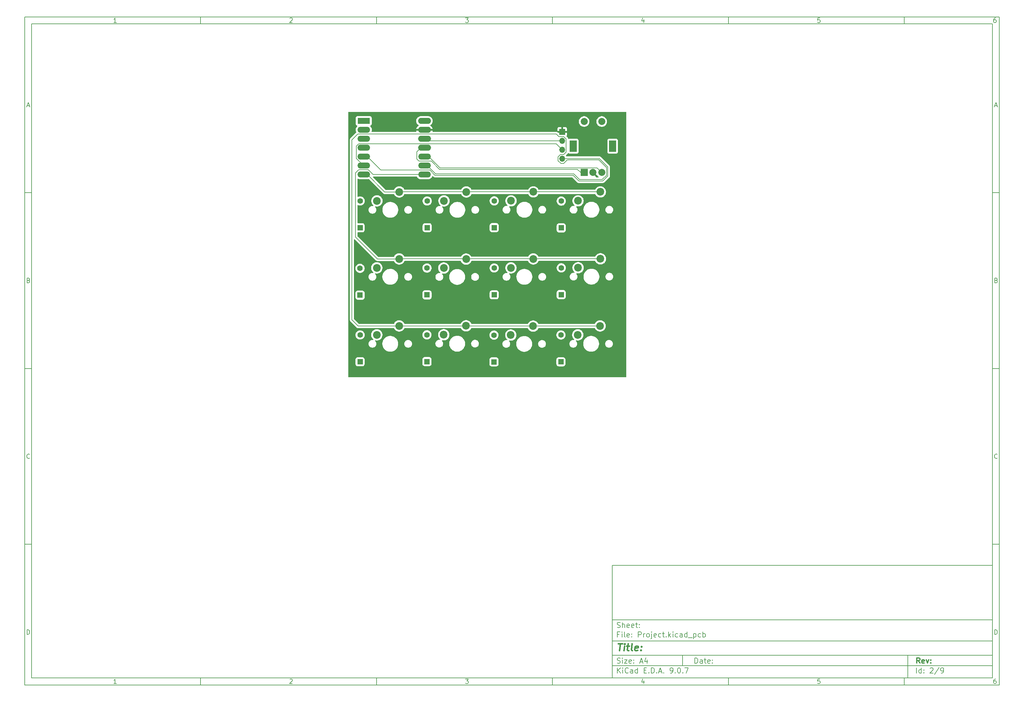
<source format=gbl>
%TF.GenerationSoftware,KiCad,Pcbnew,9.0.7*%
%TF.CreationDate,2026-02-26T16:53:45+05:30*%
%TF.ProjectId,Project,50726f6a-6563-4742-9e6b-696361645f70,rev?*%
%TF.SameCoordinates,Original*%
%TF.FileFunction,Copper,L2,Bot*%
%TF.FilePolarity,Positive*%
%FSLAX46Y46*%
G04 Gerber Fmt 4.6, Leading zero omitted, Abs format (unit mm)*
G04 Created by KiCad (PCBNEW 9.0.7) date 2026-02-26 16:53:45*
%MOMM*%
%LPD*%
G01*
G04 APERTURE LIST*
G04 Aperture macros list*
%AMRoundRect*
0 Rectangle with rounded corners*
0 $1 Rounding radius*
0 $2 $3 $4 $5 $6 $7 $8 $9 X,Y pos of 4 corners*
0 Add a 4 corners polygon primitive as box body*
4,1,4,$2,$3,$4,$5,$6,$7,$8,$9,$2,$3,0*
0 Add four circle primitives for the rounded corners*
1,1,$1+$1,$2,$3*
1,1,$1+$1,$4,$5*
1,1,$1+$1,$6,$7*
1,1,$1+$1,$8,$9*
0 Add four rect primitives between the rounded corners*
20,1,$1+$1,$2,$3,$4,$5,0*
20,1,$1+$1,$4,$5,$6,$7,0*
20,1,$1+$1,$6,$7,$8,$9,0*
20,1,$1+$1,$8,$9,$2,$3,0*%
G04 Aperture macros list end*
%ADD10C,0.100000*%
%ADD11C,0.150000*%
%ADD12C,0.300000*%
%ADD13C,0.400000*%
%TA.AperFunction,ComponentPad*%
%ADD14C,1.600000*%
%TD*%
%TA.AperFunction,ComponentPad*%
%ADD15RoundRect,0.250000X0.550000X-0.550000X0.550000X0.550000X-0.550000X0.550000X-0.550000X-0.550000X0*%
%TD*%
%TA.AperFunction,ComponentPad*%
%ADD16C,2.200000*%
%TD*%
%TA.AperFunction,ComponentPad*%
%ADD17R,1.700000X1.700000*%
%TD*%
%TA.AperFunction,ComponentPad*%
%ADD18O,1.700000X1.700000*%
%TD*%
%TA.AperFunction,ComponentPad*%
%ADD19R,3.500000X1.700000*%
%TD*%
%TA.AperFunction,ComponentPad*%
%ADD20O,3.600000X1.700000*%
%TD*%
%TA.AperFunction,ComponentPad*%
%ADD21O,3.700000X1.700000*%
%TD*%
%TA.AperFunction,ComponentPad*%
%ADD22R,2.000000X2.000000*%
%TD*%
%TA.AperFunction,ComponentPad*%
%ADD23C,2.000000*%
%TD*%
%TA.AperFunction,ComponentPad*%
%ADD24R,2.000000X3.200000*%
%TD*%
%TA.AperFunction,ViaPad*%
%ADD25C,0.600000*%
%TD*%
%TA.AperFunction,Conductor*%
%ADD26C,0.200000*%
%TD*%
G04 APERTURE END LIST*
D10*
D11*
X177002200Y-166007200D02*
X285002200Y-166007200D01*
X285002200Y-198007200D01*
X177002200Y-198007200D01*
X177002200Y-166007200D01*
D10*
D11*
X10000000Y-10000000D02*
X287002200Y-10000000D01*
X287002200Y-200007200D01*
X10000000Y-200007200D01*
X10000000Y-10000000D01*
D10*
D11*
X12000000Y-12000000D02*
X285002200Y-12000000D01*
X285002200Y-198007200D01*
X12000000Y-198007200D01*
X12000000Y-12000000D01*
D10*
D11*
X60000000Y-12000000D02*
X60000000Y-10000000D01*
D10*
D11*
X110000000Y-12000000D02*
X110000000Y-10000000D01*
D10*
D11*
X160000000Y-12000000D02*
X160000000Y-10000000D01*
D10*
D11*
X210000000Y-12000000D02*
X210000000Y-10000000D01*
D10*
D11*
X260000000Y-12000000D02*
X260000000Y-10000000D01*
D10*
D11*
X36089160Y-11593604D02*
X35346303Y-11593604D01*
X35717731Y-11593604D02*
X35717731Y-10293604D01*
X35717731Y-10293604D02*
X35593922Y-10479319D01*
X35593922Y-10479319D02*
X35470112Y-10603128D01*
X35470112Y-10603128D02*
X35346303Y-10665033D01*
D10*
D11*
X85346303Y-10417414D02*
X85408207Y-10355509D01*
X85408207Y-10355509D02*
X85532017Y-10293604D01*
X85532017Y-10293604D02*
X85841541Y-10293604D01*
X85841541Y-10293604D02*
X85965350Y-10355509D01*
X85965350Y-10355509D02*
X86027255Y-10417414D01*
X86027255Y-10417414D02*
X86089160Y-10541223D01*
X86089160Y-10541223D02*
X86089160Y-10665033D01*
X86089160Y-10665033D02*
X86027255Y-10850747D01*
X86027255Y-10850747D02*
X85284398Y-11593604D01*
X85284398Y-11593604D02*
X86089160Y-11593604D01*
D10*
D11*
X135284398Y-10293604D02*
X136089160Y-10293604D01*
X136089160Y-10293604D02*
X135655826Y-10788842D01*
X135655826Y-10788842D02*
X135841541Y-10788842D01*
X135841541Y-10788842D02*
X135965350Y-10850747D01*
X135965350Y-10850747D02*
X136027255Y-10912652D01*
X136027255Y-10912652D02*
X136089160Y-11036461D01*
X136089160Y-11036461D02*
X136089160Y-11345985D01*
X136089160Y-11345985D02*
X136027255Y-11469795D01*
X136027255Y-11469795D02*
X135965350Y-11531700D01*
X135965350Y-11531700D02*
X135841541Y-11593604D01*
X135841541Y-11593604D02*
X135470112Y-11593604D01*
X135470112Y-11593604D02*
X135346303Y-11531700D01*
X135346303Y-11531700D02*
X135284398Y-11469795D01*
D10*
D11*
X185965350Y-10726938D02*
X185965350Y-11593604D01*
X185655826Y-10231700D02*
X185346303Y-11160271D01*
X185346303Y-11160271D02*
X186151064Y-11160271D01*
D10*
D11*
X236027255Y-10293604D02*
X235408207Y-10293604D01*
X235408207Y-10293604D02*
X235346303Y-10912652D01*
X235346303Y-10912652D02*
X235408207Y-10850747D01*
X235408207Y-10850747D02*
X235532017Y-10788842D01*
X235532017Y-10788842D02*
X235841541Y-10788842D01*
X235841541Y-10788842D02*
X235965350Y-10850747D01*
X235965350Y-10850747D02*
X236027255Y-10912652D01*
X236027255Y-10912652D02*
X236089160Y-11036461D01*
X236089160Y-11036461D02*
X236089160Y-11345985D01*
X236089160Y-11345985D02*
X236027255Y-11469795D01*
X236027255Y-11469795D02*
X235965350Y-11531700D01*
X235965350Y-11531700D02*
X235841541Y-11593604D01*
X235841541Y-11593604D02*
X235532017Y-11593604D01*
X235532017Y-11593604D02*
X235408207Y-11531700D01*
X235408207Y-11531700D02*
X235346303Y-11469795D01*
D10*
D11*
X285965350Y-10293604D02*
X285717731Y-10293604D01*
X285717731Y-10293604D02*
X285593922Y-10355509D01*
X285593922Y-10355509D02*
X285532017Y-10417414D01*
X285532017Y-10417414D02*
X285408207Y-10603128D01*
X285408207Y-10603128D02*
X285346303Y-10850747D01*
X285346303Y-10850747D02*
X285346303Y-11345985D01*
X285346303Y-11345985D02*
X285408207Y-11469795D01*
X285408207Y-11469795D02*
X285470112Y-11531700D01*
X285470112Y-11531700D02*
X285593922Y-11593604D01*
X285593922Y-11593604D02*
X285841541Y-11593604D01*
X285841541Y-11593604D02*
X285965350Y-11531700D01*
X285965350Y-11531700D02*
X286027255Y-11469795D01*
X286027255Y-11469795D02*
X286089160Y-11345985D01*
X286089160Y-11345985D02*
X286089160Y-11036461D01*
X286089160Y-11036461D02*
X286027255Y-10912652D01*
X286027255Y-10912652D02*
X285965350Y-10850747D01*
X285965350Y-10850747D02*
X285841541Y-10788842D01*
X285841541Y-10788842D02*
X285593922Y-10788842D01*
X285593922Y-10788842D02*
X285470112Y-10850747D01*
X285470112Y-10850747D02*
X285408207Y-10912652D01*
X285408207Y-10912652D02*
X285346303Y-11036461D01*
D10*
D11*
X60000000Y-198007200D02*
X60000000Y-200007200D01*
D10*
D11*
X110000000Y-198007200D02*
X110000000Y-200007200D01*
D10*
D11*
X160000000Y-198007200D02*
X160000000Y-200007200D01*
D10*
D11*
X210000000Y-198007200D02*
X210000000Y-200007200D01*
D10*
D11*
X260000000Y-198007200D02*
X260000000Y-200007200D01*
D10*
D11*
X36089160Y-199600804D02*
X35346303Y-199600804D01*
X35717731Y-199600804D02*
X35717731Y-198300804D01*
X35717731Y-198300804D02*
X35593922Y-198486519D01*
X35593922Y-198486519D02*
X35470112Y-198610328D01*
X35470112Y-198610328D02*
X35346303Y-198672233D01*
D10*
D11*
X85346303Y-198424614D02*
X85408207Y-198362709D01*
X85408207Y-198362709D02*
X85532017Y-198300804D01*
X85532017Y-198300804D02*
X85841541Y-198300804D01*
X85841541Y-198300804D02*
X85965350Y-198362709D01*
X85965350Y-198362709D02*
X86027255Y-198424614D01*
X86027255Y-198424614D02*
X86089160Y-198548423D01*
X86089160Y-198548423D02*
X86089160Y-198672233D01*
X86089160Y-198672233D02*
X86027255Y-198857947D01*
X86027255Y-198857947D02*
X85284398Y-199600804D01*
X85284398Y-199600804D02*
X86089160Y-199600804D01*
D10*
D11*
X135284398Y-198300804D02*
X136089160Y-198300804D01*
X136089160Y-198300804D02*
X135655826Y-198796042D01*
X135655826Y-198796042D02*
X135841541Y-198796042D01*
X135841541Y-198796042D02*
X135965350Y-198857947D01*
X135965350Y-198857947D02*
X136027255Y-198919852D01*
X136027255Y-198919852D02*
X136089160Y-199043661D01*
X136089160Y-199043661D02*
X136089160Y-199353185D01*
X136089160Y-199353185D02*
X136027255Y-199476995D01*
X136027255Y-199476995D02*
X135965350Y-199538900D01*
X135965350Y-199538900D02*
X135841541Y-199600804D01*
X135841541Y-199600804D02*
X135470112Y-199600804D01*
X135470112Y-199600804D02*
X135346303Y-199538900D01*
X135346303Y-199538900D02*
X135284398Y-199476995D01*
D10*
D11*
X185965350Y-198734138D02*
X185965350Y-199600804D01*
X185655826Y-198238900D02*
X185346303Y-199167471D01*
X185346303Y-199167471D02*
X186151064Y-199167471D01*
D10*
D11*
X236027255Y-198300804D02*
X235408207Y-198300804D01*
X235408207Y-198300804D02*
X235346303Y-198919852D01*
X235346303Y-198919852D02*
X235408207Y-198857947D01*
X235408207Y-198857947D02*
X235532017Y-198796042D01*
X235532017Y-198796042D02*
X235841541Y-198796042D01*
X235841541Y-198796042D02*
X235965350Y-198857947D01*
X235965350Y-198857947D02*
X236027255Y-198919852D01*
X236027255Y-198919852D02*
X236089160Y-199043661D01*
X236089160Y-199043661D02*
X236089160Y-199353185D01*
X236089160Y-199353185D02*
X236027255Y-199476995D01*
X236027255Y-199476995D02*
X235965350Y-199538900D01*
X235965350Y-199538900D02*
X235841541Y-199600804D01*
X235841541Y-199600804D02*
X235532017Y-199600804D01*
X235532017Y-199600804D02*
X235408207Y-199538900D01*
X235408207Y-199538900D02*
X235346303Y-199476995D01*
D10*
D11*
X285965350Y-198300804D02*
X285717731Y-198300804D01*
X285717731Y-198300804D02*
X285593922Y-198362709D01*
X285593922Y-198362709D02*
X285532017Y-198424614D01*
X285532017Y-198424614D02*
X285408207Y-198610328D01*
X285408207Y-198610328D02*
X285346303Y-198857947D01*
X285346303Y-198857947D02*
X285346303Y-199353185D01*
X285346303Y-199353185D02*
X285408207Y-199476995D01*
X285408207Y-199476995D02*
X285470112Y-199538900D01*
X285470112Y-199538900D02*
X285593922Y-199600804D01*
X285593922Y-199600804D02*
X285841541Y-199600804D01*
X285841541Y-199600804D02*
X285965350Y-199538900D01*
X285965350Y-199538900D02*
X286027255Y-199476995D01*
X286027255Y-199476995D02*
X286089160Y-199353185D01*
X286089160Y-199353185D02*
X286089160Y-199043661D01*
X286089160Y-199043661D02*
X286027255Y-198919852D01*
X286027255Y-198919852D02*
X285965350Y-198857947D01*
X285965350Y-198857947D02*
X285841541Y-198796042D01*
X285841541Y-198796042D02*
X285593922Y-198796042D01*
X285593922Y-198796042D02*
X285470112Y-198857947D01*
X285470112Y-198857947D02*
X285408207Y-198919852D01*
X285408207Y-198919852D02*
X285346303Y-199043661D01*
D10*
D11*
X10000000Y-60000000D02*
X12000000Y-60000000D01*
D10*
D11*
X10000000Y-110000000D02*
X12000000Y-110000000D01*
D10*
D11*
X10000000Y-160000000D02*
X12000000Y-160000000D01*
D10*
D11*
X10690476Y-35222176D02*
X11309523Y-35222176D01*
X10566666Y-35593604D02*
X10999999Y-34293604D01*
X10999999Y-34293604D02*
X11433333Y-35593604D01*
D10*
D11*
X11092857Y-84912652D02*
X11278571Y-84974557D01*
X11278571Y-84974557D02*
X11340476Y-85036461D01*
X11340476Y-85036461D02*
X11402380Y-85160271D01*
X11402380Y-85160271D02*
X11402380Y-85345985D01*
X11402380Y-85345985D02*
X11340476Y-85469795D01*
X11340476Y-85469795D02*
X11278571Y-85531700D01*
X11278571Y-85531700D02*
X11154761Y-85593604D01*
X11154761Y-85593604D02*
X10659523Y-85593604D01*
X10659523Y-85593604D02*
X10659523Y-84293604D01*
X10659523Y-84293604D02*
X11092857Y-84293604D01*
X11092857Y-84293604D02*
X11216666Y-84355509D01*
X11216666Y-84355509D02*
X11278571Y-84417414D01*
X11278571Y-84417414D02*
X11340476Y-84541223D01*
X11340476Y-84541223D02*
X11340476Y-84665033D01*
X11340476Y-84665033D02*
X11278571Y-84788842D01*
X11278571Y-84788842D02*
X11216666Y-84850747D01*
X11216666Y-84850747D02*
X11092857Y-84912652D01*
X11092857Y-84912652D02*
X10659523Y-84912652D01*
D10*
D11*
X11402380Y-135469795D02*
X11340476Y-135531700D01*
X11340476Y-135531700D02*
X11154761Y-135593604D01*
X11154761Y-135593604D02*
X11030952Y-135593604D01*
X11030952Y-135593604D02*
X10845238Y-135531700D01*
X10845238Y-135531700D02*
X10721428Y-135407890D01*
X10721428Y-135407890D02*
X10659523Y-135284080D01*
X10659523Y-135284080D02*
X10597619Y-135036461D01*
X10597619Y-135036461D02*
X10597619Y-134850747D01*
X10597619Y-134850747D02*
X10659523Y-134603128D01*
X10659523Y-134603128D02*
X10721428Y-134479319D01*
X10721428Y-134479319D02*
X10845238Y-134355509D01*
X10845238Y-134355509D02*
X11030952Y-134293604D01*
X11030952Y-134293604D02*
X11154761Y-134293604D01*
X11154761Y-134293604D02*
X11340476Y-134355509D01*
X11340476Y-134355509D02*
X11402380Y-134417414D01*
D10*
D11*
X10659523Y-185593604D02*
X10659523Y-184293604D01*
X10659523Y-184293604D02*
X10969047Y-184293604D01*
X10969047Y-184293604D02*
X11154761Y-184355509D01*
X11154761Y-184355509D02*
X11278571Y-184479319D01*
X11278571Y-184479319D02*
X11340476Y-184603128D01*
X11340476Y-184603128D02*
X11402380Y-184850747D01*
X11402380Y-184850747D02*
X11402380Y-185036461D01*
X11402380Y-185036461D02*
X11340476Y-185284080D01*
X11340476Y-185284080D02*
X11278571Y-185407890D01*
X11278571Y-185407890D02*
X11154761Y-185531700D01*
X11154761Y-185531700D02*
X10969047Y-185593604D01*
X10969047Y-185593604D02*
X10659523Y-185593604D01*
D10*
D11*
X287002200Y-60000000D02*
X285002200Y-60000000D01*
D10*
D11*
X287002200Y-110000000D02*
X285002200Y-110000000D01*
D10*
D11*
X287002200Y-160000000D02*
X285002200Y-160000000D01*
D10*
D11*
X285692676Y-35222176D02*
X286311723Y-35222176D01*
X285568866Y-35593604D02*
X286002199Y-34293604D01*
X286002199Y-34293604D02*
X286435533Y-35593604D01*
D10*
D11*
X286095057Y-84912652D02*
X286280771Y-84974557D01*
X286280771Y-84974557D02*
X286342676Y-85036461D01*
X286342676Y-85036461D02*
X286404580Y-85160271D01*
X286404580Y-85160271D02*
X286404580Y-85345985D01*
X286404580Y-85345985D02*
X286342676Y-85469795D01*
X286342676Y-85469795D02*
X286280771Y-85531700D01*
X286280771Y-85531700D02*
X286156961Y-85593604D01*
X286156961Y-85593604D02*
X285661723Y-85593604D01*
X285661723Y-85593604D02*
X285661723Y-84293604D01*
X285661723Y-84293604D02*
X286095057Y-84293604D01*
X286095057Y-84293604D02*
X286218866Y-84355509D01*
X286218866Y-84355509D02*
X286280771Y-84417414D01*
X286280771Y-84417414D02*
X286342676Y-84541223D01*
X286342676Y-84541223D02*
X286342676Y-84665033D01*
X286342676Y-84665033D02*
X286280771Y-84788842D01*
X286280771Y-84788842D02*
X286218866Y-84850747D01*
X286218866Y-84850747D02*
X286095057Y-84912652D01*
X286095057Y-84912652D02*
X285661723Y-84912652D01*
D10*
D11*
X286404580Y-135469795D02*
X286342676Y-135531700D01*
X286342676Y-135531700D02*
X286156961Y-135593604D01*
X286156961Y-135593604D02*
X286033152Y-135593604D01*
X286033152Y-135593604D02*
X285847438Y-135531700D01*
X285847438Y-135531700D02*
X285723628Y-135407890D01*
X285723628Y-135407890D02*
X285661723Y-135284080D01*
X285661723Y-135284080D02*
X285599819Y-135036461D01*
X285599819Y-135036461D02*
X285599819Y-134850747D01*
X285599819Y-134850747D02*
X285661723Y-134603128D01*
X285661723Y-134603128D02*
X285723628Y-134479319D01*
X285723628Y-134479319D02*
X285847438Y-134355509D01*
X285847438Y-134355509D02*
X286033152Y-134293604D01*
X286033152Y-134293604D02*
X286156961Y-134293604D01*
X286156961Y-134293604D02*
X286342676Y-134355509D01*
X286342676Y-134355509D02*
X286404580Y-134417414D01*
D10*
D11*
X285661723Y-185593604D02*
X285661723Y-184293604D01*
X285661723Y-184293604D02*
X285971247Y-184293604D01*
X285971247Y-184293604D02*
X286156961Y-184355509D01*
X286156961Y-184355509D02*
X286280771Y-184479319D01*
X286280771Y-184479319D02*
X286342676Y-184603128D01*
X286342676Y-184603128D02*
X286404580Y-184850747D01*
X286404580Y-184850747D02*
X286404580Y-185036461D01*
X286404580Y-185036461D02*
X286342676Y-185284080D01*
X286342676Y-185284080D02*
X286280771Y-185407890D01*
X286280771Y-185407890D02*
X286156961Y-185531700D01*
X286156961Y-185531700D02*
X285971247Y-185593604D01*
X285971247Y-185593604D02*
X285661723Y-185593604D01*
D10*
D11*
X200458026Y-193793328D02*
X200458026Y-192293328D01*
X200458026Y-192293328D02*
X200815169Y-192293328D01*
X200815169Y-192293328D02*
X201029455Y-192364757D01*
X201029455Y-192364757D02*
X201172312Y-192507614D01*
X201172312Y-192507614D02*
X201243741Y-192650471D01*
X201243741Y-192650471D02*
X201315169Y-192936185D01*
X201315169Y-192936185D02*
X201315169Y-193150471D01*
X201315169Y-193150471D02*
X201243741Y-193436185D01*
X201243741Y-193436185D02*
X201172312Y-193579042D01*
X201172312Y-193579042D02*
X201029455Y-193721900D01*
X201029455Y-193721900D02*
X200815169Y-193793328D01*
X200815169Y-193793328D02*
X200458026Y-193793328D01*
X202600884Y-193793328D02*
X202600884Y-193007614D01*
X202600884Y-193007614D02*
X202529455Y-192864757D01*
X202529455Y-192864757D02*
X202386598Y-192793328D01*
X202386598Y-192793328D02*
X202100884Y-192793328D01*
X202100884Y-192793328D02*
X201958026Y-192864757D01*
X202600884Y-193721900D02*
X202458026Y-193793328D01*
X202458026Y-193793328D02*
X202100884Y-193793328D01*
X202100884Y-193793328D02*
X201958026Y-193721900D01*
X201958026Y-193721900D02*
X201886598Y-193579042D01*
X201886598Y-193579042D02*
X201886598Y-193436185D01*
X201886598Y-193436185D02*
X201958026Y-193293328D01*
X201958026Y-193293328D02*
X202100884Y-193221900D01*
X202100884Y-193221900D02*
X202458026Y-193221900D01*
X202458026Y-193221900D02*
X202600884Y-193150471D01*
X203100884Y-192793328D02*
X203672312Y-192793328D01*
X203315169Y-192293328D02*
X203315169Y-193579042D01*
X203315169Y-193579042D02*
X203386598Y-193721900D01*
X203386598Y-193721900D02*
X203529455Y-193793328D01*
X203529455Y-193793328D02*
X203672312Y-193793328D01*
X204743741Y-193721900D02*
X204600884Y-193793328D01*
X204600884Y-193793328D02*
X204315170Y-193793328D01*
X204315170Y-193793328D02*
X204172312Y-193721900D01*
X204172312Y-193721900D02*
X204100884Y-193579042D01*
X204100884Y-193579042D02*
X204100884Y-193007614D01*
X204100884Y-193007614D02*
X204172312Y-192864757D01*
X204172312Y-192864757D02*
X204315170Y-192793328D01*
X204315170Y-192793328D02*
X204600884Y-192793328D01*
X204600884Y-192793328D02*
X204743741Y-192864757D01*
X204743741Y-192864757D02*
X204815170Y-193007614D01*
X204815170Y-193007614D02*
X204815170Y-193150471D01*
X204815170Y-193150471D02*
X204100884Y-193293328D01*
X205458026Y-193650471D02*
X205529455Y-193721900D01*
X205529455Y-193721900D02*
X205458026Y-193793328D01*
X205458026Y-193793328D02*
X205386598Y-193721900D01*
X205386598Y-193721900D02*
X205458026Y-193650471D01*
X205458026Y-193650471D02*
X205458026Y-193793328D01*
X205458026Y-192864757D02*
X205529455Y-192936185D01*
X205529455Y-192936185D02*
X205458026Y-193007614D01*
X205458026Y-193007614D02*
X205386598Y-192936185D01*
X205386598Y-192936185D02*
X205458026Y-192864757D01*
X205458026Y-192864757D02*
X205458026Y-193007614D01*
D10*
D11*
X177002200Y-194507200D02*
X285002200Y-194507200D01*
D10*
D11*
X178458026Y-196593328D02*
X178458026Y-195093328D01*
X179315169Y-196593328D02*
X178672312Y-195736185D01*
X179315169Y-195093328D02*
X178458026Y-195950471D01*
X179958026Y-196593328D02*
X179958026Y-195593328D01*
X179958026Y-195093328D02*
X179886598Y-195164757D01*
X179886598Y-195164757D02*
X179958026Y-195236185D01*
X179958026Y-195236185D02*
X180029455Y-195164757D01*
X180029455Y-195164757D02*
X179958026Y-195093328D01*
X179958026Y-195093328D02*
X179958026Y-195236185D01*
X181529455Y-196450471D02*
X181458027Y-196521900D01*
X181458027Y-196521900D02*
X181243741Y-196593328D01*
X181243741Y-196593328D02*
X181100884Y-196593328D01*
X181100884Y-196593328D02*
X180886598Y-196521900D01*
X180886598Y-196521900D02*
X180743741Y-196379042D01*
X180743741Y-196379042D02*
X180672312Y-196236185D01*
X180672312Y-196236185D02*
X180600884Y-195950471D01*
X180600884Y-195950471D02*
X180600884Y-195736185D01*
X180600884Y-195736185D02*
X180672312Y-195450471D01*
X180672312Y-195450471D02*
X180743741Y-195307614D01*
X180743741Y-195307614D02*
X180886598Y-195164757D01*
X180886598Y-195164757D02*
X181100884Y-195093328D01*
X181100884Y-195093328D02*
X181243741Y-195093328D01*
X181243741Y-195093328D02*
X181458027Y-195164757D01*
X181458027Y-195164757D02*
X181529455Y-195236185D01*
X182815170Y-196593328D02*
X182815170Y-195807614D01*
X182815170Y-195807614D02*
X182743741Y-195664757D01*
X182743741Y-195664757D02*
X182600884Y-195593328D01*
X182600884Y-195593328D02*
X182315170Y-195593328D01*
X182315170Y-195593328D02*
X182172312Y-195664757D01*
X182815170Y-196521900D02*
X182672312Y-196593328D01*
X182672312Y-196593328D02*
X182315170Y-196593328D01*
X182315170Y-196593328D02*
X182172312Y-196521900D01*
X182172312Y-196521900D02*
X182100884Y-196379042D01*
X182100884Y-196379042D02*
X182100884Y-196236185D01*
X182100884Y-196236185D02*
X182172312Y-196093328D01*
X182172312Y-196093328D02*
X182315170Y-196021900D01*
X182315170Y-196021900D02*
X182672312Y-196021900D01*
X182672312Y-196021900D02*
X182815170Y-195950471D01*
X184172313Y-196593328D02*
X184172313Y-195093328D01*
X184172313Y-196521900D02*
X184029455Y-196593328D01*
X184029455Y-196593328D02*
X183743741Y-196593328D01*
X183743741Y-196593328D02*
X183600884Y-196521900D01*
X183600884Y-196521900D02*
X183529455Y-196450471D01*
X183529455Y-196450471D02*
X183458027Y-196307614D01*
X183458027Y-196307614D02*
X183458027Y-195879042D01*
X183458027Y-195879042D02*
X183529455Y-195736185D01*
X183529455Y-195736185D02*
X183600884Y-195664757D01*
X183600884Y-195664757D02*
X183743741Y-195593328D01*
X183743741Y-195593328D02*
X184029455Y-195593328D01*
X184029455Y-195593328D02*
X184172313Y-195664757D01*
X186029455Y-195807614D02*
X186529455Y-195807614D01*
X186743741Y-196593328D02*
X186029455Y-196593328D01*
X186029455Y-196593328D02*
X186029455Y-195093328D01*
X186029455Y-195093328D02*
X186743741Y-195093328D01*
X187386598Y-196450471D02*
X187458027Y-196521900D01*
X187458027Y-196521900D02*
X187386598Y-196593328D01*
X187386598Y-196593328D02*
X187315170Y-196521900D01*
X187315170Y-196521900D02*
X187386598Y-196450471D01*
X187386598Y-196450471D02*
X187386598Y-196593328D01*
X188100884Y-196593328D02*
X188100884Y-195093328D01*
X188100884Y-195093328D02*
X188458027Y-195093328D01*
X188458027Y-195093328D02*
X188672313Y-195164757D01*
X188672313Y-195164757D02*
X188815170Y-195307614D01*
X188815170Y-195307614D02*
X188886599Y-195450471D01*
X188886599Y-195450471D02*
X188958027Y-195736185D01*
X188958027Y-195736185D02*
X188958027Y-195950471D01*
X188958027Y-195950471D02*
X188886599Y-196236185D01*
X188886599Y-196236185D02*
X188815170Y-196379042D01*
X188815170Y-196379042D02*
X188672313Y-196521900D01*
X188672313Y-196521900D02*
X188458027Y-196593328D01*
X188458027Y-196593328D02*
X188100884Y-196593328D01*
X189600884Y-196450471D02*
X189672313Y-196521900D01*
X189672313Y-196521900D02*
X189600884Y-196593328D01*
X189600884Y-196593328D02*
X189529456Y-196521900D01*
X189529456Y-196521900D02*
X189600884Y-196450471D01*
X189600884Y-196450471D02*
X189600884Y-196593328D01*
X190243742Y-196164757D02*
X190958028Y-196164757D01*
X190100885Y-196593328D02*
X190600885Y-195093328D01*
X190600885Y-195093328D02*
X191100885Y-196593328D01*
X191600884Y-196450471D02*
X191672313Y-196521900D01*
X191672313Y-196521900D02*
X191600884Y-196593328D01*
X191600884Y-196593328D02*
X191529456Y-196521900D01*
X191529456Y-196521900D02*
X191600884Y-196450471D01*
X191600884Y-196450471D02*
X191600884Y-196593328D01*
X193529456Y-196593328D02*
X193815170Y-196593328D01*
X193815170Y-196593328D02*
X193958027Y-196521900D01*
X193958027Y-196521900D02*
X194029456Y-196450471D01*
X194029456Y-196450471D02*
X194172313Y-196236185D01*
X194172313Y-196236185D02*
X194243742Y-195950471D01*
X194243742Y-195950471D02*
X194243742Y-195379042D01*
X194243742Y-195379042D02*
X194172313Y-195236185D01*
X194172313Y-195236185D02*
X194100885Y-195164757D01*
X194100885Y-195164757D02*
X193958027Y-195093328D01*
X193958027Y-195093328D02*
X193672313Y-195093328D01*
X193672313Y-195093328D02*
X193529456Y-195164757D01*
X193529456Y-195164757D02*
X193458027Y-195236185D01*
X193458027Y-195236185D02*
X193386599Y-195379042D01*
X193386599Y-195379042D02*
X193386599Y-195736185D01*
X193386599Y-195736185D02*
X193458027Y-195879042D01*
X193458027Y-195879042D02*
X193529456Y-195950471D01*
X193529456Y-195950471D02*
X193672313Y-196021900D01*
X193672313Y-196021900D02*
X193958027Y-196021900D01*
X193958027Y-196021900D02*
X194100885Y-195950471D01*
X194100885Y-195950471D02*
X194172313Y-195879042D01*
X194172313Y-195879042D02*
X194243742Y-195736185D01*
X194886598Y-196450471D02*
X194958027Y-196521900D01*
X194958027Y-196521900D02*
X194886598Y-196593328D01*
X194886598Y-196593328D02*
X194815170Y-196521900D01*
X194815170Y-196521900D02*
X194886598Y-196450471D01*
X194886598Y-196450471D02*
X194886598Y-196593328D01*
X195886599Y-195093328D02*
X196029456Y-195093328D01*
X196029456Y-195093328D02*
X196172313Y-195164757D01*
X196172313Y-195164757D02*
X196243742Y-195236185D01*
X196243742Y-195236185D02*
X196315170Y-195379042D01*
X196315170Y-195379042D02*
X196386599Y-195664757D01*
X196386599Y-195664757D02*
X196386599Y-196021900D01*
X196386599Y-196021900D02*
X196315170Y-196307614D01*
X196315170Y-196307614D02*
X196243742Y-196450471D01*
X196243742Y-196450471D02*
X196172313Y-196521900D01*
X196172313Y-196521900D02*
X196029456Y-196593328D01*
X196029456Y-196593328D02*
X195886599Y-196593328D01*
X195886599Y-196593328D02*
X195743742Y-196521900D01*
X195743742Y-196521900D02*
X195672313Y-196450471D01*
X195672313Y-196450471D02*
X195600884Y-196307614D01*
X195600884Y-196307614D02*
X195529456Y-196021900D01*
X195529456Y-196021900D02*
X195529456Y-195664757D01*
X195529456Y-195664757D02*
X195600884Y-195379042D01*
X195600884Y-195379042D02*
X195672313Y-195236185D01*
X195672313Y-195236185D02*
X195743742Y-195164757D01*
X195743742Y-195164757D02*
X195886599Y-195093328D01*
X197029455Y-196450471D02*
X197100884Y-196521900D01*
X197100884Y-196521900D02*
X197029455Y-196593328D01*
X197029455Y-196593328D02*
X196958027Y-196521900D01*
X196958027Y-196521900D02*
X197029455Y-196450471D01*
X197029455Y-196450471D02*
X197029455Y-196593328D01*
X197600884Y-195093328D02*
X198600884Y-195093328D01*
X198600884Y-195093328D02*
X197958027Y-196593328D01*
D10*
D11*
X177002200Y-191507200D02*
X285002200Y-191507200D01*
D10*
D12*
X264413853Y-193785528D02*
X263913853Y-193071242D01*
X263556710Y-193785528D02*
X263556710Y-192285528D01*
X263556710Y-192285528D02*
X264128139Y-192285528D01*
X264128139Y-192285528D02*
X264270996Y-192356957D01*
X264270996Y-192356957D02*
X264342425Y-192428385D01*
X264342425Y-192428385D02*
X264413853Y-192571242D01*
X264413853Y-192571242D02*
X264413853Y-192785528D01*
X264413853Y-192785528D02*
X264342425Y-192928385D01*
X264342425Y-192928385D02*
X264270996Y-192999814D01*
X264270996Y-192999814D02*
X264128139Y-193071242D01*
X264128139Y-193071242D02*
X263556710Y-193071242D01*
X265628139Y-193714100D02*
X265485282Y-193785528D01*
X265485282Y-193785528D02*
X265199568Y-193785528D01*
X265199568Y-193785528D02*
X265056710Y-193714100D01*
X265056710Y-193714100D02*
X264985282Y-193571242D01*
X264985282Y-193571242D02*
X264985282Y-192999814D01*
X264985282Y-192999814D02*
X265056710Y-192856957D01*
X265056710Y-192856957D02*
X265199568Y-192785528D01*
X265199568Y-192785528D02*
X265485282Y-192785528D01*
X265485282Y-192785528D02*
X265628139Y-192856957D01*
X265628139Y-192856957D02*
X265699568Y-192999814D01*
X265699568Y-192999814D02*
X265699568Y-193142671D01*
X265699568Y-193142671D02*
X264985282Y-193285528D01*
X266199567Y-192785528D02*
X266556710Y-193785528D01*
X266556710Y-193785528D02*
X266913853Y-192785528D01*
X267485281Y-193642671D02*
X267556710Y-193714100D01*
X267556710Y-193714100D02*
X267485281Y-193785528D01*
X267485281Y-193785528D02*
X267413853Y-193714100D01*
X267413853Y-193714100D02*
X267485281Y-193642671D01*
X267485281Y-193642671D02*
X267485281Y-193785528D01*
X267485281Y-192856957D02*
X267556710Y-192928385D01*
X267556710Y-192928385D02*
X267485281Y-192999814D01*
X267485281Y-192999814D02*
X267413853Y-192928385D01*
X267413853Y-192928385D02*
X267485281Y-192856957D01*
X267485281Y-192856957D02*
X267485281Y-192999814D01*
D10*
D11*
X178386598Y-193721900D02*
X178600884Y-193793328D01*
X178600884Y-193793328D02*
X178958026Y-193793328D01*
X178958026Y-193793328D02*
X179100884Y-193721900D01*
X179100884Y-193721900D02*
X179172312Y-193650471D01*
X179172312Y-193650471D02*
X179243741Y-193507614D01*
X179243741Y-193507614D02*
X179243741Y-193364757D01*
X179243741Y-193364757D02*
X179172312Y-193221900D01*
X179172312Y-193221900D02*
X179100884Y-193150471D01*
X179100884Y-193150471D02*
X178958026Y-193079042D01*
X178958026Y-193079042D02*
X178672312Y-193007614D01*
X178672312Y-193007614D02*
X178529455Y-192936185D01*
X178529455Y-192936185D02*
X178458026Y-192864757D01*
X178458026Y-192864757D02*
X178386598Y-192721900D01*
X178386598Y-192721900D02*
X178386598Y-192579042D01*
X178386598Y-192579042D02*
X178458026Y-192436185D01*
X178458026Y-192436185D02*
X178529455Y-192364757D01*
X178529455Y-192364757D02*
X178672312Y-192293328D01*
X178672312Y-192293328D02*
X179029455Y-192293328D01*
X179029455Y-192293328D02*
X179243741Y-192364757D01*
X179886597Y-193793328D02*
X179886597Y-192793328D01*
X179886597Y-192293328D02*
X179815169Y-192364757D01*
X179815169Y-192364757D02*
X179886597Y-192436185D01*
X179886597Y-192436185D02*
X179958026Y-192364757D01*
X179958026Y-192364757D02*
X179886597Y-192293328D01*
X179886597Y-192293328D02*
X179886597Y-192436185D01*
X180458026Y-192793328D02*
X181243741Y-192793328D01*
X181243741Y-192793328D02*
X180458026Y-193793328D01*
X180458026Y-193793328D02*
X181243741Y-193793328D01*
X182386598Y-193721900D02*
X182243741Y-193793328D01*
X182243741Y-193793328D02*
X181958027Y-193793328D01*
X181958027Y-193793328D02*
X181815169Y-193721900D01*
X181815169Y-193721900D02*
X181743741Y-193579042D01*
X181743741Y-193579042D02*
X181743741Y-193007614D01*
X181743741Y-193007614D02*
X181815169Y-192864757D01*
X181815169Y-192864757D02*
X181958027Y-192793328D01*
X181958027Y-192793328D02*
X182243741Y-192793328D01*
X182243741Y-192793328D02*
X182386598Y-192864757D01*
X182386598Y-192864757D02*
X182458027Y-193007614D01*
X182458027Y-193007614D02*
X182458027Y-193150471D01*
X182458027Y-193150471D02*
X181743741Y-193293328D01*
X183100883Y-193650471D02*
X183172312Y-193721900D01*
X183172312Y-193721900D02*
X183100883Y-193793328D01*
X183100883Y-193793328D02*
X183029455Y-193721900D01*
X183029455Y-193721900D02*
X183100883Y-193650471D01*
X183100883Y-193650471D02*
X183100883Y-193793328D01*
X183100883Y-192864757D02*
X183172312Y-192936185D01*
X183172312Y-192936185D02*
X183100883Y-193007614D01*
X183100883Y-193007614D02*
X183029455Y-192936185D01*
X183029455Y-192936185D02*
X183100883Y-192864757D01*
X183100883Y-192864757D02*
X183100883Y-193007614D01*
X184886598Y-193364757D02*
X185600884Y-193364757D01*
X184743741Y-193793328D02*
X185243741Y-192293328D01*
X185243741Y-192293328D02*
X185743741Y-193793328D01*
X186886598Y-192793328D02*
X186886598Y-193793328D01*
X186529455Y-192221900D02*
X186172312Y-193293328D01*
X186172312Y-193293328D02*
X187100883Y-193293328D01*
D10*
D11*
X263458026Y-196593328D02*
X263458026Y-195093328D01*
X264815170Y-196593328D02*
X264815170Y-195093328D01*
X264815170Y-196521900D02*
X264672312Y-196593328D01*
X264672312Y-196593328D02*
X264386598Y-196593328D01*
X264386598Y-196593328D02*
X264243741Y-196521900D01*
X264243741Y-196521900D02*
X264172312Y-196450471D01*
X264172312Y-196450471D02*
X264100884Y-196307614D01*
X264100884Y-196307614D02*
X264100884Y-195879042D01*
X264100884Y-195879042D02*
X264172312Y-195736185D01*
X264172312Y-195736185D02*
X264243741Y-195664757D01*
X264243741Y-195664757D02*
X264386598Y-195593328D01*
X264386598Y-195593328D02*
X264672312Y-195593328D01*
X264672312Y-195593328D02*
X264815170Y-195664757D01*
X265529455Y-196450471D02*
X265600884Y-196521900D01*
X265600884Y-196521900D02*
X265529455Y-196593328D01*
X265529455Y-196593328D02*
X265458027Y-196521900D01*
X265458027Y-196521900D02*
X265529455Y-196450471D01*
X265529455Y-196450471D02*
X265529455Y-196593328D01*
X265529455Y-195664757D02*
X265600884Y-195736185D01*
X265600884Y-195736185D02*
X265529455Y-195807614D01*
X265529455Y-195807614D02*
X265458027Y-195736185D01*
X265458027Y-195736185D02*
X265529455Y-195664757D01*
X265529455Y-195664757D02*
X265529455Y-195807614D01*
X267315170Y-195236185D02*
X267386598Y-195164757D01*
X267386598Y-195164757D02*
X267529456Y-195093328D01*
X267529456Y-195093328D02*
X267886598Y-195093328D01*
X267886598Y-195093328D02*
X268029456Y-195164757D01*
X268029456Y-195164757D02*
X268100884Y-195236185D01*
X268100884Y-195236185D02*
X268172313Y-195379042D01*
X268172313Y-195379042D02*
X268172313Y-195521900D01*
X268172313Y-195521900D02*
X268100884Y-195736185D01*
X268100884Y-195736185D02*
X267243741Y-196593328D01*
X267243741Y-196593328D02*
X268172313Y-196593328D01*
X269886598Y-195021900D02*
X268600884Y-196950471D01*
X270458027Y-196593328D02*
X270743741Y-196593328D01*
X270743741Y-196593328D02*
X270886598Y-196521900D01*
X270886598Y-196521900D02*
X270958027Y-196450471D01*
X270958027Y-196450471D02*
X271100884Y-196236185D01*
X271100884Y-196236185D02*
X271172313Y-195950471D01*
X271172313Y-195950471D02*
X271172313Y-195379042D01*
X271172313Y-195379042D02*
X271100884Y-195236185D01*
X271100884Y-195236185D02*
X271029456Y-195164757D01*
X271029456Y-195164757D02*
X270886598Y-195093328D01*
X270886598Y-195093328D02*
X270600884Y-195093328D01*
X270600884Y-195093328D02*
X270458027Y-195164757D01*
X270458027Y-195164757D02*
X270386598Y-195236185D01*
X270386598Y-195236185D02*
X270315170Y-195379042D01*
X270315170Y-195379042D02*
X270315170Y-195736185D01*
X270315170Y-195736185D02*
X270386598Y-195879042D01*
X270386598Y-195879042D02*
X270458027Y-195950471D01*
X270458027Y-195950471D02*
X270600884Y-196021900D01*
X270600884Y-196021900D02*
X270886598Y-196021900D01*
X270886598Y-196021900D02*
X271029456Y-195950471D01*
X271029456Y-195950471D02*
X271100884Y-195879042D01*
X271100884Y-195879042D02*
X271172313Y-195736185D01*
D10*
D11*
X177002200Y-187507200D02*
X285002200Y-187507200D01*
D10*
D13*
X178693928Y-188211638D02*
X179836785Y-188211638D01*
X179015357Y-190211638D02*
X179265357Y-188211638D01*
X180253452Y-190211638D02*
X180420119Y-188878304D01*
X180503452Y-188211638D02*
X180396309Y-188306876D01*
X180396309Y-188306876D02*
X180479643Y-188402114D01*
X180479643Y-188402114D02*
X180586786Y-188306876D01*
X180586786Y-188306876D02*
X180503452Y-188211638D01*
X180503452Y-188211638D02*
X180479643Y-188402114D01*
X181086786Y-188878304D02*
X181848690Y-188878304D01*
X181455833Y-188211638D02*
X181241548Y-189925923D01*
X181241548Y-189925923D02*
X181312976Y-190116400D01*
X181312976Y-190116400D02*
X181491548Y-190211638D01*
X181491548Y-190211638D02*
X181682024Y-190211638D01*
X182634405Y-190211638D02*
X182455833Y-190116400D01*
X182455833Y-190116400D02*
X182384405Y-189925923D01*
X182384405Y-189925923D02*
X182598690Y-188211638D01*
X184170119Y-190116400D02*
X183967738Y-190211638D01*
X183967738Y-190211638D02*
X183586785Y-190211638D01*
X183586785Y-190211638D02*
X183408214Y-190116400D01*
X183408214Y-190116400D02*
X183336785Y-189925923D01*
X183336785Y-189925923D02*
X183432024Y-189164019D01*
X183432024Y-189164019D02*
X183551071Y-188973542D01*
X183551071Y-188973542D02*
X183753452Y-188878304D01*
X183753452Y-188878304D02*
X184134404Y-188878304D01*
X184134404Y-188878304D02*
X184312976Y-188973542D01*
X184312976Y-188973542D02*
X184384404Y-189164019D01*
X184384404Y-189164019D02*
X184360595Y-189354495D01*
X184360595Y-189354495D02*
X183384404Y-189544971D01*
X185134405Y-190021161D02*
X185217738Y-190116400D01*
X185217738Y-190116400D02*
X185110595Y-190211638D01*
X185110595Y-190211638D02*
X185027262Y-190116400D01*
X185027262Y-190116400D02*
X185134405Y-190021161D01*
X185134405Y-190021161D02*
X185110595Y-190211638D01*
X185265357Y-188973542D02*
X185348690Y-189068780D01*
X185348690Y-189068780D02*
X185241548Y-189164019D01*
X185241548Y-189164019D02*
X185158214Y-189068780D01*
X185158214Y-189068780D02*
X185265357Y-188973542D01*
X185265357Y-188973542D02*
X185241548Y-189164019D01*
D10*
D11*
X178958026Y-185607614D02*
X178458026Y-185607614D01*
X178458026Y-186393328D02*
X178458026Y-184893328D01*
X178458026Y-184893328D02*
X179172312Y-184893328D01*
X179743740Y-186393328D02*
X179743740Y-185393328D01*
X179743740Y-184893328D02*
X179672312Y-184964757D01*
X179672312Y-184964757D02*
X179743740Y-185036185D01*
X179743740Y-185036185D02*
X179815169Y-184964757D01*
X179815169Y-184964757D02*
X179743740Y-184893328D01*
X179743740Y-184893328D02*
X179743740Y-185036185D01*
X180672312Y-186393328D02*
X180529455Y-186321900D01*
X180529455Y-186321900D02*
X180458026Y-186179042D01*
X180458026Y-186179042D02*
X180458026Y-184893328D01*
X181815169Y-186321900D02*
X181672312Y-186393328D01*
X181672312Y-186393328D02*
X181386598Y-186393328D01*
X181386598Y-186393328D02*
X181243740Y-186321900D01*
X181243740Y-186321900D02*
X181172312Y-186179042D01*
X181172312Y-186179042D02*
X181172312Y-185607614D01*
X181172312Y-185607614D02*
X181243740Y-185464757D01*
X181243740Y-185464757D02*
X181386598Y-185393328D01*
X181386598Y-185393328D02*
X181672312Y-185393328D01*
X181672312Y-185393328D02*
X181815169Y-185464757D01*
X181815169Y-185464757D02*
X181886598Y-185607614D01*
X181886598Y-185607614D02*
X181886598Y-185750471D01*
X181886598Y-185750471D02*
X181172312Y-185893328D01*
X182529454Y-186250471D02*
X182600883Y-186321900D01*
X182600883Y-186321900D02*
X182529454Y-186393328D01*
X182529454Y-186393328D02*
X182458026Y-186321900D01*
X182458026Y-186321900D02*
X182529454Y-186250471D01*
X182529454Y-186250471D02*
X182529454Y-186393328D01*
X182529454Y-185464757D02*
X182600883Y-185536185D01*
X182600883Y-185536185D02*
X182529454Y-185607614D01*
X182529454Y-185607614D02*
X182458026Y-185536185D01*
X182458026Y-185536185D02*
X182529454Y-185464757D01*
X182529454Y-185464757D02*
X182529454Y-185607614D01*
X184386597Y-186393328D02*
X184386597Y-184893328D01*
X184386597Y-184893328D02*
X184958026Y-184893328D01*
X184958026Y-184893328D02*
X185100883Y-184964757D01*
X185100883Y-184964757D02*
X185172312Y-185036185D01*
X185172312Y-185036185D02*
X185243740Y-185179042D01*
X185243740Y-185179042D02*
X185243740Y-185393328D01*
X185243740Y-185393328D02*
X185172312Y-185536185D01*
X185172312Y-185536185D02*
X185100883Y-185607614D01*
X185100883Y-185607614D02*
X184958026Y-185679042D01*
X184958026Y-185679042D02*
X184386597Y-185679042D01*
X185886597Y-186393328D02*
X185886597Y-185393328D01*
X185886597Y-185679042D02*
X185958026Y-185536185D01*
X185958026Y-185536185D02*
X186029455Y-185464757D01*
X186029455Y-185464757D02*
X186172312Y-185393328D01*
X186172312Y-185393328D02*
X186315169Y-185393328D01*
X187029454Y-186393328D02*
X186886597Y-186321900D01*
X186886597Y-186321900D02*
X186815168Y-186250471D01*
X186815168Y-186250471D02*
X186743740Y-186107614D01*
X186743740Y-186107614D02*
X186743740Y-185679042D01*
X186743740Y-185679042D02*
X186815168Y-185536185D01*
X186815168Y-185536185D02*
X186886597Y-185464757D01*
X186886597Y-185464757D02*
X187029454Y-185393328D01*
X187029454Y-185393328D02*
X187243740Y-185393328D01*
X187243740Y-185393328D02*
X187386597Y-185464757D01*
X187386597Y-185464757D02*
X187458026Y-185536185D01*
X187458026Y-185536185D02*
X187529454Y-185679042D01*
X187529454Y-185679042D02*
X187529454Y-186107614D01*
X187529454Y-186107614D02*
X187458026Y-186250471D01*
X187458026Y-186250471D02*
X187386597Y-186321900D01*
X187386597Y-186321900D02*
X187243740Y-186393328D01*
X187243740Y-186393328D02*
X187029454Y-186393328D01*
X188172311Y-185393328D02*
X188172311Y-186679042D01*
X188172311Y-186679042D02*
X188100883Y-186821900D01*
X188100883Y-186821900D02*
X187958026Y-186893328D01*
X187958026Y-186893328D02*
X187886597Y-186893328D01*
X188172311Y-184893328D02*
X188100883Y-184964757D01*
X188100883Y-184964757D02*
X188172311Y-185036185D01*
X188172311Y-185036185D02*
X188243740Y-184964757D01*
X188243740Y-184964757D02*
X188172311Y-184893328D01*
X188172311Y-184893328D02*
X188172311Y-185036185D01*
X189458026Y-186321900D02*
X189315169Y-186393328D01*
X189315169Y-186393328D02*
X189029455Y-186393328D01*
X189029455Y-186393328D02*
X188886597Y-186321900D01*
X188886597Y-186321900D02*
X188815169Y-186179042D01*
X188815169Y-186179042D02*
X188815169Y-185607614D01*
X188815169Y-185607614D02*
X188886597Y-185464757D01*
X188886597Y-185464757D02*
X189029455Y-185393328D01*
X189029455Y-185393328D02*
X189315169Y-185393328D01*
X189315169Y-185393328D02*
X189458026Y-185464757D01*
X189458026Y-185464757D02*
X189529455Y-185607614D01*
X189529455Y-185607614D02*
X189529455Y-185750471D01*
X189529455Y-185750471D02*
X188815169Y-185893328D01*
X190815169Y-186321900D02*
X190672311Y-186393328D01*
X190672311Y-186393328D02*
X190386597Y-186393328D01*
X190386597Y-186393328D02*
X190243740Y-186321900D01*
X190243740Y-186321900D02*
X190172311Y-186250471D01*
X190172311Y-186250471D02*
X190100883Y-186107614D01*
X190100883Y-186107614D02*
X190100883Y-185679042D01*
X190100883Y-185679042D02*
X190172311Y-185536185D01*
X190172311Y-185536185D02*
X190243740Y-185464757D01*
X190243740Y-185464757D02*
X190386597Y-185393328D01*
X190386597Y-185393328D02*
X190672311Y-185393328D01*
X190672311Y-185393328D02*
X190815169Y-185464757D01*
X191243740Y-185393328D02*
X191815168Y-185393328D01*
X191458025Y-184893328D02*
X191458025Y-186179042D01*
X191458025Y-186179042D02*
X191529454Y-186321900D01*
X191529454Y-186321900D02*
X191672311Y-186393328D01*
X191672311Y-186393328D02*
X191815168Y-186393328D01*
X192315168Y-186250471D02*
X192386597Y-186321900D01*
X192386597Y-186321900D02*
X192315168Y-186393328D01*
X192315168Y-186393328D02*
X192243740Y-186321900D01*
X192243740Y-186321900D02*
X192315168Y-186250471D01*
X192315168Y-186250471D02*
X192315168Y-186393328D01*
X193029454Y-186393328D02*
X193029454Y-184893328D01*
X193172312Y-185821900D02*
X193600883Y-186393328D01*
X193600883Y-185393328D02*
X193029454Y-185964757D01*
X194243740Y-186393328D02*
X194243740Y-185393328D01*
X194243740Y-184893328D02*
X194172312Y-184964757D01*
X194172312Y-184964757D02*
X194243740Y-185036185D01*
X194243740Y-185036185D02*
X194315169Y-184964757D01*
X194315169Y-184964757D02*
X194243740Y-184893328D01*
X194243740Y-184893328D02*
X194243740Y-185036185D01*
X195600884Y-186321900D02*
X195458026Y-186393328D01*
X195458026Y-186393328D02*
X195172312Y-186393328D01*
X195172312Y-186393328D02*
X195029455Y-186321900D01*
X195029455Y-186321900D02*
X194958026Y-186250471D01*
X194958026Y-186250471D02*
X194886598Y-186107614D01*
X194886598Y-186107614D02*
X194886598Y-185679042D01*
X194886598Y-185679042D02*
X194958026Y-185536185D01*
X194958026Y-185536185D02*
X195029455Y-185464757D01*
X195029455Y-185464757D02*
X195172312Y-185393328D01*
X195172312Y-185393328D02*
X195458026Y-185393328D01*
X195458026Y-185393328D02*
X195600884Y-185464757D01*
X196886598Y-186393328D02*
X196886598Y-185607614D01*
X196886598Y-185607614D02*
X196815169Y-185464757D01*
X196815169Y-185464757D02*
X196672312Y-185393328D01*
X196672312Y-185393328D02*
X196386598Y-185393328D01*
X196386598Y-185393328D02*
X196243740Y-185464757D01*
X196886598Y-186321900D02*
X196743740Y-186393328D01*
X196743740Y-186393328D02*
X196386598Y-186393328D01*
X196386598Y-186393328D02*
X196243740Y-186321900D01*
X196243740Y-186321900D02*
X196172312Y-186179042D01*
X196172312Y-186179042D02*
X196172312Y-186036185D01*
X196172312Y-186036185D02*
X196243740Y-185893328D01*
X196243740Y-185893328D02*
X196386598Y-185821900D01*
X196386598Y-185821900D02*
X196743740Y-185821900D01*
X196743740Y-185821900D02*
X196886598Y-185750471D01*
X198243741Y-186393328D02*
X198243741Y-184893328D01*
X198243741Y-186321900D02*
X198100883Y-186393328D01*
X198100883Y-186393328D02*
X197815169Y-186393328D01*
X197815169Y-186393328D02*
X197672312Y-186321900D01*
X197672312Y-186321900D02*
X197600883Y-186250471D01*
X197600883Y-186250471D02*
X197529455Y-186107614D01*
X197529455Y-186107614D02*
X197529455Y-185679042D01*
X197529455Y-185679042D02*
X197600883Y-185536185D01*
X197600883Y-185536185D02*
X197672312Y-185464757D01*
X197672312Y-185464757D02*
X197815169Y-185393328D01*
X197815169Y-185393328D02*
X198100883Y-185393328D01*
X198100883Y-185393328D02*
X198243741Y-185464757D01*
X198600884Y-186536185D02*
X199743741Y-186536185D01*
X200100883Y-185393328D02*
X200100883Y-186893328D01*
X200100883Y-185464757D02*
X200243741Y-185393328D01*
X200243741Y-185393328D02*
X200529455Y-185393328D01*
X200529455Y-185393328D02*
X200672312Y-185464757D01*
X200672312Y-185464757D02*
X200743741Y-185536185D01*
X200743741Y-185536185D02*
X200815169Y-185679042D01*
X200815169Y-185679042D02*
X200815169Y-186107614D01*
X200815169Y-186107614D02*
X200743741Y-186250471D01*
X200743741Y-186250471D02*
X200672312Y-186321900D01*
X200672312Y-186321900D02*
X200529455Y-186393328D01*
X200529455Y-186393328D02*
X200243741Y-186393328D01*
X200243741Y-186393328D02*
X200100883Y-186321900D01*
X202100884Y-186321900D02*
X201958026Y-186393328D01*
X201958026Y-186393328D02*
X201672312Y-186393328D01*
X201672312Y-186393328D02*
X201529455Y-186321900D01*
X201529455Y-186321900D02*
X201458026Y-186250471D01*
X201458026Y-186250471D02*
X201386598Y-186107614D01*
X201386598Y-186107614D02*
X201386598Y-185679042D01*
X201386598Y-185679042D02*
X201458026Y-185536185D01*
X201458026Y-185536185D02*
X201529455Y-185464757D01*
X201529455Y-185464757D02*
X201672312Y-185393328D01*
X201672312Y-185393328D02*
X201958026Y-185393328D01*
X201958026Y-185393328D02*
X202100884Y-185464757D01*
X202743740Y-186393328D02*
X202743740Y-184893328D01*
X202743740Y-185464757D02*
X202886598Y-185393328D01*
X202886598Y-185393328D02*
X203172312Y-185393328D01*
X203172312Y-185393328D02*
X203315169Y-185464757D01*
X203315169Y-185464757D02*
X203386598Y-185536185D01*
X203386598Y-185536185D02*
X203458026Y-185679042D01*
X203458026Y-185679042D02*
X203458026Y-186107614D01*
X203458026Y-186107614D02*
X203386598Y-186250471D01*
X203386598Y-186250471D02*
X203315169Y-186321900D01*
X203315169Y-186321900D02*
X203172312Y-186393328D01*
X203172312Y-186393328D02*
X202886598Y-186393328D01*
X202886598Y-186393328D02*
X202743740Y-186321900D01*
D10*
D11*
X177002200Y-181507200D02*
X285002200Y-181507200D01*
D10*
D11*
X178386598Y-183621900D02*
X178600884Y-183693328D01*
X178600884Y-183693328D02*
X178958026Y-183693328D01*
X178958026Y-183693328D02*
X179100884Y-183621900D01*
X179100884Y-183621900D02*
X179172312Y-183550471D01*
X179172312Y-183550471D02*
X179243741Y-183407614D01*
X179243741Y-183407614D02*
X179243741Y-183264757D01*
X179243741Y-183264757D02*
X179172312Y-183121900D01*
X179172312Y-183121900D02*
X179100884Y-183050471D01*
X179100884Y-183050471D02*
X178958026Y-182979042D01*
X178958026Y-182979042D02*
X178672312Y-182907614D01*
X178672312Y-182907614D02*
X178529455Y-182836185D01*
X178529455Y-182836185D02*
X178458026Y-182764757D01*
X178458026Y-182764757D02*
X178386598Y-182621900D01*
X178386598Y-182621900D02*
X178386598Y-182479042D01*
X178386598Y-182479042D02*
X178458026Y-182336185D01*
X178458026Y-182336185D02*
X178529455Y-182264757D01*
X178529455Y-182264757D02*
X178672312Y-182193328D01*
X178672312Y-182193328D02*
X179029455Y-182193328D01*
X179029455Y-182193328D02*
X179243741Y-182264757D01*
X179886597Y-183693328D02*
X179886597Y-182193328D01*
X180529455Y-183693328D02*
X180529455Y-182907614D01*
X180529455Y-182907614D02*
X180458026Y-182764757D01*
X180458026Y-182764757D02*
X180315169Y-182693328D01*
X180315169Y-182693328D02*
X180100883Y-182693328D01*
X180100883Y-182693328D02*
X179958026Y-182764757D01*
X179958026Y-182764757D02*
X179886597Y-182836185D01*
X181815169Y-183621900D02*
X181672312Y-183693328D01*
X181672312Y-183693328D02*
X181386598Y-183693328D01*
X181386598Y-183693328D02*
X181243740Y-183621900D01*
X181243740Y-183621900D02*
X181172312Y-183479042D01*
X181172312Y-183479042D02*
X181172312Y-182907614D01*
X181172312Y-182907614D02*
X181243740Y-182764757D01*
X181243740Y-182764757D02*
X181386598Y-182693328D01*
X181386598Y-182693328D02*
X181672312Y-182693328D01*
X181672312Y-182693328D02*
X181815169Y-182764757D01*
X181815169Y-182764757D02*
X181886598Y-182907614D01*
X181886598Y-182907614D02*
X181886598Y-183050471D01*
X181886598Y-183050471D02*
X181172312Y-183193328D01*
X183100883Y-183621900D02*
X182958026Y-183693328D01*
X182958026Y-183693328D02*
X182672312Y-183693328D01*
X182672312Y-183693328D02*
X182529454Y-183621900D01*
X182529454Y-183621900D02*
X182458026Y-183479042D01*
X182458026Y-183479042D02*
X182458026Y-182907614D01*
X182458026Y-182907614D02*
X182529454Y-182764757D01*
X182529454Y-182764757D02*
X182672312Y-182693328D01*
X182672312Y-182693328D02*
X182958026Y-182693328D01*
X182958026Y-182693328D02*
X183100883Y-182764757D01*
X183100883Y-182764757D02*
X183172312Y-182907614D01*
X183172312Y-182907614D02*
X183172312Y-183050471D01*
X183172312Y-183050471D02*
X182458026Y-183193328D01*
X183600883Y-182693328D02*
X184172311Y-182693328D01*
X183815168Y-182193328D02*
X183815168Y-183479042D01*
X183815168Y-183479042D02*
X183886597Y-183621900D01*
X183886597Y-183621900D02*
X184029454Y-183693328D01*
X184029454Y-183693328D02*
X184172311Y-183693328D01*
X184672311Y-183550471D02*
X184743740Y-183621900D01*
X184743740Y-183621900D02*
X184672311Y-183693328D01*
X184672311Y-183693328D02*
X184600883Y-183621900D01*
X184600883Y-183621900D02*
X184672311Y-183550471D01*
X184672311Y-183550471D02*
X184672311Y-183693328D01*
X184672311Y-182764757D02*
X184743740Y-182836185D01*
X184743740Y-182836185D02*
X184672311Y-182907614D01*
X184672311Y-182907614D02*
X184600883Y-182836185D01*
X184600883Y-182836185D02*
X184672311Y-182764757D01*
X184672311Y-182764757D02*
X184672311Y-182907614D01*
D10*
D11*
X197002200Y-191507200D02*
X197002200Y-194507200D01*
D10*
D11*
X261002200Y-191507200D02*
X261002200Y-198007200D01*
D14*
%TO.P,D2,2,A*%
%TO.N,Net-(D2-A)*%
X105305346Y-81506663D03*
D15*
%TO.P,D2,1,K*%
%TO.N,/ROW0*%
X105305346Y-89126663D03*
%TD*%
%TO.P,D3,1,K*%
%TO.N,/ROW0*%
X105320648Y-108063487D03*
D14*
%TO.P,D3,2,A*%
%TO.N,Net-(D3-A)*%
X105320648Y-100443487D03*
%TD*%
%TO.P,D9,2,A*%
%TO.N,Net-(D9-A)*%
X143380000Y-100490000D03*
D15*
%TO.P,D9,1,K*%
%TO.N,/ROW2*%
X143380000Y-108110000D03*
%TD*%
D14*
%TO.P,D5,2,A*%
%TO.N,Net-(D5-A)*%
X124340000Y-81420000D03*
D15*
%TO.P,D5,1,K*%
%TO.N,/ROW1*%
X124340000Y-89040000D03*
%TD*%
D14*
%TO.P,D7,2,A*%
%TO.N,Net-(D7-A)*%
X143440397Y-62319999D03*
D15*
%TO.P,D7,1,K*%
%TO.N,/ROW2*%
X143440397Y-69939999D03*
%TD*%
D14*
%TO.P,D4,2,A*%
%TO.N,Net-(D4-A)*%
X124392019Y-62335231D03*
D15*
%TO.P,D4,1,K*%
%TO.N,/ROW1*%
X124392019Y-69955231D03*
%TD*%
D14*
%TO.P,D6,2,A*%
%TO.N,Net-(D6-A)*%
X124330000Y-100410000D03*
D15*
%TO.P,D6,1,K*%
%TO.N,/ROW1*%
X124330000Y-108030000D03*
%TD*%
D14*
%TO.P,D8,2,A*%
%TO.N,Net-(D8-A)*%
X143438068Y-81402911D03*
D15*
%TO.P,D8,1,K*%
%TO.N,/ROW2*%
X143438068Y-89022911D03*
%TD*%
D14*
%TO.P,D11,2,A*%
%TO.N,Net-(D11-A)*%
X162490000Y-81360000D03*
D15*
%TO.P,D11,1,K*%
%TO.N,/ROW3*%
X162490000Y-88980000D03*
%TD*%
D14*
%TO.P,D12,2,A*%
%TO.N,Net-(D12-A)*%
X162402500Y-100460000D03*
D15*
%TO.P,D12,1,K*%
%TO.N,/ROW3*%
X162402500Y-108080000D03*
%TD*%
D14*
%TO.P,D10,2,A*%
%TO.N,Net-(D10-A)*%
X162487005Y-62377777D03*
D15*
%TO.P,D10,1,K*%
%TO.N,/ROW3*%
X162487005Y-69997777D03*
%TD*%
%TO.P,D1,1,K*%
%TO.N,/ROW0*%
X105331350Y-69959840D03*
D14*
%TO.P,D1,2,A*%
%TO.N,Net-(D1-A)*%
X105331350Y-62339840D03*
%TD*%
D16*
%TO.P,SW3,2,2*%
%TO.N,Net-(D3-A)*%
X110088861Y-100423487D03*
%TO.P,SW3,1,1*%
%TO.N,/COL2*%
X116438861Y-97883487D03*
%TD*%
%TO.P,SW5,1,1*%
%TO.N,/COL1*%
X135460000Y-78860000D03*
%TO.P,SW5,2,2*%
%TO.N,Net-(D5-A)*%
X129110000Y-81400000D03*
%TD*%
%TO.P,SW2,1,1*%
%TO.N,/COL1*%
X116441412Y-78823638D03*
%TO.P,SW2,2,2*%
%TO.N,Net-(D2-A)*%
X110091412Y-81363638D03*
%TD*%
%TO.P,SW9,1,1*%
%TO.N,/COL2*%
X154498770Y-97921230D03*
%TO.P,SW9,2,2*%
%TO.N,Net-(D9-A)*%
X148148770Y-100461230D03*
%TD*%
%TO.P,SW10,1,1*%
%TO.N,/COL0*%
X173602737Y-59758559D03*
%TO.P,SW10,2,2*%
%TO.N,Net-(D10-A)*%
X167252737Y-62298559D03*
%TD*%
D17*
%TO.P,J1,1,GND*%
%TO.N,/GND*%
X162745000Y-42665000D03*
D18*
%TO.P,J1,2,VCC*%
%TO.N,Net-(J1-VCC)*%
X162745000Y-45205000D03*
%TO.P,J1,3,SCL*%
%TO.N,/D5 (SCL)*%
X162745000Y-47745000D03*
%TO.P,J1,4,SDA*%
%TO.N,/D4 (SDA)*%
X162745000Y-50285000D03*
%TD*%
D16*
%TO.P,SW8,1,1*%
%TO.N,/COL1*%
X154554033Y-78832144D03*
%TO.P,SW8,2,2*%
%TO.N,Net-(D8-A)*%
X148204033Y-81372144D03*
%TD*%
%TO.P,SW4,1,1*%
%TO.N,/COL0*%
X135521541Y-59778357D03*
%TO.P,SW4,2,2*%
%TO.N,Net-(D4-A)*%
X129171541Y-62318357D03*
%TD*%
%TO.P,SW12,1,1*%
%TO.N,/COL2*%
X173532616Y-97884537D03*
%TO.P,SW12,2,2*%
%TO.N,Net-(D12-A)*%
X167182616Y-100424537D03*
%TD*%
D19*
%TO.P,U1,1,PA02_A0_D0*%
%TO.N,/ROW3*%
X106370000Y-39580000D03*
D20*
%TO.P,U1,2,PA4_A1_D1*%
%TO.N,/ROW2*%
X106370000Y-42120000D03*
%TO.P,U1,3,PA10_A2_D2*%
%TO.N,/ROW1*%
X106370000Y-44660000D03*
%TO.P,U1,4,PA11_A3_D3*%
%TO.N,/ROW0*%
X106370000Y-47200000D03*
%TO.P,U1,5,PA8_A4_D4_SDA*%
%TO.N,/D4 (SDA)*%
X106370000Y-49740000D03*
%TO.P,U1,6,PA9_A5_D5_SCL*%
%TO.N,/D5 (SCL)*%
X106370000Y-52280000D03*
%TO.P,U1,7,PB08_A6_D6_TX*%
%TO.N,/COL0*%
X106370000Y-54820000D03*
%TO.P,U1,8,PB09_A7_D7_RX*%
%TO.N,/COL1*%
X123620000Y-54820000D03*
%TO.P,U1,9,PA7_A8_D8_SCK*%
%TO.N,/COL2*%
X123620000Y-52280000D03*
%TO.P,U1,10,PA5_A9_D9_MISO*%
%TO.N,Net-(U1-PA5_A9_D9_MISO)*%
X123620000Y-49740000D03*
D21*
%TO.P,U1,11,PA6_A10_D10_MOSI*%
%TO.N,Net-(U1-PA6_A10_D10_MOSI)*%
X123620000Y-47200000D03*
%TO.P,U1,12,3V3*%
%TO.N,Net-(J1-VCC)*%
X123620000Y-44660000D03*
%TO.P,U1,13,GND*%
%TO.N,/GND*%
X123620000Y-42120000D03*
%TO.P,U1,14,5V*%
%TO.N,unconnected-(U1-5V-Pad14)*%
X123620000Y-39580000D03*
%TD*%
D22*
%TO.P,SW13,A,A*%
%TO.N,Net-(U1-PA6_A10_D10_MOSI)*%
X169000000Y-54250000D03*
D23*
%TO.P,SW13,B,B*%
%TO.N,Net-(U1-PA5_A9_D9_MISO)*%
X174000000Y-54250000D03*
%TO.P,SW13,C,C*%
%TO.N,/GND*%
X171500000Y-54250000D03*
D24*
%TO.P,SW13,MP*%
%TO.N,N/C*%
X165900000Y-46750000D03*
X177100000Y-46750000D03*
D23*
%TO.P,SW13,S1*%
X174000000Y-39750000D03*
%TO.P,SW13,S2*%
X169000000Y-39750000D03*
%TD*%
D16*
%TO.P,SW11,1,1*%
%TO.N,/COL1*%
X173617431Y-78794908D03*
%TO.P,SW11,2,2*%
%TO.N,Net-(D11-A)*%
X167267431Y-81334908D03*
%TD*%
%TO.P,SW7,1,1*%
%TO.N,/COL0*%
X154560000Y-59760000D03*
%TO.P,SW7,2,2*%
%TO.N,Net-(D7-A)*%
X148210000Y-62300000D03*
%TD*%
%TO.P,SW6,1,1*%
%TO.N,/COL2*%
X135450000Y-97850000D03*
%TO.P,SW6,2,2*%
%TO.N,Net-(D6-A)*%
X129100000Y-100390000D03*
%TD*%
%TO.P,SW1,1,1*%
%TO.N,/COL0*%
X116460000Y-59780000D03*
%TO.P,SW1,2,2*%
%TO.N,Net-(D1-A)*%
X110110000Y-62320000D03*
%TD*%
D25*
%TO.N,/GND*%
X172495000Y-55245000D03*
X178610000Y-54270000D03*
%TD*%
D26*
%TO.N,/COL0*%
X116481441Y-59758559D02*
X116460000Y-59780000D01*
X173602737Y-59758559D02*
X116481441Y-59758559D01*
X112330000Y-59780000D02*
X107370000Y-54820000D01*
X116460000Y-59780000D02*
X112330000Y-59780000D01*
%TO.N,/COL1*%
X173617431Y-78794908D02*
X116470142Y-78794908D01*
X110240000Y-78830000D02*
X104000000Y-72590000D01*
X104000000Y-54374240D02*
X104943240Y-53431000D01*
X109040000Y-54820000D02*
X122620000Y-54820000D01*
X104943240Y-53431000D02*
X107651000Y-53431000D01*
X107651000Y-53431000D02*
X109040000Y-54820000D01*
X116470142Y-78794908D02*
X116441412Y-78823638D01*
X116441412Y-78823638D02*
X116435050Y-78830000D01*
X116435050Y-78830000D02*
X110240000Y-78830000D01*
X104000000Y-72590000D02*
X104000000Y-54374240D01*
%TO.N,/COL2*%
X126778000Y-54630000D02*
X124428000Y-52280000D01*
X103000000Y-44966000D02*
X104686000Y-43280000D01*
X175349000Y-55023900D02*
X174122900Y-56250000D01*
X161832000Y-44054000D02*
X163221760Y-44054000D01*
X173532616Y-97884537D02*
X116439911Y-97884537D01*
X124428000Y-52280000D02*
X122620000Y-52280000D01*
X116439911Y-97884537D02*
X116438861Y-97883487D01*
X174122900Y-56250000D02*
X167650000Y-56250000D01*
X163221760Y-44054000D02*
X163896000Y-44728240D01*
X162390000Y-51700000D02*
X163180000Y-51700000D01*
X163221760Y-49134000D02*
X162268240Y-49134000D01*
X161594000Y-50904000D02*
X162390000Y-51700000D01*
X162268240Y-49134000D02*
X161594000Y-49808240D01*
X173168900Y-50686000D02*
X175349000Y-52866100D01*
X103000000Y-96160000D02*
X103000000Y-44966000D01*
X116412348Y-97910000D02*
X104750000Y-97910000D01*
X166030000Y-54630000D02*
X167650000Y-56250000D01*
X161594000Y-49808240D02*
X161594000Y-50904000D01*
X163180000Y-51700000D02*
X164194000Y-50686000D01*
X163896000Y-44728240D02*
X163896000Y-48459760D01*
X166030000Y-54630000D02*
X126778000Y-54630000D01*
X164194000Y-50686000D02*
X173168900Y-50686000D01*
X175349000Y-52866100D02*
X175349000Y-55023900D01*
X116438861Y-97883487D02*
X116412348Y-97910000D01*
X104686000Y-43280000D02*
X161058000Y-43280000D01*
X163896000Y-48459760D02*
X163221760Y-49134000D01*
X161058000Y-43280000D02*
X161832000Y-44054000D01*
X104750000Y-97910000D02*
X103000000Y-96160000D01*
%TO.N,/D5 (SCL)*%
X104943240Y-46049000D02*
X161049000Y-46049000D01*
X106332240Y-52280000D02*
X104269000Y-50216760D01*
X104269000Y-50216760D02*
X104269000Y-46723240D01*
X104269000Y-46723240D02*
X104943240Y-46049000D01*
X161049000Y-46049000D02*
X162745000Y-47745000D01*
X107370000Y-52280000D02*
X106332240Y-52280000D01*
%TO.N,Net-(J1-VCC)*%
X123165000Y-45205000D02*
X122620000Y-44660000D01*
X162745000Y-45205000D02*
X123165000Y-45205000D01*
%TO.N,Net-(U1-PA5_A9_D9_MISO)*%
X128068760Y-52949000D02*
X124859760Y-49740000D01*
X172699000Y-52949000D02*
X128068760Y-52949000D01*
X124859760Y-49740000D02*
X122620000Y-49740000D01*
X174000000Y-54250000D02*
X172699000Y-52949000D01*
%TO.N,/D4 (SDA)*%
X125150900Y-53570000D02*
X126611900Y-55031000D01*
X167483900Y-56651000D02*
X174289000Y-56651000D01*
X174289000Y-56651000D02*
X175750000Y-55190000D01*
X107370000Y-49740000D02*
X111200000Y-53570000D01*
X175750000Y-55190000D02*
X175750000Y-52700000D01*
X111200000Y-53570000D02*
X125150900Y-53570000D01*
X165863900Y-55031000D02*
X167483900Y-56651000D01*
X126611900Y-55031000D02*
X165863900Y-55031000D01*
X175750000Y-52700000D02*
X173335000Y-50285000D01*
X173335000Y-50285000D02*
X162745000Y-50285000D01*
%TO.N,Net-(U1-PA6_A10_D10_MOSI)*%
X169000000Y-54250000D02*
X168010000Y-54250000D01*
X122010000Y-51030000D02*
X121420000Y-50440000D01*
X127902660Y-53350000D02*
X125582660Y-51030000D01*
X168010000Y-54250000D02*
X167110000Y-53350000D01*
X121420000Y-50440000D02*
X121420000Y-48400000D01*
X167110000Y-53350000D02*
X127902660Y-53350000D01*
X125582660Y-51030000D02*
X122010000Y-51030000D01*
X121420000Y-48400000D02*
X122620000Y-47200000D01*
%TD*%
%TA.AperFunction,Conductor*%
%TO.N,/GND*%
G36*
X172729270Y-55125717D02*
G01*
X172772943Y-55134891D01*
X172814614Y-55171259D01*
X172855483Y-55227510D01*
X173022490Y-55394517D01*
X173064697Y-55425182D01*
X173107362Y-55480513D01*
X173113341Y-55550126D01*
X173080735Y-55611921D01*
X173019896Y-55646278D01*
X172991811Y-55649500D01*
X172489330Y-55649500D01*
X172422291Y-55629815D01*
X172376536Y-55577011D01*
X172365712Y-55515771D01*
X172369105Y-55472658D01*
X171629409Y-54732962D01*
X171692993Y-54715925D01*
X171807007Y-54650099D01*
X171900099Y-54557007D01*
X171965925Y-54442993D01*
X171982962Y-54379409D01*
X172729270Y-55125717D01*
G37*
%TD.AperFunction*%
%TA.AperFunction,Conductor*%
G36*
X180942539Y-37063373D02*
G01*
X180988294Y-37116177D01*
X180999500Y-37167688D01*
X180999500Y-112368688D01*
X180979815Y-112435727D01*
X180927011Y-112481482D01*
X180875500Y-112492688D01*
X102064500Y-112492688D01*
X101997461Y-112473003D01*
X101951706Y-112420199D01*
X101940500Y-112368688D01*
X101940500Y-107463470D01*
X104020148Y-107463470D01*
X104020148Y-108663488D01*
X104020149Y-108663505D01*
X104030648Y-108766283D01*
X104030649Y-108766286D01*
X104085833Y-108932818D01*
X104085835Y-108932823D01*
X104120717Y-108989375D01*
X104177936Y-109082143D01*
X104301992Y-109206199D01*
X104451314Y-109298301D01*
X104617851Y-109353486D01*
X104720639Y-109363987D01*
X105920656Y-109363986D01*
X106023445Y-109353486D01*
X106189982Y-109298301D01*
X106339304Y-109206199D01*
X106463360Y-109082143D01*
X106555462Y-108932821D01*
X106610647Y-108766284D01*
X106621148Y-108663496D01*
X106621147Y-107463479D01*
X106617725Y-107429983D01*
X123029500Y-107429983D01*
X123029500Y-108630001D01*
X123029501Y-108630018D01*
X123040000Y-108732796D01*
X123040001Y-108732799D01*
X123066510Y-108812796D01*
X123095186Y-108899334D01*
X123187288Y-109048656D01*
X123311344Y-109172712D01*
X123460666Y-109264814D01*
X123627203Y-109319999D01*
X123729991Y-109330500D01*
X124930008Y-109330499D01*
X125032797Y-109319999D01*
X125199334Y-109264814D01*
X125348656Y-109172712D01*
X125472712Y-109048656D01*
X125564814Y-108899334D01*
X125619999Y-108732797D01*
X125630500Y-108630009D01*
X125630499Y-107509983D01*
X142079500Y-107509983D01*
X142079500Y-108710001D01*
X142079501Y-108710018D01*
X142090000Y-108812796D01*
X142090001Y-108812799D01*
X142118677Y-108899336D01*
X142145186Y-108979334D01*
X142237288Y-109128656D01*
X142361344Y-109252712D01*
X142510666Y-109344814D01*
X142677203Y-109399999D01*
X142779991Y-109410500D01*
X143980008Y-109410499D01*
X144082797Y-109399999D01*
X144249334Y-109344814D01*
X144398656Y-109252712D01*
X144522712Y-109128656D01*
X144614814Y-108979334D01*
X144669999Y-108812797D01*
X144680500Y-108710009D01*
X144680499Y-107509992D01*
X144677434Y-107479983D01*
X161102000Y-107479983D01*
X161102000Y-108680001D01*
X161102001Y-108680018D01*
X161112500Y-108782796D01*
X161112501Y-108782799D01*
X161151118Y-108899336D01*
X161167686Y-108949334D01*
X161259788Y-109098656D01*
X161383844Y-109222712D01*
X161533166Y-109314814D01*
X161699703Y-109369999D01*
X161802491Y-109380500D01*
X163002508Y-109380499D01*
X163105297Y-109369999D01*
X163271834Y-109314814D01*
X163421156Y-109222712D01*
X163545212Y-109098656D01*
X163637314Y-108949334D01*
X163692499Y-108782797D01*
X163703000Y-108680009D01*
X163702999Y-107479992D01*
X163697891Y-107429992D01*
X163692499Y-107377203D01*
X163692498Y-107377200D01*
X163675931Y-107327204D01*
X163637314Y-107210666D01*
X163545212Y-107061344D01*
X163421156Y-106937288D01*
X163271834Y-106845186D01*
X163105297Y-106790001D01*
X163105295Y-106790000D01*
X163002510Y-106779500D01*
X161802498Y-106779500D01*
X161802481Y-106779501D01*
X161699703Y-106790000D01*
X161699700Y-106790001D01*
X161533168Y-106845185D01*
X161533163Y-106845187D01*
X161383842Y-106937289D01*
X161259789Y-107061342D01*
X161167687Y-107210663D01*
X161167686Y-107210666D01*
X161112501Y-107377203D01*
X161112501Y-107377204D01*
X161112500Y-107377204D01*
X161102000Y-107479983D01*
X144677434Y-107479983D01*
X144669999Y-107407203D01*
X144614814Y-107240666D01*
X144522712Y-107091344D01*
X144398656Y-106967288D01*
X144249334Y-106875186D01*
X144082797Y-106820001D01*
X144082795Y-106820000D01*
X143980010Y-106809500D01*
X142779998Y-106809500D01*
X142779981Y-106809501D01*
X142677203Y-106820000D01*
X142677200Y-106820001D01*
X142510668Y-106875185D01*
X142510663Y-106875187D01*
X142361342Y-106967289D01*
X142237289Y-107091342D01*
X142145187Y-107240663D01*
X142145186Y-107240666D01*
X142090001Y-107407203D01*
X142090001Y-107407204D01*
X142090000Y-107407204D01*
X142079500Y-107509983D01*
X125630499Y-107509983D01*
X125630499Y-107429992D01*
X125619999Y-107327203D01*
X125564814Y-107160666D01*
X125472712Y-107011344D01*
X125348656Y-106887288D01*
X125239564Y-106820000D01*
X125199336Y-106795187D01*
X125199331Y-106795185D01*
X125183684Y-106790000D01*
X125032797Y-106740001D01*
X125032795Y-106740000D01*
X124930010Y-106729500D01*
X123729998Y-106729500D01*
X123729981Y-106729501D01*
X123627203Y-106740000D01*
X123627200Y-106740001D01*
X123460668Y-106795185D01*
X123460663Y-106795187D01*
X123311342Y-106887289D01*
X123187289Y-107011342D01*
X123095187Y-107160663D01*
X123095185Y-107160668D01*
X123078617Y-107210668D01*
X123040001Y-107327203D01*
X123040001Y-107327204D01*
X123040000Y-107327204D01*
X123029500Y-107429983D01*
X106617725Y-107429983D01*
X106615398Y-107407204D01*
X106610647Y-107360690D01*
X106610646Y-107360687D01*
X106599549Y-107327200D01*
X106555462Y-107194153D01*
X106463360Y-107044831D01*
X106339304Y-106920775D01*
X106216754Y-106845186D01*
X106189984Y-106828674D01*
X106189979Y-106828672D01*
X106188510Y-106828185D01*
X106023445Y-106773488D01*
X106023443Y-106773487D01*
X105920658Y-106762987D01*
X104720646Y-106762987D01*
X104720629Y-106762988D01*
X104617851Y-106773487D01*
X104617848Y-106773488D01*
X104451316Y-106828672D01*
X104451311Y-106828674D01*
X104301990Y-106920776D01*
X104177937Y-107044829D01*
X104085835Y-107194150D01*
X104085834Y-107194153D01*
X104030649Y-107360690D01*
X104030649Y-107360691D01*
X104030648Y-107360691D01*
X104020148Y-107463470D01*
X101940500Y-107463470D01*
X101940500Y-102876876D01*
X107718361Y-102876876D01*
X107718361Y-103050097D01*
X107740154Y-103187697D01*
X107745459Y-103221188D01*
X107798988Y-103385932D01*
X107877629Y-103540275D01*
X107979447Y-103680415D01*
X108101933Y-103802901D01*
X108242073Y-103904719D01*
X108396416Y-103983360D01*
X108561160Y-104036889D01*
X108732250Y-104063987D01*
X108732251Y-104063987D01*
X108905471Y-104063987D01*
X108905472Y-104063987D01*
X109076562Y-104036889D01*
X109241306Y-103983360D01*
X109395649Y-103904719D01*
X109535789Y-103802901D01*
X109658275Y-103680415D01*
X109760093Y-103540275D01*
X109838734Y-103385932D01*
X109892263Y-103221188D01*
X109919361Y-103050098D01*
X109919361Y-102876876D01*
X109909715Y-102815973D01*
X111648361Y-102815973D01*
X111648361Y-103111000D01*
X111680149Y-103352445D01*
X111686868Y-103403480D01*
X111761354Y-103681466D01*
X111763222Y-103688438D01*
X111763225Y-103688448D01*
X111876115Y-103960987D01*
X111876119Y-103960997D01*
X112023622Y-104216480D01*
X112203213Y-104450527D01*
X112203219Y-104450534D01*
X112411813Y-104659128D01*
X112411820Y-104659134D01*
X112645867Y-104838725D01*
X112901350Y-104986228D01*
X112901351Y-104986228D01*
X112901354Y-104986230D01*
X113173909Y-105099126D01*
X113458868Y-105175480D01*
X113737276Y-105212133D01*
X113745536Y-105213221D01*
X113751355Y-105213987D01*
X113751362Y-105213987D01*
X114046360Y-105213987D01*
X114046367Y-105213987D01*
X114338854Y-105175480D01*
X114623813Y-105099126D01*
X114896368Y-104986230D01*
X115151855Y-104838725D01*
X115385903Y-104659133D01*
X115594507Y-104450529D01*
X115774099Y-104216481D01*
X115921604Y-103960994D01*
X116034500Y-103688439D01*
X116110854Y-103403480D01*
X116149361Y-103110993D01*
X116149361Y-102876876D01*
X117878361Y-102876876D01*
X117878361Y-103050097D01*
X117900154Y-103187697D01*
X117905459Y-103221188D01*
X117958988Y-103385932D01*
X118037629Y-103540275D01*
X118139447Y-103680415D01*
X118261933Y-103802901D01*
X118402073Y-103904719D01*
X118556416Y-103983360D01*
X118721160Y-104036889D01*
X118892250Y-104063987D01*
X118892251Y-104063987D01*
X119065471Y-104063987D01*
X119065472Y-104063987D01*
X119236562Y-104036889D01*
X119401306Y-103983360D01*
X119555649Y-103904719D01*
X119695789Y-103802901D01*
X119818275Y-103680415D01*
X119920093Y-103540275D01*
X119998734Y-103385932D01*
X120052263Y-103221188D01*
X120079361Y-103050098D01*
X120079361Y-102876876D01*
X120074057Y-102843389D01*
X126729500Y-102843389D01*
X126729500Y-103016610D01*
X126750427Y-103148743D01*
X126756598Y-103187701D01*
X126810127Y-103352445D01*
X126888768Y-103506788D01*
X126990586Y-103646928D01*
X127113072Y-103769414D01*
X127253212Y-103871232D01*
X127407555Y-103949873D01*
X127572299Y-104003402D01*
X127743389Y-104030500D01*
X127743390Y-104030500D01*
X127916610Y-104030500D01*
X127916611Y-104030500D01*
X128087701Y-104003402D01*
X128252445Y-103949873D01*
X128406788Y-103871232D01*
X128546928Y-103769414D01*
X128669414Y-103646928D01*
X128771232Y-103506788D01*
X128849873Y-103352445D01*
X128903402Y-103187701D01*
X128930500Y-103016611D01*
X128930500Y-102843389D01*
X128920854Y-102782486D01*
X130659500Y-102782486D01*
X130659500Y-103077513D01*
X130683385Y-103258927D01*
X130698007Y-103369993D01*
X130772212Y-103646930D01*
X130774361Y-103654951D01*
X130774364Y-103654961D01*
X130887254Y-103927500D01*
X130887258Y-103927510D01*
X131034761Y-104182993D01*
X131214352Y-104417040D01*
X131214358Y-104417047D01*
X131422952Y-104625641D01*
X131422959Y-104625647D01*
X131657006Y-104805238D01*
X131912489Y-104952741D01*
X131912490Y-104952741D01*
X131912493Y-104952743D01*
X132185048Y-105065639D01*
X132470007Y-105141993D01*
X132762494Y-105180500D01*
X132762501Y-105180500D01*
X133057499Y-105180500D01*
X133057506Y-105180500D01*
X133349993Y-105141993D01*
X133634952Y-105065639D01*
X133907507Y-104952743D01*
X134162994Y-104805238D01*
X134397042Y-104625646D01*
X134605646Y-104417042D01*
X134785238Y-104182994D01*
X134932743Y-103927507D01*
X135045639Y-103654952D01*
X135121993Y-103369993D01*
X135160500Y-103077506D01*
X135160500Y-102843389D01*
X136889500Y-102843389D01*
X136889500Y-103016610D01*
X136910427Y-103148743D01*
X136916598Y-103187701D01*
X136970127Y-103352445D01*
X137048768Y-103506788D01*
X137150586Y-103646928D01*
X137273072Y-103769414D01*
X137413212Y-103871232D01*
X137567555Y-103949873D01*
X137732299Y-104003402D01*
X137903389Y-104030500D01*
X137903390Y-104030500D01*
X138076610Y-104030500D01*
X138076611Y-104030500D01*
X138247701Y-104003402D01*
X138412445Y-103949873D01*
X138566788Y-103871232D01*
X138706928Y-103769414D01*
X138829414Y-103646928D01*
X138931232Y-103506788D01*
X139009873Y-103352445D01*
X139063402Y-103187701D01*
X139090500Y-103016611D01*
X139090500Y-102914619D01*
X145778270Y-102914619D01*
X145778270Y-103087840D01*
X145794085Y-103187697D01*
X145805368Y-103258931D01*
X145858897Y-103423675D01*
X145937538Y-103578018D01*
X146039356Y-103718158D01*
X146161842Y-103840644D01*
X146301982Y-103942462D01*
X146456325Y-104021103D01*
X146621069Y-104074632D01*
X146792159Y-104101730D01*
X146792160Y-104101730D01*
X146965380Y-104101730D01*
X146965381Y-104101730D01*
X147136471Y-104074632D01*
X147301215Y-104021103D01*
X147455558Y-103942462D01*
X147595698Y-103840644D01*
X147718184Y-103718158D01*
X147820002Y-103578018D01*
X147898643Y-103423675D01*
X147952172Y-103258931D01*
X147979270Y-103087841D01*
X147979270Y-102914619D01*
X147969624Y-102853716D01*
X149708270Y-102853716D01*
X149708270Y-103148743D01*
X149739498Y-103385932D01*
X149746777Y-103441223D01*
X149820982Y-103718160D01*
X149823131Y-103726181D01*
X149823134Y-103726191D01*
X149936024Y-103998730D01*
X149936028Y-103998740D01*
X150083531Y-104254223D01*
X150263122Y-104488270D01*
X150263128Y-104488277D01*
X150471722Y-104696871D01*
X150471729Y-104696877D01*
X150705776Y-104876468D01*
X150961259Y-105023971D01*
X150961260Y-105023971D01*
X150961263Y-105023973D01*
X151233818Y-105136869D01*
X151518777Y-105213223D01*
X151811264Y-105251730D01*
X151811271Y-105251730D01*
X152106269Y-105251730D01*
X152106276Y-105251730D01*
X152398763Y-105213223D01*
X152683722Y-105136869D01*
X152956277Y-105023973D01*
X153211764Y-104876468D01*
X153445812Y-104696876D01*
X153654416Y-104488272D01*
X153834008Y-104254224D01*
X153981513Y-103998737D01*
X154094409Y-103726182D01*
X154170763Y-103441223D01*
X154209270Y-103148736D01*
X154209270Y-102914619D01*
X155938270Y-102914619D01*
X155938270Y-103087840D01*
X155954085Y-103187697D01*
X155965368Y-103258931D01*
X156018897Y-103423675D01*
X156097538Y-103578018D01*
X156199356Y-103718158D01*
X156321842Y-103840644D01*
X156461982Y-103942462D01*
X156616325Y-104021103D01*
X156781069Y-104074632D01*
X156952159Y-104101730D01*
X156952160Y-104101730D01*
X157125380Y-104101730D01*
X157125381Y-104101730D01*
X157296471Y-104074632D01*
X157461215Y-104021103D01*
X157615558Y-103942462D01*
X157755698Y-103840644D01*
X157878184Y-103718158D01*
X157980002Y-103578018D01*
X158058643Y-103423675D01*
X158112172Y-103258931D01*
X158139270Y-103087841D01*
X158139270Y-102914619D01*
X158133458Y-102877926D01*
X164812116Y-102877926D01*
X164812116Y-103051147D01*
X164839047Y-103221188D01*
X164839214Y-103222238D01*
X164892743Y-103386982D01*
X164971384Y-103541325D01*
X165073202Y-103681465D01*
X165195688Y-103803951D01*
X165335828Y-103905769D01*
X165490171Y-103984410D01*
X165654915Y-104037939D01*
X165826005Y-104065037D01*
X165826006Y-104065037D01*
X165999226Y-104065037D01*
X165999227Y-104065037D01*
X166170317Y-104037939D01*
X166335061Y-103984410D01*
X166489404Y-103905769D01*
X166629544Y-103803951D01*
X166752030Y-103681465D01*
X166853848Y-103541325D01*
X166932489Y-103386982D01*
X166986018Y-103222238D01*
X167013116Y-103051148D01*
X167013116Y-102877926D01*
X167003470Y-102817023D01*
X168742116Y-102817023D01*
X168742116Y-103112050D01*
X168761454Y-103258931D01*
X168780623Y-103404530D01*
X168856696Y-103688439D01*
X168856977Y-103689488D01*
X168856980Y-103689498D01*
X168969870Y-103962037D01*
X168969874Y-103962047D01*
X169117377Y-104217530D01*
X169296968Y-104451577D01*
X169296974Y-104451584D01*
X169505568Y-104660178D01*
X169505575Y-104660184D01*
X169739622Y-104839775D01*
X169995105Y-104987278D01*
X169995106Y-104987278D01*
X169995109Y-104987280D01*
X170083694Y-105023973D01*
X170265126Y-105099125D01*
X170267664Y-105100176D01*
X170552623Y-105176530D01*
X170831031Y-105213183D01*
X170837134Y-105213987D01*
X170845110Y-105215037D01*
X170845117Y-105215037D01*
X171140115Y-105215037D01*
X171140122Y-105215037D01*
X171432609Y-105176530D01*
X171717568Y-105100176D01*
X171990123Y-104987280D01*
X172245610Y-104839775D01*
X172479658Y-104660183D01*
X172688262Y-104451579D01*
X172867854Y-104217531D01*
X173015359Y-103962044D01*
X173128255Y-103689489D01*
X173204609Y-103404530D01*
X173243116Y-103112043D01*
X173243116Y-102877926D01*
X174972116Y-102877926D01*
X174972116Y-103051147D01*
X174999047Y-103221188D01*
X174999214Y-103222238D01*
X175052743Y-103386982D01*
X175131384Y-103541325D01*
X175233202Y-103681465D01*
X175355688Y-103803951D01*
X175495828Y-103905769D01*
X175650171Y-103984410D01*
X175814915Y-104037939D01*
X175986005Y-104065037D01*
X175986006Y-104065037D01*
X176159226Y-104065037D01*
X176159227Y-104065037D01*
X176330317Y-104037939D01*
X176495061Y-103984410D01*
X176649404Y-103905769D01*
X176789544Y-103803951D01*
X176912030Y-103681465D01*
X177013848Y-103541325D01*
X177092489Y-103386982D01*
X177146018Y-103222238D01*
X177173116Y-103051148D01*
X177173116Y-102877926D01*
X177146018Y-102706836D01*
X177092489Y-102542092D01*
X177013848Y-102387749D01*
X176912030Y-102247609D01*
X176789544Y-102125123D01*
X176649404Y-102023305D01*
X176495061Y-101944664D01*
X176330317Y-101891135D01*
X176330315Y-101891134D01*
X176330314Y-101891134D01*
X176196661Y-101869966D01*
X176159227Y-101864037D01*
X175986005Y-101864037D01*
X175948571Y-101869966D01*
X175814918Y-101891134D01*
X175758689Y-101909404D01*
X175653400Y-101943615D01*
X175650168Y-101944665D01*
X175495827Y-102023305D01*
X175440350Y-102063612D01*
X175355688Y-102125123D01*
X175355686Y-102125125D01*
X175355685Y-102125125D01*
X175233204Y-102247606D01*
X175233204Y-102247607D01*
X175233202Y-102247609D01*
X175206543Y-102284302D01*
X175131384Y-102387748D01*
X175052744Y-102542089D01*
X174999213Y-102706839D01*
X174972116Y-102877926D01*
X173243116Y-102877926D01*
X173243116Y-102817031D01*
X173204609Y-102524544D01*
X173128255Y-102239585D01*
X173125266Y-102232370D01*
X173066538Y-102090588D01*
X173015359Y-101967030D01*
X173014756Y-101965986D01*
X172867854Y-101711543D01*
X172688263Y-101477496D01*
X172688257Y-101477489D01*
X172479663Y-101268895D01*
X172479656Y-101268889D01*
X172245609Y-101089298D01*
X171990126Y-100941795D01*
X171990116Y-100941791D01*
X171717577Y-100828901D01*
X171717570Y-100828899D01*
X171717568Y-100828898D01*
X171432609Y-100752544D01*
X171383729Y-100746108D01*
X171140129Y-100714037D01*
X171140122Y-100714037D01*
X170845110Y-100714037D01*
X170845102Y-100714037D01*
X170586978Y-100748021D01*
X170552623Y-100752544D01*
X170396559Y-100794361D01*
X170267664Y-100828898D01*
X170267654Y-100828901D01*
X169995115Y-100941791D01*
X169995105Y-100941795D01*
X169739622Y-101089298D01*
X169505575Y-101268889D01*
X169505568Y-101268895D01*
X169296974Y-101477489D01*
X169296968Y-101477496D01*
X169117377Y-101711543D01*
X168969874Y-101967026D01*
X168969870Y-101967036D01*
X168856980Y-102239575D01*
X168856977Y-102239585D01*
X168780905Y-102523494D01*
X168780624Y-102524541D01*
X168780622Y-102524552D01*
X168742116Y-102817023D01*
X167003470Y-102817023D01*
X166986018Y-102706836D01*
X166932489Y-102542092D01*
X166853848Y-102387749D01*
X166752030Y-102247609D01*
X166700098Y-102195677D01*
X166666613Y-102134354D01*
X166671597Y-102064662D01*
X166713469Y-102008729D01*
X166778933Y-101984312D01*
X166807177Y-101985523D01*
X166807828Y-101985626D01*
X166807831Y-101985627D01*
X167056654Y-102025037D01*
X167056655Y-102025037D01*
X167308577Y-102025037D01*
X167308578Y-102025037D01*
X167557401Y-101985627D01*
X167796995Y-101907778D01*
X168021461Y-101793407D01*
X168225272Y-101645330D01*
X168403409Y-101467193D01*
X168551486Y-101263382D01*
X168665857Y-101038916D01*
X168743706Y-100799322D01*
X168783116Y-100550499D01*
X168783116Y-100298575D01*
X168743706Y-100049752D01*
X168665857Y-99810158D01*
X168665855Y-99810155D01*
X168665855Y-99810153D01*
X168624192Y-99728386D01*
X168551486Y-99585692D01*
X168476382Y-99482320D01*
X168403414Y-99381887D01*
X168403410Y-99381882D01*
X168225270Y-99203742D01*
X168225265Y-99203738D01*
X168021464Y-99055669D01*
X168021463Y-99055668D01*
X168021461Y-99055667D01*
X167951363Y-99019950D01*
X167796999Y-98941297D01*
X167557401Y-98863447D01*
X167540247Y-98860730D01*
X167308578Y-98824037D01*
X167056654Y-98824037D01*
X166932242Y-98843742D01*
X166807830Y-98863447D01*
X166568232Y-98941297D01*
X166343767Y-99055669D01*
X166139966Y-99203738D01*
X166139961Y-99203742D01*
X165961821Y-99381882D01*
X165961817Y-99381887D01*
X165813748Y-99585688D01*
X165699376Y-99810153D01*
X165621526Y-100049751D01*
X165604782Y-100155466D01*
X165582116Y-100298575D01*
X165582116Y-100550499D01*
X165587928Y-100587192D01*
X165621526Y-100799322D01*
X165699376Y-101038920D01*
X165766986Y-101171610D01*
X165798954Y-101234352D01*
X165813748Y-101263385D01*
X165961817Y-101467186D01*
X165961821Y-101467191D01*
X165961823Y-101467193D01*
X166139960Y-101645330D01*
X166139961Y-101645331D01*
X166139960Y-101645331D01*
X166146277Y-101649920D01*
X166188943Y-101705251D01*
X166194921Y-101774864D01*
X166162315Y-101836659D01*
X166101476Y-101871016D01*
X166053994Y-101872711D01*
X165999227Y-101864037D01*
X165826005Y-101864037D01*
X165788571Y-101869966D01*
X165654918Y-101891134D01*
X165598689Y-101909404D01*
X165493400Y-101943615D01*
X165490168Y-101944665D01*
X165335827Y-102023305D01*
X165280350Y-102063612D01*
X165195688Y-102125123D01*
X165195686Y-102125125D01*
X165195685Y-102125125D01*
X165073204Y-102247606D01*
X165073204Y-102247607D01*
X165073202Y-102247609D01*
X165046543Y-102284302D01*
X164971384Y-102387748D01*
X164892744Y-102542089D01*
X164839213Y-102706839D01*
X164812116Y-102877926D01*
X158133458Y-102877926D01*
X158112172Y-102743529D01*
X158058643Y-102578785D01*
X157980002Y-102424442D01*
X157878184Y-102284302D01*
X157755698Y-102161816D01*
X157615558Y-102059998D01*
X157461215Y-101981357D01*
X157296471Y-101927828D01*
X157296469Y-101927827D01*
X157296468Y-101927827D01*
X157163238Y-101906726D01*
X157125381Y-101900730D01*
X156952159Y-101900730D01*
X156914302Y-101906726D01*
X156781072Y-101927827D01*
X156698697Y-101954592D01*
X156663663Y-101965976D01*
X156616322Y-101981358D01*
X156461981Y-102059998D01*
X156407176Y-102099817D01*
X156321842Y-102161816D01*
X156321840Y-102161818D01*
X156321839Y-102161818D01*
X156199358Y-102284299D01*
X156199358Y-102284300D01*
X156199356Y-102284302D01*
X156155629Y-102344486D01*
X156097538Y-102424441D01*
X156018898Y-102578782D01*
X155965367Y-102743532D01*
X155938270Y-102914619D01*
X154209270Y-102914619D01*
X154209270Y-102853724D01*
X154170763Y-102561237D01*
X154094409Y-102276278D01*
X153981513Y-102003723D01*
X153971065Y-101985627D01*
X153834008Y-101748236D01*
X153654417Y-101514189D01*
X153654411Y-101514182D01*
X153445817Y-101305588D01*
X153445810Y-101305582D01*
X153211763Y-101125991D01*
X152956280Y-100978488D01*
X152956270Y-100978484D01*
X152683731Y-100865594D01*
X152683724Y-100865592D01*
X152683722Y-100865591D01*
X152398763Y-100789237D01*
X152349883Y-100782801D01*
X152106283Y-100750730D01*
X152106276Y-100750730D01*
X151811264Y-100750730D01*
X151811256Y-100750730D01*
X151532855Y-100787383D01*
X151518777Y-100789237D01*
X151374678Y-100827848D01*
X151233818Y-100865591D01*
X151233808Y-100865594D01*
X150961269Y-100978484D01*
X150961259Y-100978488D01*
X150705776Y-101125991D01*
X150471729Y-101305582D01*
X150471722Y-101305588D01*
X150263128Y-101514182D01*
X150263122Y-101514189D01*
X150083531Y-101748236D01*
X149936028Y-102003719D01*
X149936024Y-102003729D01*
X149823134Y-102276268D01*
X149823131Y-102276278D01*
X149746778Y-102561234D01*
X149746776Y-102561245D01*
X149708270Y-102853716D01*
X147969624Y-102853716D01*
X147952172Y-102743529D01*
X147898643Y-102578785D01*
X147820002Y-102424442D01*
X147718184Y-102284302D01*
X147666252Y-102232370D01*
X147632767Y-102171047D01*
X147637751Y-102101355D01*
X147679623Y-102045422D01*
X147745087Y-102021005D01*
X147773331Y-102022216D01*
X147773982Y-102022319D01*
X147773985Y-102022320D01*
X148022808Y-102061730D01*
X148022809Y-102061730D01*
X148274731Y-102061730D01*
X148274732Y-102061730D01*
X148523555Y-102022320D01*
X148763149Y-101944471D01*
X148987615Y-101830100D01*
X149191426Y-101682023D01*
X149369563Y-101503886D01*
X149517640Y-101300075D01*
X149632011Y-101075609D01*
X149709860Y-100836015D01*
X149749270Y-100587192D01*
X149749270Y-100357648D01*
X161102000Y-100357648D01*
X161102000Y-100562351D01*
X161134022Y-100764534D01*
X161197281Y-100959223D01*
X161256584Y-101075609D01*
X161282255Y-101125992D01*
X161290215Y-101141613D01*
X161410528Y-101307213D01*
X161555286Y-101451971D01*
X161710249Y-101564556D01*
X161720890Y-101572287D01*
X161805147Y-101615218D01*
X161903276Y-101665218D01*
X161903278Y-101665218D01*
X161903281Y-101665220D01*
X162007637Y-101699127D01*
X162097965Y-101728477D01*
X162182992Y-101741944D01*
X162300148Y-101760500D01*
X162300149Y-101760500D01*
X162504851Y-101760500D01*
X162504852Y-101760500D01*
X162707034Y-101728477D01*
X162901719Y-101665220D01*
X163084110Y-101572287D01*
X163178266Y-101503879D01*
X163249713Y-101451971D01*
X163249715Y-101451968D01*
X163249719Y-101451966D01*
X163394466Y-101307219D01*
X163394468Y-101307215D01*
X163394471Y-101307213D01*
X163451408Y-101228845D01*
X163514787Y-101141610D01*
X163607720Y-100959219D01*
X163670977Y-100764534D01*
X163703000Y-100562352D01*
X163703000Y-100357648D01*
X163675729Y-100185466D01*
X163670977Y-100155465D01*
X163625406Y-100015214D01*
X163607720Y-99960781D01*
X163607718Y-99960778D01*
X163607718Y-99960776D01*
X163574003Y-99894607D01*
X163514787Y-99778390D01*
X163502787Y-99761873D01*
X163394471Y-99612786D01*
X163249713Y-99468028D01*
X163084113Y-99347715D01*
X163084112Y-99347714D01*
X163084110Y-99347713D01*
X162985980Y-99297713D01*
X162901723Y-99254781D01*
X162707034Y-99191522D01*
X162532495Y-99163878D01*
X162504852Y-99159500D01*
X162300148Y-99159500D01*
X162275829Y-99163351D01*
X162097965Y-99191522D01*
X161903276Y-99254781D01*
X161720886Y-99347715D01*
X161555286Y-99468028D01*
X161410528Y-99612786D01*
X161290215Y-99778386D01*
X161197281Y-99960776D01*
X161134022Y-100155465D01*
X161102000Y-100357648D01*
X149749270Y-100357648D01*
X149749270Y-100335268D01*
X149709860Y-100086445D01*
X149632011Y-99846851D01*
X149632009Y-99846848D01*
X149632009Y-99846846D01*
X149571650Y-99728386D01*
X149517640Y-99622385D01*
X149417851Y-99485037D01*
X149369568Y-99418580D01*
X149369564Y-99418575D01*
X149191424Y-99240435D01*
X149191419Y-99240431D01*
X148987618Y-99092362D01*
X148987617Y-99092361D01*
X148987615Y-99092360D01*
X148913540Y-99054617D01*
X148763153Y-98977990D01*
X148523555Y-98900140D01*
X148476303Y-98892656D01*
X148274732Y-98860730D01*
X148022808Y-98860730D01*
X147898396Y-98880435D01*
X147773984Y-98900140D01*
X147534386Y-98977990D01*
X147309921Y-99092362D01*
X147106120Y-99240431D01*
X147106115Y-99240435D01*
X146927975Y-99418575D01*
X146927971Y-99418580D01*
X146779902Y-99622381D01*
X146665530Y-99846846D01*
X146587680Y-100086444D01*
X146584667Y-100105466D01*
X146548270Y-100335268D01*
X146548270Y-100587192D01*
X146568439Y-100714534D01*
X146587680Y-100836015D01*
X146665530Y-101075613D01*
X146714444Y-101171610D01*
X146775126Y-101290706D01*
X146779902Y-101300078D01*
X146927971Y-101503879D01*
X146927975Y-101503884D01*
X146927977Y-101503886D01*
X147106114Y-101682023D01*
X147106115Y-101682024D01*
X147106114Y-101682024D01*
X147112431Y-101686613D01*
X147155097Y-101741944D01*
X147161075Y-101811557D01*
X147128469Y-101873352D01*
X147067630Y-101907709D01*
X147020148Y-101909404D01*
X146965381Y-101900730D01*
X146792159Y-101900730D01*
X146754302Y-101906726D01*
X146621072Y-101927827D01*
X146538697Y-101954592D01*
X146503663Y-101965976D01*
X146456322Y-101981358D01*
X146301981Y-102059998D01*
X146247176Y-102099817D01*
X146161842Y-102161816D01*
X146161840Y-102161818D01*
X146161839Y-102161818D01*
X146039358Y-102284299D01*
X146039358Y-102284300D01*
X146039356Y-102284302D01*
X145995629Y-102344486D01*
X145937538Y-102424441D01*
X145858898Y-102578782D01*
X145805367Y-102743532D01*
X145778270Y-102914619D01*
X139090500Y-102914619D01*
X139090500Y-102843389D01*
X139063402Y-102672299D01*
X139009873Y-102507555D01*
X138931232Y-102353212D01*
X138829414Y-102213072D01*
X138706928Y-102090586D01*
X138566788Y-101988768D01*
X138480228Y-101944664D01*
X138412447Y-101910128D01*
X138412446Y-101910127D01*
X138412445Y-101910127D01*
X138247701Y-101856598D01*
X138247699Y-101856597D01*
X138247698Y-101856597D01*
X138115182Y-101835609D01*
X138076611Y-101829500D01*
X137903389Y-101829500D01*
X137864818Y-101835609D01*
X137732302Y-101856597D01*
X137567552Y-101910128D01*
X137413211Y-101988768D01*
X137365676Y-102023305D01*
X137273072Y-102090586D01*
X137273070Y-102090588D01*
X137273069Y-102090588D01*
X137150588Y-102213069D01*
X137150588Y-102213070D01*
X137150586Y-102213072D01*
X137106859Y-102273256D01*
X137048768Y-102353211D01*
X136970128Y-102507552D01*
X136970127Y-102507554D01*
X136970127Y-102507555D01*
X136952685Y-102561237D01*
X136916597Y-102672302D01*
X136889500Y-102843389D01*
X135160500Y-102843389D01*
X135160500Y-102782494D01*
X135121993Y-102490007D01*
X135045639Y-102205048D01*
X135041757Y-102195677D01*
X134979520Y-102045422D01*
X134932743Y-101932493D01*
X134917866Y-101906726D01*
X134785238Y-101677006D01*
X134605647Y-101442959D01*
X134605641Y-101442952D01*
X134397047Y-101234358D01*
X134397040Y-101234352D01*
X134162993Y-101054761D01*
X133907510Y-100907258D01*
X133907500Y-100907254D01*
X133634961Y-100794364D01*
X133634954Y-100794362D01*
X133634952Y-100794361D01*
X133349993Y-100718007D01*
X133301113Y-100711571D01*
X133057513Y-100679500D01*
X133057506Y-100679500D01*
X132762494Y-100679500D01*
X132762486Y-100679500D01*
X132484085Y-100716153D01*
X132470007Y-100718007D01*
X132341109Y-100752545D01*
X132185048Y-100794361D01*
X132185038Y-100794364D01*
X131912499Y-100907254D01*
X131912489Y-100907258D01*
X131657006Y-101054761D01*
X131422959Y-101234352D01*
X131422952Y-101234358D01*
X131214358Y-101442952D01*
X131214352Y-101442959D01*
X131034761Y-101677006D01*
X130887258Y-101932489D01*
X130887254Y-101932499D01*
X130774364Y-102205038D01*
X130774361Y-102205048D01*
X130698008Y-102490004D01*
X130698006Y-102490015D01*
X130659500Y-102782486D01*
X128920854Y-102782486D01*
X128903402Y-102672299D01*
X128849873Y-102507555D01*
X128771232Y-102353212D01*
X128669414Y-102213072D01*
X128617482Y-102161140D01*
X128583997Y-102099817D01*
X128588981Y-102030125D01*
X128630853Y-101974192D01*
X128696317Y-101949775D01*
X128724561Y-101950986D01*
X128725212Y-101951089D01*
X128725215Y-101951090D01*
X128974038Y-101990500D01*
X128974039Y-101990500D01*
X129225961Y-101990500D01*
X129225962Y-101990500D01*
X129474785Y-101951090D01*
X129714379Y-101873241D01*
X129938845Y-101758870D01*
X130142656Y-101610793D01*
X130320793Y-101432656D01*
X130468870Y-101228845D01*
X130583241Y-101004379D01*
X130661090Y-100764785D01*
X130700500Y-100515962D01*
X130700500Y-100387648D01*
X142079500Y-100387648D01*
X142079500Y-100592351D01*
X142111522Y-100794534D01*
X142174781Y-100989223D01*
X142218798Y-101075609D01*
X142244469Y-101125992D01*
X142267715Y-101171613D01*
X142388028Y-101337213D01*
X142532786Y-101481971D01*
X142657094Y-101572284D01*
X142698390Y-101602287D01*
X142791875Y-101649920D01*
X142880776Y-101695218D01*
X142880778Y-101695218D01*
X142880781Y-101695220D01*
X142932314Y-101711964D01*
X143075465Y-101758477D01*
X143172298Y-101773814D01*
X143277648Y-101790500D01*
X143277649Y-101790500D01*
X143482351Y-101790500D01*
X143482352Y-101790500D01*
X143684534Y-101758477D01*
X143879219Y-101695220D01*
X144061610Y-101602287D01*
X144154590Y-101534732D01*
X144227213Y-101481971D01*
X144227215Y-101481968D01*
X144227219Y-101481966D01*
X144371966Y-101337219D01*
X144371968Y-101337215D01*
X144371971Y-101337213D01*
X144446701Y-101234354D01*
X144492287Y-101171610D01*
X144585220Y-100989219D01*
X144648477Y-100794534D01*
X144680500Y-100592352D01*
X144680500Y-100387648D01*
X144648477Y-100185466D01*
X144638729Y-100155466D01*
X144604381Y-100049752D01*
X144585220Y-99990781D01*
X144585218Y-99990778D01*
X144585218Y-99990776D01*
X144544455Y-99910776D01*
X144492287Y-99808390D01*
X144468479Y-99775621D01*
X144371971Y-99642786D01*
X144227213Y-99498028D01*
X144061613Y-99377715D01*
X144061612Y-99377714D01*
X144061610Y-99377713D01*
X143974325Y-99333239D01*
X143879223Y-99284781D01*
X143684534Y-99221522D01*
X143509995Y-99193878D01*
X143482352Y-99189500D01*
X143277648Y-99189500D01*
X143253329Y-99193351D01*
X143075465Y-99221522D01*
X142880776Y-99284781D01*
X142698386Y-99377715D01*
X142532786Y-99498028D01*
X142388028Y-99642786D01*
X142267715Y-99808386D01*
X142174781Y-99990776D01*
X142111522Y-100185465D01*
X142079500Y-100387648D01*
X130700500Y-100387648D01*
X130700500Y-100264038D01*
X130661090Y-100015215D01*
X130583241Y-99775621D01*
X130583239Y-99775618D01*
X130583239Y-99775616D01*
X130515558Y-99642786D01*
X130468870Y-99551155D01*
X130447492Y-99521730D01*
X130320798Y-99347350D01*
X130320794Y-99347345D01*
X130142654Y-99169205D01*
X130142649Y-99169201D01*
X129938848Y-99021132D01*
X129938847Y-99021131D01*
X129938845Y-99021130D01*
X129854176Y-98977989D01*
X129714383Y-98906760D01*
X129474785Y-98828910D01*
X129437389Y-98822987D01*
X129225962Y-98789500D01*
X128974038Y-98789500D01*
X128849626Y-98809205D01*
X128725214Y-98828910D01*
X128485616Y-98906760D01*
X128261151Y-99021132D01*
X128057350Y-99169201D01*
X128057345Y-99169205D01*
X127879205Y-99347345D01*
X127879201Y-99347350D01*
X127731132Y-99551151D01*
X127616760Y-99775616D01*
X127538910Y-100015214D01*
X127499500Y-100264038D01*
X127499500Y-100515961D01*
X127538910Y-100764785D01*
X127616760Y-101004383D01*
X127731132Y-101228848D01*
X127879201Y-101432649D01*
X127879205Y-101432654D01*
X127879207Y-101432656D01*
X128057344Y-101610793D01*
X128057345Y-101610794D01*
X128057344Y-101610794D01*
X128063661Y-101615383D01*
X128106327Y-101670714D01*
X128112305Y-101740327D01*
X128079699Y-101802122D01*
X128018860Y-101836479D01*
X127971378Y-101838174D01*
X127916611Y-101829500D01*
X127743389Y-101829500D01*
X127704818Y-101835609D01*
X127572302Y-101856597D01*
X127407552Y-101910128D01*
X127253211Y-101988768D01*
X127205676Y-102023305D01*
X127113072Y-102090586D01*
X127113070Y-102090588D01*
X127113069Y-102090588D01*
X126990588Y-102213069D01*
X126990588Y-102213070D01*
X126990586Y-102213072D01*
X126946859Y-102273256D01*
X126888768Y-102353211D01*
X126810128Y-102507552D01*
X126810127Y-102507554D01*
X126810127Y-102507555D01*
X126792685Y-102561237D01*
X126756597Y-102672302D01*
X126729500Y-102843389D01*
X120074057Y-102843389D01*
X120052263Y-102705786D01*
X119998734Y-102541042D01*
X119920093Y-102386699D01*
X119818275Y-102246559D01*
X119695789Y-102124073D01*
X119555649Y-102022255D01*
X119553196Y-102021005D01*
X119401308Y-101943615D01*
X119401307Y-101943614D01*
X119401306Y-101943614D01*
X119236562Y-101890085D01*
X119236560Y-101890084D01*
X119236559Y-101890084D01*
X119072101Y-101864037D01*
X119065472Y-101862987D01*
X118892250Y-101862987D01*
X118885621Y-101864037D01*
X118721163Y-101890084D01*
X118556413Y-101943615D01*
X118402072Y-102022255D01*
X118370186Y-102045422D01*
X118261933Y-102124073D01*
X118261931Y-102124075D01*
X118261930Y-102124075D01*
X118139449Y-102246556D01*
X118139449Y-102246557D01*
X118139447Y-102246559D01*
X118112025Y-102284302D01*
X118037629Y-102386698D01*
X117958989Y-102541039D01*
X117905458Y-102705789D01*
X117878361Y-102876876D01*
X116149361Y-102876876D01*
X116149361Y-102815981D01*
X116110854Y-102523494D01*
X116034500Y-102238535D01*
X116031946Y-102232370D01*
X115973218Y-102090588D01*
X115921604Y-101965980D01*
X115913007Y-101951090D01*
X115774099Y-101710493D01*
X115594508Y-101476446D01*
X115594502Y-101476439D01*
X115385908Y-101267845D01*
X115385901Y-101267839D01*
X115151854Y-101088248D01*
X114896371Y-100940745D01*
X114896361Y-100940741D01*
X114623822Y-100827851D01*
X114623815Y-100827849D01*
X114623813Y-100827848D01*
X114338854Y-100751494D01*
X114289974Y-100745058D01*
X114046374Y-100712987D01*
X114046367Y-100712987D01*
X113751355Y-100712987D01*
X113751347Y-100712987D01*
X113472946Y-100749640D01*
X113458868Y-100751494D01*
X113284289Y-100798272D01*
X113173909Y-100827848D01*
X113173899Y-100827851D01*
X112901360Y-100940741D01*
X112901350Y-100940745D01*
X112645867Y-101088248D01*
X112411820Y-101267839D01*
X112411813Y-101267845D01*
X112203219Y-101476439D01*
X112203213Y-101476446D01*
X112023622Y-101710493D01*
X111876119Y-101965976D01*
X111876115Y-101965986D01*
X111763225Y-102238525D01*
X111763222Y-102238535D01*
X111686869Y-102523491D01*
X111686867Y-102523502D01*
X111648361Y-102815973D01*
X109909715Y-102815973D01*
X109892263Y-102705786D01*
X109838734Y-102541042D01*
X109760093Y-102386699D01*
X109658275Y-102246559D01*
X109606343Y-102194627D01*
X109572858Y-102133304D01*
X109577842Y-102063612D01*
X109619714Y-102007679D01*
X109685178Y-101983262D01*
X109713422Y-101984473D01*
X109714073Y-101984576D01*
X109714076Y-101984577D01*
X109962899Y-102023987D01*
X109962900Y-102023987D01*
X110214822Y-102023987D01*
X110214823Y-102023987D01*
X110463646Y-101984577D01*
X110703240Y-101906728D01*
X110927706Y-101792357D01*
X111131517Y-101644280D01*
X111309654Y-101466143D01*
X111457731Y-101262332D01*
X111572102Y-101037866D01*
X111649951Y-100798272D01*
X111689361Y-100549449D01*
X111689361Y-100307648D01*
X123029500Y-100307648D01*
X123029500Y-100512351D01*
X123061522Y-100714534D01*
X123124781Y-100909223D01*
X123188691Y-101034653D01*
X123216535Y-101089299D01*
X123217715Y-101091613D01*
X123338028Y-101257213D01*
X123482786Y-101401971D01*
X123592892Y-101481966D01*
X123648390Y-101522287D01*
X123764607Y-101581503D01*
X123830776Y-101615218D01*
X123830778Y-101615218D01*
X123830781Y-101615220D01*
X123933837Y-101648705D01*
X124025465Y-101678477D01*
X124126557Y-101694488D01*
X124227648Y-101710500D01*
X124227649Y-101710500D01*
X124432351Y-101710500D01*
X124432352Y-101710500D01*
X124634534Y-101678477D01*
X124829219Y-101615220D01*
X125011610Y-101522287D01*
X125104590Y-101454732D01*
X125177213Y-101401971D01*
X125177215Y-101401968D01*
X125177219Y-101401966D01*
X125321966Y-101257219D01*
X125321968Y-101257215D01*
X125321971Y-101257213D01*
X125417307Y-101125992D01*
X125442287Y-101091610D01*
X125535220Y-100909219D01*
X125598477Y-100714534D01*
X125630500Y-100512352D01*
X125630500Y-100307648D01*
X125598477Y-100105466D01*
X125592296Y-100086444D01*
X125569127Y-100015137D01*
X125535220Y-99910781D01*
X125535218Y-99910778D01*
X125535218Y-99910776D01*
X125466352Y-99775621D01*
X125442287Y-99728390D01*
X125380093Y-99642786D01*
X125321971Y-99562786D01*
X125177213Y-99418028D01*
X125011613Y-99297715D01*
X125011612Y-99297714D01*
X125011610Y-99297713D01*
X124954653Y-99268691D01*
X124829223Y-99204781D01*
X124634534Y-99141522D01*
X124459995Y-99113878D01*
X124432352Y-99109500D01*
X124227648Y-99109500D01*
X124203329Y-99113351D01*
X124025465Y-99141522D01*
X123830776Y-99204781D01*
X123648386Y-99297715D01*
X123482786Y-99418028D01*
X123338028Y-99562786D01*
X123217715Y-99728386D01*
X123124781Y-99910776D01*
X123061522Y-100105465D01*
X123029500Y-100307648D01*
X111689361Y-100307648D01*
X111689361Y-100297525D01*
X111649951Y-100048702D01*
X111572102Y-99809108D01*
X111572100Y-99809105D01*
X111572100Y-99809103D01*
X111530608Y-99727671D01*
X111457731Y-99584642D01*
X111394807Y-99498034D01*
X111309659Y-99380837D01*
X111309655Y-99380832D01*
X111131515Y-99202692D01*
X111131510Y-99202688D01*
X110927709Y-99054619D01*
X110927708Y-99054618D01*
X110927706Y-99054617D01*
X110857608Y-99018900D01*
X110703244Y-98940247D01*
X110463646Y-98862397D01*
X110453121Y-98860730D01*
X110214823Y-98822987D01*
X109962899Y-98822987D01*
X109838487Y-98842692D01*
X109714075Y-98862397D01*
X109474477Y-98940247D01*
X109250012Y-99054619D01*
X109046211Y-99202688D01*
X109046206Y-99202692D01*
X108868066Y-99380832D01*
X108868062Y-99380837D01*
X108719993Y-99584638D01*
X108605621Y-99809103D01*
X108527771Y-100048701D01*
X108493665Y-100264038D01*
X108488361Y-100297525D01*
X108488361Y-100549449D01*
X108522427Y-100764534D01*
X108527771Y-100798272D01*
X108605621Y-101037870D01*
X108673766Y-101171610D01*
X108705734Y-101234352D01*
X108719993Y-101262335D01*
X108868062Y-101466136D01*
X108868066Y-101466141D01*
X108868068Y-101466143D01*
X109046205Y-101644280D01*
X109046206Y-101644281D01*
X109046205Y-101644281D01*
X109052522Y-101648870D01*
X109095188Y-101704201D01*
X109101166Y-101773814D01*
X109068560Y-101835609D01*
X109007721Y-101869966D01*
X108960239Y-101871661D01*
X108905472Y-101862987D01*
X108732250Y-101862987D01*
X108725621Y-101864037D01*
X108561163Y-101890084D01*
X108396413Y-101943615D01*
X108242072Y-102022255D01*
X108210186Y-102045422D01*
X108101933Y-102124073D01*
X108101931Y-102124075D01*
X108101930Y-102124075D01*
X107979449Y-102246556D01*
X107979449Y-102246557D01*
X107979447Y-102246559D01*
X107952025Y-102284302D01*
X107877629Y-102386698D01*
X107798989Y-102541039D01*
X107745458Y-102705789D01*
X107718361Y-102876876D01*
X101940500Y-102876876D01*
X101940500Y-100341135D01*
X104020148Y-100341135D01*
X104020148Y-100545839D01*
X104024526Y-100573482D01*
X104052170Y-100748021D01*
X104115429Y-100942710D01*
X104172523Y-101054761D01*
X104191298Y-101091610D01*
X104208363Y-101125100D01*
X104328676Y-101290700D01*
X104473434Y-101435458D01*
X104628397Y-101548043D01*
X104639038Y-101555774D01*
X104730319Y-101602284D01*
X104821424Y-101648705D01*
X104821426Y-101648705D01*
X104821429Y-101648707D01*
X104913052Y-101678477D01*
X105016113Y-101711964D01*
X105117205Y-101727975D01*
X105218296Y-101743987D01*
X105218297Y-101743987D01*
X105422999Y-101743987D01*
X105423000Y-101743987D01*
X105625182Y-101711964D01*
X105819867Y-101648707D01*
X106002258Y-101555774D01*
X106111454Y-101476439D01*
X106167861Y-101435458D01*
X106167863Y-101435455D01*
X106167867Y-101435453D01*
X106312614Y-101290706D01*
X106312616Y-101290702D01*
X106312619Y-101290700D01*
X106399139Y-101171613D01*
X106432935Y-101125097D01*
X106525868Y-100942706D01*
X106589125Y-100748021D01*
X106621148Y-100545839D01*
X106621148Y-100341135D01*
X106596492Y-100185465D01*
X106589125Y-100138952D01*
X106531233Y-99960781D01*
X106525868Y-99944268D01*
X106525866Y-99944265D01*
X106525866Y-99944263D01*
X106457535Y-99810158D01*
X106432935Y-99761877D01*
X106425204Y-99751236D01*
X106312619Y-99596273D01*
X106167861Y-99451515D01*
X106002261Y-99331202D01*
X106002260Y-99331201D01*
X106002258Y-99331200D01*
X105911154Y-99284780D01*
X105819871Y-99238268D01*
X105625182Y-99175009D01*
X105450643Y-99147365D01*
X105423000Y-99142987D01*
X105218296Y-99142987D01*
X105193977Y-99146838D01*
X105016113Y-99175009D01*
X104821424Y-99238268D01*
X104639034Y-99331202D01*
X104473434Y-99451515D01*
X104328676Y-99596273D01*
X104208363Y-99761873D01*
X104115429Y-99944263D01*
X104052170Y-100138952D01*
X104032359Y-100264038D01*
X104020148Y-100341135D01*
X101940500Y-100341135D01*
X101940500Y-96239054D01*
X102399498Y-96239054D01*
X102399499Y-96239057D01*
X102440423Y-96391785D01*
X102467099Y-96437989D01*
X102467099Y-96437990D01*
X102519475Y-96528709D01*
X102519481Y-96528717D01*
X102638349Y-96647585D01*
X102638354Y-96647589D01*
X104381284Y-98390520D01*
X104381286Y-98390521D01*
X104381290Y-98390524D01*
X104518209Y-98469573D01*
X104518216Y-98469577D01*
X104670943Y-98510501D01*
X104670945Y-98510501D01*
X104836654Y-98510501D01*
X104836670Y-98510500D01*
X114886070Y-98510500D01*
X114953109Y-98530185D01*
X114996553Y-98578203D01*
X115052930Y-98688848D01*
X115069993Y-98722335D01*
X115218062Y-98926136D01*
X115218066Y-98926141D01*
X115396206Y-99104281D01*
X115396211Y-99104285D01*
X115573978Y-99233439D01*
X115600016Y-99252357D01*
X115743045Y-99325234D01*
X115824477Y-99366726D01*
X115824479Y-99366726D01*
X115824482Y-99366728D01*
X116064076Y-99444577D01*
X116312899Y-99483987D01*
X116312900Y-99483987D01*
X116564822Y-99483987D01*
X116564823Y-99483987D01*
X116813646Y-99444577D01*
X117053240Y-99366728D01*
X117277706Y-99252357D01*
X117481517Y-99104280D01*
X117659654Y-98926143D01*
X117807731Y-98722332D01*
X117894141Y-98552741D01*
X117942115Y-98501946D01*
X118004626Y-98485037D01*
X133901297Y-98485037D01*
X133968336Y-98504722D01*
X134011782Y-98552742D01*
X134081132Y-98688848D01*
X134229201Y-98892649D01*
X134229205Y-98892654D01*
X134407345Y-99070794D01*
X134407350Y-99070798D01*
X134573514Y-99191522D01*
X134611155Y-99218870D01*
X134740511Y-99284780D01*
X134835616Y-99333239D01*
X134835618Y-99333239D01*
X134835621Y-99333241D01*
X135075215Y-99411090D01*
X135324038Y-99450500D01*
X135324039Y-99450500D01*
X135575961Y-99450500D01*
X135575962Y-99450500D01*
X135824785Y-99411090D01*
X136064379Y-99333241D01*
X136288845Y-99218870D01*
X136492656Y-99070793D01*
X136670793Y-98892656D01*
X136818870Y-98688845D01*
X136888218Y-98552742D01*
X136936193Y-98501946D01*
X136998703Y-98485037D01*
X152913774Y-98485037D01*
X152980813Y-98504722D01*
X153024259Y-98552742D01*
X153129902Y-98760078D01*
X153277971Y-98963879D01*
X153277975Y-98963884D01*
X153456115Y-99142024D01*
X153456120Y-99142028D01*
X153607972Y-99252354D01*
X153659925Y-99290100D01*
X153772273Y-99347344D01*
X153884386Y-99404469D01*
X153884388Y-99404469D01*
X153884391Y-99404471D01*
X154123985Y-99482320D01*
X154372808Y-99521730D01*
X154372809Y-99521730D01*
X154624731Y-99521730D01*
X154624732Y-99521730D01*
X154873555Y-99482320D01*
X155113149Y-99404471D01*
X155337615Y-99290100D01*
X155541426Y-99142023D01*
X155719563Y-98963886D01*
X155867640Y-98760075D01*
X155973281Y-98552741D01*
X156021255Y-98501946D01*
X156083766Y-98485037D01*
X171966316Y-98485037D01*
X172033355Y-98504722D01*
X172076800Y-98552741D01*
X172146150Y-98688848D01*
X172163748Y-98723385D01*
X172311817Y-98927186D01*
X172311821Y-98927191D01*
X172489961Y-99105331D01*
X172489966Y-99105335D01*
X172626843Y-99204781D01*
X172693771Y-99253407D01*
X172836800Y-99326284D01*
X172918232Y-99367776D01*
X172918234Y-99367776D01*
X172918237Y-99367778D01*
X173157831Y-99445627D01*
X173406654Y-99485037D01*
X173406655Y-99485037D01*
X173658577Y-99485037D01*
X173658578Y-99485037D01*
X173907401Y-99445627D01*
X174146995Y-99367778D01*
X174371461Y-99253407D01*
X174575272Y-99105330D01*
X174753409Y-98927193D01*
X174901486Y-98723382D01*
X175015857Y-98498916D01*
X175093706Y-98259322D01*
X175133116Y-98010499D01*
X175133116Y-97758575D01*
X175093706Y-97509752D01*
X175015857Y-97270158D01*
X175015855Y-97270155D01*
X175015855Y-97270153D01*
X174974363Y-97188721D01*
X174901486Y-97045692D01*
X174876391Y-97011151D01*
X174753414Y-96841887D01*
X174753410Y-96841882D01*
X174575270Y-96663742D01*
X174575265Y-96663738D01*
X174371464Y-96515669D01*
X174371463Y-96515668D01*
X174371461Y-96515667D01*
X174301363Y-96479950D01*
X174146999Y-96401297D01*
X173907401Y-96323447D01*
X173890247Y-96320730D01*
X173658578Y-96284037D01*
X173406654Y-96284037D01*
X173282242Y-96303742D01*
X173157830Y-96323447D01*
X172918232Y-96401297D01*
X172693767Y-96515669D01*
X172489966Y-96663738D01*
X172489961Y-96663742D01*
X172311821Y-96841882D01*
X172311817Y-96841887D01*
X172163748Y-97045688D01*
X172076801Y-97216332D01*
X172028827Y-97267128D01*
X171966316Y-97284037D01*
X156046374Y-97284037D01*
X155979335Y-97264352D01*
X155935890Y-97216333D01*
X155867640Y-97082385D01*
X155815886Y-97011151D01*
X155719568Y-96878580D01*
X155719564Y-96878575D01*
X155541424Y-96700435D01*
X155541419Y-96700431D01*
X155337618Y-96552362D01*
X155337617Y-96552361D01*
X155337615Y-96552360D01*
X155263540Y-96514617D01*
X155113153Y-96437990D01*
X154873555Y-96360140D01*
X154624732Y-96320730D01*
X154372808Y-96320730D01*
X154248396Y-96340435D01*
X154123984Y-96360140D01*
X153884386Y-96437990D01*
X153659921Y-96552362D01*
X153456120Y-96700431D01*
X153456115Y-96700435D01*
X153277975Y-96878575D01*
X153277971Y-96878580D01*
X153129902Y-97082381D01*
X153129900Y-97082385D01*
X153061649Y-97216333D01*
X153013677Y-97267128D01*
X152951166Y-97284037D01*
X137033898Y-97284037D01*
X136966859Y-97264352D01*
X136923413Y-97216332D01*
X136835930Y-97044638D01*
X136818870Y-97011155D01*
X136722549Y-96878580D01*
X136670798Y-96807350D01*
X136670794Y-96807345D01*
X136492654Y-96629205D01*
X136492649Y-96629201D01*
X136288848Y-96481132D01*
X136288847Y-96481131D01*
X136288845Y-96481130D01*
X136204174Y-96437988D01*
X136064383Y-96366760D01*
X135824785Y-96288910D01*
X135787389Y-96282987D01*
X135575962Y-96249500D01*
X135324038Y-96249500D01*
X135199626Y-96269205D01*
X135075214Y-96288910D01*
X134835616Y-96366760D01*
X134611151Y-96481132D01*
X134407350Y-96629201D01*
X134407345Y-96629205D01*
X134229205Y-96807345D01*
X134229201Y-96807350D01*
X134081132Y-97011151D01*
X133976587Y-97216332D01*
X133928612Y-97267128D01*
X133866102Y-97284037D01*
X118005696Y-97284037D01*
X117938657Y-97264352D01*
X117895211Y-97216332D01*
X117807731Y-97044642D01*
X117783398Y-97011151D01*
X117659659Y-96840837D01*
X117659655Y-96840832D01*
X117481515Y-96662692D01*
X117481510Y-96662688D01*
X117277709Y-96514619D01*
X117277708Y-96514618D01*
X117277706Y-96514617D01*
X117207608Y-96478900D01*
X117053244Y-96400247D01*
X116813646Y-96322397D01*
X116803121Y-96320730D01*
X116564823Y-96282987D01*
X116312899Y-96282987D01*
X116188487Y-96302692D01*
X116064075Y-96322397D01*
X115824477Y-96400247D01*
X115600012Y-96514619D01*
X115396211Y-96662688D01*
X115396206Y-96662692D01*
X115218066Y-96840832D01*
X115218062Y-96840837D01*
X115069993Y-97044638D01*
X115069991Y-97044642D01*
X114972683Y-97235621D01*
X114969537Y-97241795D01*
X114921563Y-97292591D01*
X114859052Y-97309500D01*
X105050098Y-97309500D01*
X104983059Y-97289815D01*
X104962417Y-97273181D01*
X103636819Y-95947583D01*
X103603334Y-95886260D01*
X103600500Y-95859902D01*
X103600500Y-88526646D01*
X104004846Y-88526646D01*
X104004846Y-89726664D01*
X104004847Y-89726681D01*
X104015346Y-89829459D01*
X104015347Y-89829462D01*
X104070531Y-89995994D01*
X104070533Y-89995999D01*
X104098640Y-90041567D01*
X104162634Y-90145319D01*
X104286690Y-90269375D01*
X104436012Y-90361477D01*
X104602549Y-90416662D01*
X104705337Y-90427163D01*
X105905354Y-90427162D01*
X106008143Y-90416662D01*
X106174680Y-90361477D01*
X106324002Y-90269375D01*
X106448058Y-90145319D01*
X106540160Y-89995997D01*
X106595345Y-89829460D01*
X106605846Y-89726672D01*
X106605845Y-88526655D01*
X106596991Y-88439983D01*
X123039500Y-88439983D01*
X123039500Y-89640001D01*
X123039501Y-89640018D01*
X123050000Y-89742796D01*
X123050001Y-89742799D01*
X123099522Y-89892242D01*
X123105186Y-89909334D01*
X123197288Y-90058656D01*
X123321344Y-90182712D01*
X123470666Y-90274814D01*
X123637203Y-90329999D01*
X123739991Y-90340500D01*
X124940008Y-90340499D01*
X125042797Y-90329999D01*
X125209334Y-90274814D01*
X125358656Y-90182712D01*
X125482712Y-90058656D01*
X125574814Y-89909334D01*
X125629999Y-89742797D01*
X125640500Y-89640009D01*
X125640499Y-88439992D01*
X125638752Y-88422894D01*
X142137568Y-88422894D01*
X142137568Y-89622912D01*
X142137569Y-89622929D01*
X142148068Y-89725707D01*
X142148069Y-89725710D01*
X142203253Y-89892242D01*
X142203255Y-89892247D01*
X142213796Y-89909336D01*
X142295356Y-90041567D01*
X142419412Y-90165623D01*
X142568734Y-90257725D01*
X142735271Y-90312910D01*
X142838059Y-90323411D01*
X144038076Y-90323410D01*
X144140865Y-90312910D01*
X144307402Y-90257725D01*
X144456724Y-90165623D01*
X144580780Y-90041567D01*
X144672882Y-89892245D01*
X144728067Y-89725708D01*
X144738568Y-89622920D01*
X144738567Y-88422903D01*
X144734183Y-88379983D01*
X161189500Y-88379983D01*
X161189500Y-89580001D01*
X161189501Y-89580018D01*
X161200000Y-89682796D01*
X161200001Y-89682799D01*
X161248600Y-89829458D01*
X161255186Y-89849334D01*
X161347288Y-89998656D01*
X161471344Y-90122712D01*
X161620666Y-90214814D01*
X161787203Y-90269999D01*
X161889991Y-90280500D01*
X163090008Y-90280499D01*
X163192797Y-90269999D01*
X163359334Y-90214814D01*
X163508656Y-90122712D01*
X163632712Y-89998656D01*
X163724814Y-89849334D01*
X163779999Y-89682797D01*
X163790500Y-89580009D01*
X163790499Y-88379992D01*
X163779999Y-88277203D01*
X163724814Y-88110666D01*
X163632712Y-87961344D01*
X163508656Y-87837288D01*
X163415888Y-87780069D01*
X163359336Y-87745187D01*
X163359331Y-87745185D01*
X163342175Y-87739500D01*
X163192797Y-87690001D01*
X163192795Y-87690000D01*
X163090010Y-87679500D01*
X161889998Y-87679500D01*
X161889981Y-87679501D01*
X161787203Y-87690000D01*
X161787200Y-87690001D01*
X161620668Y-87745185D01*
X161620663Y-87745187D01*
X161471342Y-87837289D01*
X161347289Y-87961342D01*
X161255187Y-88110663D01*
X161255186Y-88110666D01*
X161200001Y-88277203D01*
X161200001Y-88277204D01*
X161200000Y-88277204D01*
X161189500Y-88379983D01*
X144734183Y-88379983D01*
X144728067Y-88320114D01*
X144672882Y-88153577D01*
X144580780Y-88004255D01*
X144456724Y-87880199D01*
X144363956Y-87822980D01*
X144307404Y-87788098D01*
X144307399Y-87788096D01*
X144305930Y-87787609D01*
X144140865Y-87732912D01*
X144140863Y-87732911D01*
X144038078Y-87722411D01*
X142838066Y-87722411D01*
X142838049Y-87722412D01*
X142735271Y-87732911D01*
X142735268Y-87732912D01*
X142568736Y-87788096D01*
X142568731Y-87788098D01*
X142419410Y-87880200D01*
X142295357Y-88004253D01*
X142203255Y-88153574D01*
X142203253Y-88153579D01*
X142175417Y-88237581D01*
X142148069Y-88320114D01*
X142148069Y-88320115D01*
X142148068Y-88320115D01*
X142137568Y-88422894D01*
X125638752Y-88422894D01*
X125629999Y-88337203D01*
X125574814Y-88170666D01*
X125482712Y-88021344D01*
X125358656Y-87897288D01*
X125209334Y-87805186D01*
X125042797Y-87750001D01*
X125042795Y-87750000D01*
X124940010Y-87739500D01*
X123739998Y-87739500D01*
X123739981Y-87739501D01*
X123637203Y-87750000D01*
X123637200Y-87750001D01*
X123470668Y-87805185D01*
X123470663Y-87805187D01*
X123321342Y-87897289D01*
X123197289Y-88021342D01*
X123105187Y-88170663D01*
X123105186Y-88170666D01*
X123050001Y-88337203D01*
X123050001Y-88337204D01*
X123050000Y-88337204D01*
X123039500Y-88439983D01*
X106596991Y-88439983D01*
X106595345Y-88423866D01*
X106540160Y-88257329D01*
X106448058Y-88108007D01*
X106324002Y-87983951D01*
X106174680Y-87891849D01*
X106008143Y-87836664D01*
X106008141Y-87836663D01*
X105905356Y-87826163D01*
X104705344Y-87826163D01*
X104705327Y-87826164D01*
X104602549Y-87836663D01*
X104602546Y-87836664D01*
X104436014Y-87891848D01*
X104436009Y-87891850D01*
X104286688Y-87983952D01*
X104162635Y-88108005D01*
X104070533Y-88257326D01*
X104070532Y-88257329D01*
X104015347Y-88423866D01*
X104015347Y-88423867D01*
X104015346Y-88423867D01*
X104004846Y-88526646D01*
X103600500Y-88526646D01*
X103600500Y-83817027D01*
X107720912Y-83817027D01*
X107720912Y-83990248D01*
X107743459Y-84132609D01*
X107748010Y-84161339D01*
X107801539Y-84326083D01*
X107880180Y-84480426D01*
X107981998Y-84620566D01*
X108104484Y-84743052D01*
X108244624Y-84844870D01*
X108398967Y-84923511D01*
X108563711Y-84977040D01*
X108734801Y-85004138D01*
X108734802Y-85004138D01*
X108908022Y-85004138D01*
X108908023Y-85004138D01*
X109079113Y-84977040D01*
X109243857Y-84923511D01*
X109398200Y-84844870D01*
X109538340Y-84743052D01*
X109660826Y-84620566D01*
X109762644Y-84480426D01*
X109841285Y-84326083D01*
X109894814Y-84161339D01*
X109921912Y-83990249D01*
X109921912Y-83817027D01*
X109912266Y-83756124D01*
X111650912Y-83756124D01*
X111650912Y-84051151D01*
X111682983Y-84294751D01*
X111689419Y-84343631D01*
X111763624Y-84620568D01*
X111765773Y-84628589D01*
X111765776Y-84628599D01*
X111878666Y-84901138D01*
X111878670Y-84901148D01*
X112026173Y-85156631D01*
X112205764Y-85390678D01*
X112205770Y-85390685D01*
X112414364Y-85599279D01*
X112414371Y-85599285D01*
X112648418Y-85778876D01*
X112903901Y-85926379D01*
X112903902Y-85926379D01*
X112903905Y-85926381D01*
X113176460Y-86039277D01*
X113461419Y-86115631D01*
X113753906Y-86154138D01*
X113753913Y-86154138D01*
X114048911Y-86154138D01*
X114048918Y-86154138D01*
X114341405Y-86115631D01*
X114626364Y-86039277D01*
X114898919Y-85926381D01*
X115154406Y-85778876D01*
X115388454Y-85599284D01*
X115597058Y-85390680D01*
X115776650Y-85156632D01*
X115924155Y-84901145D01*
X116037051Y-84628590D01*
X116113405Y-84343631D01*
X116151912Y-84051144D01*
X116151912Y-83817027D01*
X117880912Y-83817027D01*
X117880912Y-83990248D01*
X117903459Y-84132609D01*
X117908010Y-84161339D01*
X117961539Y-84326083D01*
X118040180Y-84480426D01*
X118141998Y-84620566D01*
X118264484Y-84743052D01*
X118404624Y-84844870D01*
X118558967Y-84923511D01*
X118723711Y-84977040D01*
X118894801Y-85004138D01*
X118894802Y-85004138D01*
X119068022Y-85004138D01*
X119068023Y-85004138D01*
X119239113Y-84977040D01*
X119403857Y-84923511D01*
X119558200Y-84844870D01*
X119698340Y-84743052D01*
X119820826Y-84620566D01*
X119922644Y-84480426D01*
X120001285Y-84326083D01*
X120054814Y-84161339D01*
X120081912Y-83990249D01*
X120081912Y-83853389D01*
X126739500Y-83853389D01*
X126739500Y-84026611D01*
X126766598Y-84197701D01*
X126820127Y-84362445D01*
X126898768Y-84516788D01*
X127000586Y-84656928D01*
X127123072Y-84779414D01*
X127263212Y-84881232D01*
X127417555Y-84959873D01*
X127582299Y-85013402D01*
X127753389Y-85040500D01*
X127753390Y-85040500D01*
X127926610Y-85040500D01*
X127926611Y-85040500D01*
X128097701Y-85013402D01*
X128262445Y-84959873D01*
X128416788Y-84881232D01*
X128556928Y-84779414D01*
X128679414Y-84656928D01*
X128781232Y-84516788D01*
X128859873Y-84362445D01*
X128913402Y-84197701D01*
X128940500Y-84026611D01*
X128940500Y-83853389D01*
X128930854Y-83792486D01*
X130669500Y-83792486D01*
X130669500Y-84087513D01*
X130697127Y-84297353D01*
X130708007Y-84379993D01*
X130782212Y-84656930D01*
X130784361Y-84664951D01*
X130784364Y-84664961D01*
X130897254Y-84937500D01*
X130897258Y-84937510D01*
X131044761Y-85192993D01*
X131224352Y-85427040D01*
X131224358Y-85427047D01*
X131432952Y-85635641D01*
X131432959Y-85635647D01*
X131667006Y-85815238D01*
X131922489Y-85962741D01*
X131922490Y-85962741D01*
X131922493Y-85962743D01*
X132195048Y-86075639D01*
X132480007Y-86151993D01*
X132772494Y-86190500D01*
X132772501Y-86190500D01*
X133067499Y-86190500D01*
X133067506Y-86190500D01*
X133359993Y-86151993D01*
X133644952Y-86075639D01*
X133917507Y-85962743D01*
X134172994Y-85815238D01*
X134407042Y-85635646D01*
X134615646Y-85427042D01*
X134795238Y-85192994D01*
X134942743Y-84937507D01*
X135055639Y-84664952D01*
X135131993Y-84379993D01*
X135170500Y-84087506D01*
X135170500Y-83853389D01*
X136899500Y-83853389D01*
X136899500Y-84026611D01*
X136926598Y-84197701D01*
X136980127Y-84362445D01*
X137058768Y-84516788D01*
X137160586Y-84656928D01*
X137283072Y-84779414D01*
X137423212Y-84881232D01*
X137577555Y-84959873D01*
X137742299Y-85013402D01*
X137913389Y-85040500D01*
X137913390Y-85040500D01*
X138086610Y-85040500D01*
X138086611Y-85040500D01*
X138257701Y-85013402D01*
X138422445Y-84959873D01*
X138576788Y-84881232D01*
X138716928Y-84779414D01*
X138839414Y-84656928D01*
X138941232Y-84516788D01*
X139019873Y-84362445D01*
X139073402Y-84197701D01*
X139100500Y-84026611D01*
X139100500Y-83853389D01*
X139096088Y-83825533D01*
X145833533Y-83825533D01*
X145833533Y-83998754D01*
X145859283Y-84161339D01*
X145860631Y-84169845D01*
X145911396Y-84326083D01*
X145914161Y-84334591D01*
X145918767Y-84343631D01*
X145992801Y-84488932D01*
X146094619Y-84629072D01*
X146217105Y-84751558D01*
X146357245Y-84853376D01*
X146511588Y-84932017D01*
X146676332Y-84985546D01*
X146847422Y-85012644D01*
X146847423Y-85012644D01*
X147020643Y-85012644D01*
X147020644Y-85012644D01*
X147191734Y-84985546D01*
X147356478Y-84932017D01*
X147510821Y-84853376D01*
X147650961Y-84751558D01*
X147773447Y-84629072D01*
X147875265Y-84488932D01*
X147953906Y-84334589D01*
X148007435Y-84169845D01*
X148034533Y-83998755D01*
X148034533Y-83825533D01*
X148024887Y-83764630D01*
X149763533Y-83764630D01*
X149763533Y-84059657D01*
X149781707Y-84197697D01*
X149802040Y-84352137D01*
X149876245Y-84629074D01*
X149878394Y-84637095D01*
X149878397Y-84637105D01*
X149991287Y-84909644D01*
X149991291Y-84909654D01*
X150138794Y-85165137D01*
X150318385Y-85399184D01*
X150318391Y-85399191D01*
X150526985Y-85607785D01*
X150526992Y-85607791D01*
X150761039Y-85787382D01*
X151016522Y-85934885D01*
X151016523Y-85934885D01*
X151016526Y-85934887D01*
X151227329Y-86022204D01*
X151268545Y-86039277D01*
X151289081Y-86047783D01*
X151574040Y-86124137D01*
X151866527Y-86162644D01*
X151866534Y-86162644D01*
X152161532Y-86162644D01*
X152161539Y-86162644D01*
X152454026Y-86124137D01*
X152738985Y-86047783D01*
X153011540Y-85934887D01*
X153267027Y-85787382D01*
X153501075Y-85607790D01*
X153709679Y-85399186D01*
X153889271Y-85165138D01*
X154036776Y-84909651D01*
X154149672Y-84637096D01*
X154226026Y-84352137D01*
X154264533Y-84059650D01*
X154264533Y-83825533D01*
X155993533Y-83825533D01*
X155993533Y-83998754D01*
X156019283Y-84161339D01*
X156020631Y-84169845D01*
X156071396Y-84326083D01*
X156074161Y-84334591D01*
X156078767Y-84343631D01*
X156152801Y-84488932D01*
X156254619Y-84629072D01*
X156377105Y-84751558D01*
X156517245Y-84853376D01*
X156671588Y-84932017D01*
X156836332Y-84985546D01*
X157007422Y-85012644D01*
X157007423Y-85012644D01*
X157180643Y-85012644D01*
X157180644Y-85012644D01*
X157351734Y-84985546D01*
X157516478Y-84932017D01*
X157670821Y-84853376D01*
X157810961Y-84751558D01*
X157933447Y-84629072D01*
X158035265Y-84488932D01*
X158113906Y-84334589D01*
X158167435Y-84169845D01*
X158194533Y-83998755D01*
X158194533Y-83825533D01*
X158188635Y-83788297D01*
X164896931Y-83788297D01*
X164896931Y-83961518D01*
X164912474Y-84059657D01*
X164924029Y-84132609D01*
X164977558Y-84297353D01*
X165056199Y-84451696D01*
X165158017Y-84591836D01*
X165280503Y-84714322D01*
X165420643Y-84816140D01*
X165574986Y-84894781D01*
X165739730Y-84948310D01*
X165910820Y-84975408D01*
X165910821Y-84975408D01*
X166084041Y-84975408D01*
X166084042Y-84975408D01*
X166255132Y-84948310D01*
X166419876Y-84894781D01*
X166574219Y-84816140D01*
X166714359Y-84714322D01*
X166836845Y-84591836D01*
X166938663Y-84451696D01*
X167017304Y-84297353D01*
X167070833Y-84132609D01*
X167097931Y-83961519D01*
X167097931Y-83788297D01*
X167088285Y-83727394D01*
X168826931Y-83727394D01*
X168826931Y-84022421D01*
X168850008Y-84197701D01*
X168865438Y-84314901D01*
X168939643Y-84591838D01*
X168941792Y-84599859D01*
X168941795Y-84599869D01*
X169054685Y-84872408D01*
X169054689Y-84872418D01*
X169202192Y-85127901D01*
X169381783Y-85361948D01*
X169381789Y-85361955D01*
X169590383Y-85570549D01*
X169590390Y-85570555D01*
X169824437Y-85750146D01*
X170079920Y-85897649D01*
X170079921Y-85897649D01*
X170079924Y-85897651D01*
X170352479Y-86010547D01*
X170637438Y-86086901D01*
X170929925Y-86125408D01*
X170929932Y-86125408D01*
X171224930Y-86125408D01*
X171224937Y-86125408D01*
X171517424Y-86086901D01*
X171802383Y-86010547D01*
X172074938Y-85897651D01*
X172330425Y-85750146D01*
X172564473Y-85570554D01*
X172773077Y-85361950D01*
X172952669Y-85127902D01*
X173100174Y-84872415D01*
X173213070Y-84599860D01*
X173289424Y-84314901D01*
X173327931Y-84022414D01*
X173327931Y-83788297D01*
X175056931Y-83788297D01*
X175056931Y-83961518D01*
X175072474Y-84059657D01*
X175084029Y-84132609D01*
X175137558Y-84297353D01*
X175216199Y-84451696D01*
X175318017Y-84591836D01*
X175440503Y-84714322D01*
X175580643Y-84816140D01*
X175734986Y-84894781D01*
X175899730Y-84948310D01*
X176070820Y-84975408D01*
X176070821Y-84975408D01*
X176244041Y-84975408D01*
X176244042Y-84975408D01*
X176415132Y-84948310D01*
X176579876Y-84894781D01*
X176734219Y-84816140D01*
X176874359Y-84714322D01*
X176996845Y-84591836D01*
X177098663Y-84451696D01*
X177177304Y-84297353D01*
X177230833Y-84132609D01*
X177257931Y-83961519D01*
X177257931Y-83788297D01*
X177230833Y-83617207D01*
X177177304Y-83452463D01*
X177098663Y-83298120D01*
X176996845Y-83157980D01*
X176874359Y-83035494D01*
X176734219Y-82933676D01*
X176579876Y-82855035D01*
X176415132Y-82801506D01*
X176415130Y-82801505D01*
X176415129Y-82801505D01*
X176283702Y-82780689D01*
X176244042Y-82774408D01*
X176070820Y-82774408D01*
X176031159Y-82780689D01*
X175899733Y-82801505D01*
X175847050Y-82818623D01*
X175761319Y-82846479D01*
X175734983Y-82855036D01*
X175580642Y-82933676D01*
X175529392Y-82970912D01*
X175440503Y-83035494D01*
X175440501Y-83035496D01*
X175440500Y-83035496D01*
X175318019Y-83157977D01*
X175318019Y-83157978D01*
X175318017Y-83157980D01*
X175276562Y-83215038D01*
X175216199Y-83298119D01*
X175137559Y-83452460D01*
X175084028Y-83617210D01*
X175056931Y-83788297D01*
X173327931Y-83788297D01*
X173327931Y-83727402D01*
X173289424Y-83434915D01*
X173213070Y-83149956D01*
X173100174Y-82877401D01*
X173093936Y-82866597D01*
X172952669Y-82621914D01*
X172773078Y-82387867D01*
X172773072Y-82387860D01*
X172564478Y-82179266D01*
X172564471Y-82179260D01*
X172330424Y-81999669D01*
X172074941Y-81852166D01*
X172074931Y-81852162D01*
X171802392Y-81739272D01*
X171802385Y-81739270D01*
X171802383Y-81739269D01*
X171517424Y-81662915D01*
X171468544Y-81656479D01*
X171224944Y-81624408D01*
X171224937Y-81624408D01*
X170929925Y-81624408D01*
X170929917Y-81624408D01*
X170651516Y-81661061D01*
X170637438Y-81662915D01*
X170498467Y-81700152D01*
X170352479Y-81739269D01*
X170352469Y-81739272D01*
X170079930Y-81852162D01*
X170079920Y-81852166D01*
X169824437Y-81999669D01*
X169590390Y-82179260D01*
X169590383Y-82179266D01*
X169381789Y-82387860D01*
X169381783Y-82387867D01*
X169202192Y-82621914D01*
X169054689Y-82877397D01*
X169054685Y-82877407D01*
X168941795Y-83149946D01*
X168941792Y-83149956D01*
X168865439Y-83434912D01*
X168865437Y-83434923D01*
X168826931Y-83727394D01*
X167088285Y-83727394D01*
X167070833Y-83617207D01*
X167017304Y-83452463D01*
X166938663Y-83298120D01*
X166836845Y-83157980D01*
X166784913Y-83106048D01*
X166751428Y-83044725D01*
X166756412Y-82975033D01*
X166798284Y-82919100D01*
X166863748Y-82894683D01*
X166891992Y-82895894D01*
X166892643Y-82895997D01*
X166892646Y-82895998D01*
X167141469Y-82935408D01*
X167141470Y-82935408D01*
X167393392Y-82935408D01*
X167393393Y-82935408D01*
X167642216Y-82895998D01*
X167881810Y-82818149D01*
X168106276Y-82703778D01*
X168310087Y-82555701D01*
X168488224Y-82377564D01*
X168636301Y-82173753D01*
X168750672Y-81949287D01*
X168828521Y-81709693D01*
X168867931Y-81460870D01*
X168867931Y-81208946D01*
X168828521Y-80960123D01*
X168750672Y-80720529D01*
X168750670Y-80720526D01*
X168750670Y-80720524D01*
X168675393Y-80572786D01*
X168636301Y-80496063D01*
X168581830Y-80421090D01*
X168488229Y-80292258D01*
X168488225Y-80292253D01*
X168310085Y-80114113D01*
X168310080Y-80114109D01*
X168106279Y-79966040D01*
X168106278Y-79966039D01*
X168106276Y-79966038D01*
X168036178Y-79930321D01*
X167881814Y-79851668D01*
X167642216Y-79773818D01*
X167628490Y-79771644D01*
X167393393Y-79734408D01*
X167141469Y-79734408D01*
X167017057Y-79754113D01*
X166892645Y-79773818D01*
X166653047Y-79851668D01*
X166428582Y-79966040D01*
X166224781Y-80114109D01*
X166224776Y-80114113D01*
X166046636Y-80292253D01*
X166046632Y-80292258D01*
X165898563Y-80496059D01*
X165784191Y-80720524D01*
X165706341Y-80960122D01*
X165681737Y-81115465D01*
X165666931Y-81208946D01*
X165666931Y-81460870D01*
X165698731Y-81661644D01*
X165706341Y-81709693D01*
X165784191Y-81949291D01*
X165898563Y-82173756D01*
X166046632Y-82377557D01*
X166046636Y-82377562D01*
X166046638Y-82377564D01*
X166224775Y-82555701D01*
X166224776Y-82555702D01*
X166224775Y-82555702D01*
X166231092Y-82560291D01*
X166273758Y-82615622D01*
X166279736Y-82685235D01*
X166247130Y-82747030D01*
X166186291Y-82781387D01*
X166138809Y-82783082D01*
X166084042Y-82774408D01*
X165910820Y-82774408D01*
X165871159Y-82780689D01*
X165739733Y-82801505D01*
X165687050Y-82818623D01*
X165601319Y-82846479D01*
X165574983Y-82855036D01*
X165420642Y-82933676D01*
X165369392Y-82970912D01*
X165280503Y-83035494D01*
X165280501Y-83035496D01*
X165280500Y-83035496D01*
X165158019Y-83157977D01*
X165158019Y-83157978D01*
X165158017Y-83157980D01*
X165116562Y-83215038D01*
X165056199Y-83298119D01*
X164977559Y-83452460D01*
X164924028Y-83617210D01*
X164896931Y-83788297D01*
X158188635Y-83788297D01*
X158167435Y-83654443D01*
X158113906Y-83489699D01*
X158035265Y-83335356D01*
X157933447Y-83195216D01*
X157810961Y-83072730D01*
X157670821Y-82970912D01*
X157516478Y-82892271D01*
X157351734Y-82838742D01*
X157351732Y-82838741D01*
X157351731Y-82838741D01*
X157220304Y-82817925D01*
X157180644Y-82811644D01*
X157007422Y-82811644D01*
X156967761Y-82817925D01*
X156836335Y-82838741D01*
X156753960Y-82865506D01*
X156697764Y-82883766D01*
X156671585Y-82892272D01*
X156517244Y-82970912D01*
X156460322Y-83012269D01*
X156377105Y-83072730D01*
X156377103Y-83072732D01*
X156377102Y-83072732D01*
X156254621Y-83195213D01*
X156254621Y-83195214D01*
X156254619Y-83195216D01*
X156210892Y-83255400D01*
X156152801Y-83335355D01*
X156074161Y-83489696D01*
X156020630Y-83654446D01*
X155993533Y-83825533D01*
X154264533Y-83825533D01*
X154264533Y-83764638D01*
X154226026Y-83472151D01*
X154149672Y-83187192D01*
X154036776Y-82914637D01*
X154026014Y-82895997D01*
X153889271Y-82659150D01*
X153709680Y-82425103D01*
X153709674Y-82425096D01*
X153501080Y-82216502D01*
X153501073Y-82216496D01*
X153267026Y-82036905D01*
X153011543Y-81889402D01*
X153011533Y-81889398D01*
X152738994Y-81776508D01*
X152738987Y-81776506D01*
X152738985Y-81776505D01*
X152454026Y-81700151D01*
X152389425Y-81691646D01*
X152161546Y-81661644D01*
X152161539Y-81661644D01*
X151866527Y-81661644D01*
X151866519Y-81661644D01*
X151588118Y-81698297D01*
X151574040Y-81700151D01*
X151399461Y-81746929D01*
X151289081Y-81776505D01*
X151289071Y-81776508D01*
X151016532Y-81889398D01*
X151016522Y-81889402D01*
X150761039Y-82036905D01*
X150526992Y-82216496D01*
X150526985Y-82216502D01*
X150318391Y-82425096D01*
X150318385Y-82425103D01*
X150138794Y-82659150D01*
X149991291Y-82914633D01*
X149991287Y-82914643D01*
X149878397Y-83187182D01*
X149878394Y-83187192D01*
X149807316Y-83452463D01*
X149802041Y-83472148D01*
X149802039Y-83472159D01*
X149763533Y-83764630D01*
X148024887Y-83764630D01*
X148007435Y-83654443D01*
X147953906Y-83489699D01*
X147875265Y-83335356D01*
X147773447Y-83195216D01*
X147721515Y-83143284D01*
X147688030Y-83081961D01*
X147693014Y-83012269D01*
X147734886Y-82956336D01*
X147800350Y-82931919D01*
X147828594Y-82933130D01*
X147829245Y-82933233D01*
X147829248Y-82933234D01*
X148078071Y-82972644D01*
X148078072Y-82972644D01*
X148329994Y-82972644D01*
X148329995Y-82972644D01*
X148578818Y-82933234D01*
X148818412Y-82855385D01*
X149042878Y-82741014D01*
X149246689Y-82592937D01*
X149424826Y-82414800D01*
X149572903Y-82210989D01*
X149687274Y-81986523D01*
X149765123Y-81746929D01*
X149804533Y-81498106D01*
X149804533Y-81257648D01*
X161189500Y-81257648D01*
X161189500Y-81462351D01*
X161221522Y-81664534D01*
X161284781Y-81859223D01*
X161330672Y-81949287D01*
X161375316Y-82036906D01*
X161377715Y-82041613D01*
X161498028Y-82207213D01*
X161642786Y-82351971D01*
X161743446Y-82425103D01*
X161808390Y-82472287D01*
X161924607Y-82531503D01*
X161990776Y-82565218D01*
X161990778Y-82565218D01*
X161990781Y-82565220D01*
X162049922Y-82584436D01*
X162185465Y-82628477D01*
X162285695Y-82644352D01*
X162387648Y-82660500D01*
X162387649Y-82660500D01*
X162592351Y-82660500D01*
X162592352Y-82660500D01*
X162794534Y-82628477D01*
X162989219Y-82565220D01*
X163171610Y-82472287D01*
X163287805Y-82387867D01*
X163337213Y-82351971D01*
X163337215Y-82351968D01*
X163337219Y-82351966D01*
X163481966Y-82207219D01*
X163481968Y-82207215D01*
X163481971Y-82207213D01*
X163534732Y-82134590D01*
X163602287Y-82041610D01*
X163695220Y-81859219D01*
X163758477Y-81664534D01*
X163790500Y-81462352D01*
X163790500Y-81257648D01*
X163765274Y-81098377D01*
X163758477Y-81055465D01*
X163714715Y-80920781D01*
X163695220Y-80860781D01*
X163695218Y-80860778D01*
X163695218Y-80860776D01*
X163656921Y-80785616D01*
X163602287Y-80678390D01*
X163588522Y-80659444D01*
X163481971Y-80512786D01*
X163337213Y-80368028D01*
X163171613Y-80247715D01*
X163171612Y-80247714D01*
X163171610Y-80247713D01*
X163114653Y-80218691D01*
X162989223Y-80154781D01*
X162794534Y-80091522D01*
X162619995Y-80063878D01*
X162592352Y-80059500D01*
X162387648Y-80059500D01*
X162363329Y-80063351D01*
X162185465Y-80091522D01*
X161990776Y-80154781D01*
X161808386Y-80247715D01*
X161642786Y-80368028D01*
X161498028Y-80512786D01*
X161377715Y-80678386D01*
X161284781Y-80860776D01*
X161221522Y-81055465D01*
X161189500Y-81257648D01*
X149804533Y-81257648D01*
X149804533Y-81246182D01*
X149765123Y-80997359D01*
X149687274Y-80757765D01*
X149687272Y-80757762D01*
X149687272Y-80757760D01*
X149645780Y-80676328D01*
X149572903Y-80533299D01*
X149496424Y-80428034D01*
X149424831Y-80329494D01*
X149424827Y-80329489D01*
X149246687Y-80151349D01*
X149246682Y-80151345D01*
X149042881Y-80003276D01*
X149042880Y-80003275D01*
X149042878Y-80003274D01*
X148969798Y-79966038D01*
X148818416Y-79888904D01*
X148578818Y-79811054D01*
X148329995Y-79771644D01*
X148078071Y-79771644D01*
X147953659Y-79791349D01*
X147829247Y-79811054D01*
X147589649Y-79888904D01*
X147365184Y-80003276D01*
X147161383Y-80151345D01*
X147161378Y-80151349D01*
X146983238Y-80329489D01*
X146983234Y-80329494D01*
X146835165Y-80533295D01*
X146720793Y-80757760D01*
X146642943Y-80997358D01*
X146610510Y-81202129D01*
X146603533Y-81246182D01*
X146603533Y-81498106D01*
X146628088Y-81653138D01*
X146642943Y-81746929D01*
X146720793Y-81986527D01*
X146779433Y-82101613D01*
X146833242Y-82207219D01*
X146835165Y-82210992D01*
X146983234Y-82414793D01*
X146983238Y-82414798D01*
X146983240Y-82414800D01*
X147161377Y-82592937D01*
X147161378Y-82592938D01*
X147161377Y-82592938D01*
X147167694Y-82597527D01*
X147210360Y-82652858D01*
X147216338Y-82722471D01*
X147183732Y-82784266D01*
X147122893Y-82818623D01*
X147075411Y-82820318D01*
X147020644Y-82811644D01*
X146847422Y-82811644D01*
X146807761Y-82817925D01*
X146676335Y-82838741D01*
X146593960Y-82865506D01*
X146537764Y-82883766D01*
X146511585Y-82892272D01*
X146357244Y-82970912D01*
X146300322Y-83012269D01*
X146217105Y-83072730D01*
X146217103Y-83072732D01*
X146217102Y-83072732D01*
X146094621Y-83195213D01*
X146094621Y-83195214D01*
X146094619Y-83195216D01*
X146050892Y-83255400D01*
X145992801Y-83335355D01*
X145914161Y-83489696D01*
X145860630Y-83654446D01*
X145833533Y-83825533D01*
X139096088Y-83825533D01*
X139073402Y-83682299D01*
X139019873Y-83517555D01*
X138941232Y-83363212D01*
X138839414Y-83223072D01*
X138716928Y-83100586D01*
X138576788Y-82998768D01*
X138422445Y-82920127D01*
X138257701Y-82866598D01*
X138257699Y-82866597D01*
X138257698Y-82866597D01*
X138126271Y-82845781D01*
X138086611Y-82839500D01*
X137913389Y-82839500D01*
X137873728Y-82845781D01*
X137742302Y-82866597D01*
X137577552Y-82920128D01*
X137423211Y-82998768D01*
X137372663Y-83035494D01*
X137283072Y-83100586D01*
X137283070Y-83100588D01*
X137283069Y-83100588D01*
X137160588Y-83223069D01*
X137160588Y-83223070D01*
X137160586Y-83223072D01*
X137116859Y-83283256D01*
X137058768Y-83363211D01*
X136980128Y-83517552D01*
X136926597Y-83682302D01*
X136905259Y-83817027D01*
X136899500Y-83853389D01*
X135170500Y-83853389D01*
X135170500Y-83792494D01*
X135131993Y-83500007D01*
X135055639Y-83215048D01*
X135047423Y-83195214D01*
X135008227Y-83100586D01*
X134942743Y-82942493D01*
X134938652Y-82935408D01*
X134795238Y-82687006D01*
X134615647Y-82452959D01*
X134615641Y-82452952D01*
X134407047Y-82244358D01*
X134407040Y-82244352D01*
X134172993Y-82064761D01*
X133917510Y-81917258D01*
X133917500Y-81917254D01*
X133644961Y-81804364D01*
X133644954Y-81804362D01*
X133644952Y-81804361D01*
X133359993Y-81728007D01*
X133311113Y-81721571D01*
X133067513Y-81689500D01*
X133067506Y-81689500D01*
X132772494Y-81689500D01*
X132772486Y-81689500D01*
X132494085Y-81726153D01*
X132480007Y-81728007D01*
X132409389Y-81746929D01*
X132195048Y-81804361D01*
X132195038Y-81804364D01*
X131922499Y-81917254D01*
X131922489Y-81917258D01*
X131667006Y-82064761D01*
X131432959Y-82244352D01*
X131432952Y-82244358D01*
X131224358Y-82452952D01*
X131224352Y-82452959D01*
X131044761Y-82687006D01*
X130897258Y-82942489D01*
X130897254Y-82942499D01*
X130784364Y-83215038D01*
X130784361Y-83215048D01*
X130708008Y-83500004D01*
X130708006Y-83500015D01*
X130669500Y-83792486D01*
X128930854Y-83792486D01*
X128913402Y-83682299D01*
X128859873Y-83517555D01*
X128781232Y-83363212D01*
X128679414Y-83223072D01*
X128627482Y-83171140D01*
X128593997Y-83109817D01*
X128598981Y-83040125D01*
X128640853Y-82984192D01*
X128706317Y-82959775D01*
X128734561Y-82960986D01*
X128735212Y-82961089D01*
X128735215Y-82961090D01*
X128984038Y-83000500D01*
X128984039Y-83000500D01*
X129235961Y-83000500D01*
X129235962Y-83000500D01*
X129484785Y-82961090D01*
X129724379Y-82883241D01*
X129948845Y-82768870D01*
X130152656Y-82620793D01*
X130330793Y-82442656D01*
X130478870Y-82238845D01*
X130593241Y-82014379D01*
X130671090Y-81774785D01*
X130710500Y-81525962D01*
X130710500Y-81300559D01*
X142137568Y-81300559D01*
X142137568Y-81505262D01*
X142169590Y-81707445D01*
X142232849Y-81902134D01*
X142282547Y-81999670D01*
X142315713Y-82064762D01*
X142325783Y-82084524D01*
X142446096Y-82250124D01*
X142590854Y-82394882D01*
X142733659Y-82498634D01*
X142756458Y-82515198D01*
X142844958Y-82560291D01*
X142938844Y-82608129D01*
X142938846Y-82608129D01*
X142938849Y-82608131D01*
X143001468Y-82628477D01*
X143133533Y-82671388D01*
X143192415Y-82680714D01*
X143335716Y-82703411D01*
X143335717Y-82703411D01*
X143540419Y-82703411D01*
X143540420Y-82703411D01*
X143742602Y-82671388D01*
X143937287Y-82608131D01*
X144119678Y-82515198D01*
X144219534Y-82442649D01*
X144285281Y-82394882D01*
X144285283Y-82394879D01*
X144285287Y-82394877D01*
X144430034Y-82250130D01*
X144430036Y-82250126D01*
X144430039Y-82250124D01*
X144482800Y-82177501D01*
X144550355Y-82084521D01*
X144643288Y-81902130D01*
X144706545Y-81707445D01*
X144738568Y-81505263D01*
X144738568Y-81300559D01*
X144706545Y-81098377D01*
X144692602Y-81055466D01*
X144670958Y-80988852D01*
X144643288Y-80903692D01*
X144643286Y-80903689D01*
X144643286Y-80903687D01*
X144603217Y-80825049D01*
X144550355Y-80721301D01*
X144519176Y-80678386D01*
X144430039Y-80555697D01*
X144285281Y-80410939D01*
X144119681Y-80290626D01*
X144119680Y-80290625D01*
X144119678Y-80290624D01*
X144062721Y-80261602D01*
X143937291Y-80197692D01*
X143742602Y-80134433D01*
X143568063Y-80106789D01*
X143540420Y-80102411D01*
X143335716Y-80102411D01*
X143311397Y-80106262D01*
X143133533Y-80134433D01*
X142938844Y-80197692D01*
X142756454Y-80290626D01*
X142590854Y-80410939D01*
X142446096Y-80555697D01*
X142325783Y-80721297D01*
X142232849Y-80903687D01*
X142169590Y-81098376D01*
X142137568Y-81300559D01*
X130710500Y-81300559D01*
X130710500Y-81274038D01*
X130671090Y-81025215D01*
X130593241Y-80785621D01*
X130593239Y-80785618D01*
X130593239Y-80785616D01*
X130528953Y-80659449D01*
X130478870Y-80561155D01*
X130385502Y-80432644D01*
X130330798Y-80357350D01*
X130330794Y-80357345D01*
X130152654Y-80179205D01*
X130152649Y-80179201D01*
X129948848Y-80031132D01*
X129948847Y-80031131D01*
X129948845Y-80031130D01*
X129821095Y-79966038D01*
X129724383Y-79916760D01*
X129484785Y-79838910D01*
X129476243Y-79837557D01*
X129235962Y-79799500D01*
X128984038Y-79799500D01*
X128859626Y-79819205D01*
X128735214Y-79838910D01*
X128495616Y-79916760D01*
X128271151Y-80031132D01*
X128067350Y-80179201D01*
X128067345Y-80179205D01*
X127889205Y-80357345D01*
X127889201Y-80357350D01*
X127741132Y-80561151D01*
X127626760Y-80785616D01*
X127548910Y-81025214D01*
X127520889Y-81202129D01*
X127509500Y-81274038D01*
X127509500Y-81525962D01*
X127529643Y-81653138D01*
X127548910Y-81774785D01*
X127626760Y-82014383D01*
X127741132Y-82238848D01*
X127889201Y-82442649D01*
X127889205Y-82442654D01*
X127889207Y-82442656D01*
X128067344Y-82620793D01*
X128067345Y-82620794D01*
X128067344Y-82620794D01*
X128073661Y-82625383D01*
X128116327Y-82680714D01*
X128122305Y-82750327D01*
X128089699Y-82812122D01*
X128028860Y-82846479D01*
X127981378Y-82848174D01*
X127926611Y-82839500D01*
X127753389Y-82839500D01*
X127713728Y-82845781D01*
X127582302Y-82866597D01*
X127417552Y-82920128D01*
X127263211Y-82998768D01*
X127212663Y-83035494D01*
X127123072Y-83100586D01*
X127123070Y-83100588D01*
X127123069Y-83100588D01*
X127000588Y-83223069D01*
X127000588Y-83223070D01*
X127000586Y-83223072D01*
X126956859Y-83283256D01*
X126898768Y-83363211D01*
X126820128Y-83517552D01*
X126766597Y-83682302D01*
X126745259Y-83817027D01*
X126739500Y-83853389D01*
X120081912Y-83853389D01*
X120081912Y-83817027D01*
X120054814Y-83645937D01*
X120001285Y-83481193D01*
X119922644Y-83326850D01*
X119820826Y-83186710D01*
X119698340Y-83064224D01*
X119558200Y-82962406D01*
X119403857Y-82883765D01*
X119239113Y-82830236D01*
X119239111Y-82830235D01*
X119239110Y-82830235D01*
X119107683Y-82809419D01*
X119068023Y-82803138D01*
X118894801Y-82803138D01*
X118855140Y-82809419D01*
X118723714Y-82830235D01*
X118558964Y-82883766D01*
X118404623Y-82962406D01*
X118387244Y-82975033D01*
X118264484Y-83064224D01*
X118264482Y-83064226D01*
X118264481Y-83064226D01*
X118142000Y-83186707D01*
X118142000Y-83186708D01*
X118141998Y-83186710D01*
X118098271Y-83246894D01*
X118040180Y-83326849D01*
X117961540Y-83481190D01*
X117908009Y-83645940D01*
X117880912Y-83817027D01*
X116151912Y-83817027D01*
X116151912Y-83756132D01*
X116150148Y-83742737D01*
X116148130Y-83727402D01*
X116113405Y-83463645D01*
X116037051Y-83178686D01*
X116028473Y-83157978D01*
X115993163Y-83072732D01*
X115924155Y-82906131D01*
X115910939Y-82883241D01*
X115776650Y-82650644D01*
X115597059Y-82416597D01*
X115597053Y-82416590D01*
X115388459Y-82207996D01*
X115388452Y-82207990D01*
X115154405Y-82028399D01*
X114898922Y-81880896D01*
X114898912Y-81880892D01*
X114626373Y-81768002D01*
X114626366Y-81768000D01*
X114626364Y-81767999D01*
X114341405Y-81691645D01*
X114292525Y-81685209D01*
X114048925Y-81653138D01*
X114048918Y-81653138D01*
X113753906Y-81653138D01*
X113753898Y-81653138D01*
X113477712Y-81689500D01*
X113461419Y-81691645D01*
X113255095Y-81746929D01*
X113176460Y-81767999D01*
X113176450Y-81768002D01*
X112903911Y-81880892D01*
X112903901Y-81880896D01*
X112648418Y-82028399D01*
X112414371Y-82207990D01*
X112414364Y-82207996D01*
X112205770Y-82416590D01*
X112205764Y-82416597D01*
X112026173Y-82650644D01*
X111878670Y-82906127D01*
X111878666Y-82906137D01*
X111765776Y-83178676D01*
X111765773Y-83178686D01*
X111689420Y-83463642D01*
X111689418Y-83463653D01*
X111650912Y-83756124D01*
X109912266Y-83756124D01*
X109894814Y-83645937D01*
X109841285Y-83481193D01*
X109762644Y-83326850D01*
X109660826Y-83186710D01*
X109608894Y-83134778D01*
X109575409Y-83073455D01*
X109580393Y-83003763D01*
X109622265Y-82947830D01*
X109687729Y-82923413D01*
X109715973Y-82924624D01*
X109716624Y-82924727D01*
X109716627Y-82924728D01*
X109965450Y-82964138D01*
X109965451Y-82964138D01*
X110217373Y-82964138D01*
X110217374Y-82964138D01*
X110466197Y-82924728D01*
X110705791Y-82846879D01*
X110930257Y-82732508D01*
X111134068Y-82584431D01*
X111312205Y-82406294D01*
X111460282Y-82202483D01*
X111574653Y-81978017D01*
X111652502Y-81738423D01*
X111691912Y-81489600D01*
X111691912Y-81317648D01*
X123039500Y-81317648D01*
X123039500Y-81522351D01*
X123071522Y-81724534D01*
X123134781Y-81919223D01*
X123194744Y-82036905D01*
X123219007Y-82084524D01*
X123227715Y-82101613D01*
X123348028Y-82267213D01*
X123492786Y-82411971D01*
X123575806Y-82472287D01*
X123658390Y-82532287D01*
X123723021Y-82565218D01*
X123840776Y-82625218D01*
X123840778Y-82625218D01*
X123840781Y-82625220D01*
X123919028Y-82650644D01*
X124035465Y-82688477D01*
X124129754Y-82703411D01*
X124237648Y-82720500D01*
X124237649Y-82720500D01*
X124442351Y-82720500D01*
X124442352Y-82720500D01*
X124644534Y-82688477D01*
X124839219Y-82625220D01*
X125021610Y-82532287D01*
X125130806Y-82452952D01*
X125187213Y-82411971D01*
X125187215Y-82411968D01*
X125187219Y-82411966D01*
X125331966Y-82267219D01*
X125331968Y-82267215D01*
X125331971Y-82267213D01*
X125399872Y-82173753D01*
X125452287Y-82101610D01*
X125545220Y-81919219D01*
X125608477Y-81724534D01*
X125640500Y-81522352D01*
X125640500Y-81317648D01*
X125629181Y-81246182D01*
X125608477Y-81115465D01*
X125579127Y-81025137D01*
X125545220Y-80920781D01*
X125545218Y-80920778D01*
X125545218Y-80920776D01*
X125476352Y-80785621D01*
X125452287Y-80738390D01*
X125408692Y-80678386D01*
X125331971Y-80572786D01*
X125187213Y-80428028D01*
X125021613Y-80307715D01*
X125021612Y-80307714D01*
X125021610Y-80307713D01*
X124963584Y-80278147D01*
X124839223Y-80214781D01*
X124644534Y-80151522D01*
X124469995Y-80123878D01*
X124442352Y-80119500D01*
X124237648Y-80119500D01*
X124213329Y-80123351D01*
X124035465Y-80151522D01*
X123840776Y-80214781D01*
X123658386Y-80307715D01*
X123492786Y-80428028D01*
X123348028Y-80572786D01*
X123227715Y-80738386D01*
X123134781Y-80920776D01*
X123071522Y-81115465D01*
X123039500Y-81317648D01*
X111691912Y-81317648D01*
X111691912Y-81237676D01*
X111652502Y-80988853D01*
X111574653Y-80749259D01*
X111574651Y-80749256D01*
X111574651Y-80749254D01*
X111528890Y-80659444D01*
X111460282Y-80524793D01*
X111389983Y-80428034D01*
X111312210Y-80320988D01*
X111312206Y-80320983D01*
X111134066Y-80142843D01*
X111134061Y-80142839D01*
X110930260Y-79994770D01*
X110930259Y-79994769D01*
X110930257Y-79994768D01*
X110860159Y-79959051D01*
X110705795Y-79880398D01*
X110466197Y-79802548D01*
X110271078Y-79771644D01*
X110217374Y-79763138D01*
X109965450Y-79763138D01*
X109911746Y-79771644D01*
X109716626Y-79802548D01*
X109477028Y-79880398D01*
X109252563Y-79994770D01*
X109048762Y-80142839D01*
X109048757Y-80142843D01*
X108870617Y-80320983D01*
X108870613Y-80320988D01*
X108722544Y-80524789D01*
X108608172Y-80749254D01*
X108530322Y-80988852D01*
X108519771Y-81055466D01*
X108490912Y-81237676D01*
X108490912Y-81489600D01*
X108518363Y-81662915D01*
X108530322Y-81738423D01*
X108608172Y-81978021D01*
X108671146Y-82101613D01*
X108715303Y-82188276D01*
X108722544Y-82202486D01*
X108870613Y-82406287D01*
X108870617Y-82406292D01*
X108870619Y-82406294D01*
X109048756Y-82584431D01*
X109048757Y-82584432D01*
X109048756Y-82584432D01*
X109055073Y-82589021D01*
X109097739Y-82644352D01*
X109103717Y-82713965D01*
X109071111Y-82775760D01*
X109010272Y-82810117D01*
X108962790Y-82811812D01*
X108908023Y-82803138D01*
X108734801Y-82803138D01*
X108695140Y-82809419D01*
X108563714Y-82830235D01*
X108398964Y-82883766D01*
X108244623Y-82962406D01*
X108227244Y-82975033D01*
X108104484Y-83064224D01*
X108104482Y-83064226D01*
X108104481Y-83064226D01*
X107982000Y-83186707D01*
X107982000Y-83186708D01*
X107981998Y-83186710D01*
X107938271Y-83246894D01*
X107880180Y-83326849D01*
X107801540Y-83481190D01*
X107748009Y-83645940D01*
X107720912Y-83817027D01*
X103600500Y-83817027D01*
X103600500Y-81404311D01*
X104004846Y-81404311D01*
X104004846Y-81609014D01*
X104036868Y-81811197D01*
X104100127Y-82005886D01*
X104140196Y-82084524D01*
X104185662Y-82173756D01*
X104193061Y-82188276D01*
X104313374Y-82353876D01*
X104458132Y-82498634D01*
X104608842Y-82608129D01*
X104623736Y-82618950D01*
X104726651Y-82671388D01*
X104806122Y-82711881D01*
X104806124Y-82711881D01*
X104806127Y-82711883D01*
X104895774Y-82741011D01*
X105000811Y-82775140D01*
X105004726Y-82775760D01*
X105202994Y-82807163D01*
X105202995Y-82807163D01*
X105407697Y-82807163D01*
X105407698Y-82807163D01*
X105609880Y-82775140D01*
X105804565Y-82711883D01*
X105986956Y-82618950D01*
X106079936Y-82551395D01*
X106152559Y-82498634D01*
X106152561Y-82498631D01*
X106152565Y-82498629D01*
X106297312Y-82353882D01*
X106297314Y-82353878D01*
X106297317Y-82353876D01*
X106360280Y-82267213D01*
X106417633Y-82188273D01*
X106510566Y-82005882D01*
X106573823Y-81811197D01*
X106605846Y-81609015D01*
X106605846Y-81404311D01*
X106589413Y-81300559D01*
X106573823Y-81202128D01*
X106510564Y-81007439D01*
X106466406Y-80920776D01*
X106417633Y-80825053D01*
X106368746Y-80757765D01*
X106297317Y-80659449D01*
X106152559Y-80514691D01*
X105986959Y-80394378D01*
X105986958Y-80394377D01*
X105986956Y-80394376D01*
X105929999Y-80365354D01*
X105804569Y-80301444D01*
X105609880Y-80238185D01*
X105435341Y-80210541D01*
X105407698Y-80206163D01*
X105202994Y-80206163D01*
X105178675Y-80210014D01*
X105000811Y-80238185D01*
X104806122Y-80301444D01*
X104623732Y-80394378D01*
X104458132Y-80514691D01*
X104313374Y-80659449D01*
X104193061Y-80825049D01*
X104100127Y-81007439D01*
X104036868Y-81202128D01*
X104004846Y-81404311D01*
X103600500Y-81404311D01*
X103600500Y-73339097D01*
X103620185Y-73272058D01*
X103672989Y-73226303D01*
X103742147Y-73216359D01*
X103805703Y-73245384D01*
X103812180Y-73251415D01*
X109871284Y-79310520D01*
X109871286Y-79310521D01*
X109871290Y-79310524D01*
X110008209Y-79389573D01*
X110008216Y-79389577D01*
X110160943Y-79430501D01*
X110160945Y-79430501D01*
X110326654Y-79430501D01*
X110326670Y-79430500D01*
X114878354Y-79430500D01*
X114945393Y-79450185D01*
X114988839Y-79498206D01*
X115072542Y-79662484D01*
X115220613Y-79866287D01*
X115220617Y-79866292D01*
X115398757Y-80044432D01*
X115398762Y-80044436D01*
X115545911Y-80151345D01*
X115602567Y-80192508D01*
X115710917Y-80247715D01*
X115827028Y-80306877D01*
X115827030Y-80306877D01*
X115827033Y-80306879D01*
X116066627Y-80384728D01*
X116315450Y-80424138D01*
X116315451Y-80424138D01*
X116567373Y-80424138D01*
X116567374Y-80424138D01*
X116816197Y-80384728D01*
X117055791Y-80306879D01*
X117280257Y-80192508D01*
X117484068Y-80044431D01*
X117662205Y-79866294D01*
X117810282Y-79662483D01*
X117911866Y-79463113D01*
X117959841Y-79412317D01*
X118022351Y-79395408D01*
X133861194Y-79395408D01*
X133928233Y-79415093D01*
X133973988Y-79467897D01*
X133975758Y-79471961D01*
X133976761Y-79474384D01*
X133988899Y-79498206D01*
X134076938Y-79670992D01*
X134091132Y-79698848D01*
X134239201Y-79902649D01*
X134239205Y-79902654D01*
X134417345Y-80080794D01*
X134417350Y-80080798D01*
X134571103Y-80192505D01*
X134621155Y-80228870D01*
X134745561Y-80292258D01*
X134845616Y-80343239D01*
X134845618Y-80343239D01*
X134845621Y-80343241D01*
X135085215Y-80421090D01*
X135334038Y-80460500D01*
X135334039Y-80460500D01*
X135585961Y-80460500D01*
X135585962Y-80460500D01*
X135834785Y-80421090D01*
X136074379Y-80343241D01*
X136298845Y-80228870D01*
X136502656Y-80080793D01*
X136680793Y-79902656D01*
X136828870Y-79698845D01*
X136943241Y-79474379D01*
X136943244Y-79474368D01*
X136944242Y-79471961D01*
X136944870Y-79471180D01*
X136945453Y-79470038D01*
X136945692Y-79470160D01*
X136988081Y-79417556D01*
X137054374Y-79395487D01*
X137058806Y-79395408D01*
X152968760Y-79395408D01*
X153035799Y-79415093D01*
X153079245Y-79463113D01*
X153180829Y-79662484D01*
X153185165Y-79670992D01*
X153333234Y-79874793D01*
X153333238Y-79874798D01*
X153511378Y-80052938D01*
X153511383Y-80052942D01*
X153663933Y-80163775D01*
X153715188Y-80201014D01*
X153858217Y-80273891D01*
X153939649Y-80315383D01*
X153939651Y-80315383D01*
X153939654Y-80315385D01*
X154179248Y-80393234D01*
X154428071Y-80432644D01*
X154428072Y-80432644D01*
X154679994Y-80432644D01*
X154679995Y-80432644D01*
X154928818Y-80393234D01*
X155168412Y-80315385D01*
X155392878Y-80201014D01*
X155596689Y-80052937D01*
X155774826Y-79874800D01*
X155922903Y-79670989D01*
X156028821Y-79463113D01*
X156076796Y-79412317D01*
X156139306Y-79395408D01*
X172051131Y-79395408D01*
X172118170Y-79415093D01*
X172161615Y-79463112D01*
X172179496Y-79498206D01*
X172248563Y-79633756D01*
X172396632Y-79837557D01*
X172396636Y-79837562D01*
X172574776Y-80015702D01*
X172574781Y-80015706D01*
X172717642Y-80119500D01*
X172778586Y-80163778D01*
X172921615Y-80236655D01*
X173003047Y-80278147D01*
X173003049Y-80278147D01*
X173003052Y-80278149D01*
X173242646Y-80355998D01*
X173491469Y-80395408D01*
X173491470Y-80395408D01*
X173743392Y-80395408D01*
X173743393Y-80395408D01*
X173992216Y-80355998D01*
X174231810Y-80278149D01*
X174456276Y-80163778D01*
X174660087Y-80015701D01*
X174838224Y-79837564D01*
X174986301Y-79633753D01*
X175100672Y-79409287D01*
X175178521Y-79169693D01*
X175217931Y-78920870D01*
X175217931Y-78668946D01*
X175178521Y-78420123D01*
X175100672Y-78180529D01*
X175100670Y-78180526D01*
X175100670Y-78180524D01*
X175059178Y-78099092D01*
X174986301Y-77956063D01*
X174967383Y-77930025D01*
X174838229Y-77752258D01*
X174838225Y-77752253D01*
X174660085Y-77574113D01*
X174660080Y-77574109D01*
X174456279Y-77426040D01*
X174456278Y-77426039D01*
X174456276Y-77426038D01*
X174386178Y-77390321D01*
X174231814Y-77311668D01*
X173992216Y-77233818D01*
X173978490Y-77231644D01*
X173743393Y-77194408D01*
X173491469Y-77194408D01*
X173367057Y-77214113D01*
X173242645Y-77233818D01*
X173003047Y-77311668D01*
X172778582Y-77426040D01*
X172574781Y-77574109D01*
X172574776Y-77574113D01*
X172396636Y-77752253D01*
X172396632Y-77752258D01*
X172248563Y-77956059D01*
X172161616Y-78126703D01*
X172113642Y-78177499D01*
X172051131Y-78194408D01*
X156101361Y-78194408D01*
X156034322Y-78174723D01*
X155990876Y-78126703D01*
X155937096Y-78021155D01*
X155922903Y-77993299D01*
X155795069Y-77817350D01*
X155774831Y-77789494D01*
X155774827Y-77789489D01*
X155596687Y-77611349D01*
X155596682Y-77611345D01*
X155392881Y-77463276D01*
X155392880Y-77463275D01*
X155392878Y-77463274D01*
X155319798Y-77426038D01*
X155168416Y-77348904D01*
X154928818Y-77271054D01*
X154679995Y-77231644D01*
X154428071Y-77231644D01*
X154303659Y-77251349D01*
X154179247Y-77271054D01*
X153939649Y-77348904D01*
X153715184Y-77463276D01*
X153511383Y-77611345D01*
X153511378Y-77611349D01*
X153333238Y-77789489D01*
X153333234Y-77789494D01*
X153185165Y-77993295D01*
X153117190Y-78126703D01*
X153069215Y-78177499D01*
X153006705Y-78194408D01*
X136993134Y-78194408D01*
X136926095Y-78174723D01*
X136882650Y-78126704D01*
X136828870Y-78021155D01*
X136828868Y-78021152D01*
X136828867Y-78021150D01*
X136680798Y-77817350D01*
X136680794Y-77817345D01*
X136502654Y-77639205D01*
X136502649Y-77639201D01*
X136298848Y-77491132D01*
X136298847Y-77491131D01*
X136298845Y-77491130D01*
X136171095Y-77426038D01*
X136074383Y-77376760D01*
X135834785Y-77298910D01*
X135585962Y-77259500D01*
X135334038Y-77259500D01*
X135209626Y-77279205D01*
X135085214Y-77298910D01*
X134845616Y-77376760D01*
X134621151Y-77491132D01*
X134417350Y-77639201D01*
X134417345Y-77639205D01*
X134239205Y-77817345D01*
X134239201Y-77817350D01*
X134091132Y-78021150D01*
X134063185Y-78075998D01*
X134037349Y-78126704D01*
X133989377Y-78177499D01*
X133926866Y-78194408D01*
X117993074Y-78194408D01*
X117926035Y-78174723D01*
X117882589Y-78126703D01*
X117828809Y-78021155D01*
X117810282Y-77984793D01*
X117688628Y-77817350D01*
X117662210Y-77780988D01*
X117662206Y-77780983D01*
X117484066Y-77602843D01*
X117484061Y-77602839D01*
X117280260Y-77454770D01*
X117280259Y-77454769D01*
X117280257Y-77454768D01*
X117210159Y-77419051D01*
X117055795Y-77340398D01*
X116816197Y-77262548D01*
X116621078Y-77231644D01*
X116567374Y-77223138D01*
X116315450Y-77223138D01*
X116261746Y-77231644D01*
X116066626Y-77262548D01*
X115827028Y-77340398D01*
X115602563Y-77454770D01*
X115398762Y-77602839D01*
X115398757Y-77602843D01*
X115220617Y-77780983D01*
X115220613Y-77780988D01*
X115072542Y-77984791D01*
X114982356Y-78161794D01*
X114934382Y-78212591D01*
X114871871Y-78229500D01*
X110540098Y-78229500D01*
X110473059Y-78209815D01*
X110452417Y-78193181D01*
X104636819Y-72377583D01*
X104603334Y-72316260D01*
X104600500Y-72289902D01*
X104600500Y-71384152D01*
X104620185Y-71317113D01*
X104672989Y-71271358D01*
X104728184Y-71260816D01*
X104728184Y-71260340D01*
X104730678Y-71260339D01*
X104730820Y-71260313D01*
X104731314Y-71260337D01*
X104731341Y-71260340D01*
X105931358Y-71260339D01*
X106034147Y-71249839D01*
X106200684Y-71194654D01*
X106350006Y-71102552D01*
X106474062Y-70978496D01*
X106566164Y-70829174D01*
X106621349Y-70662637D01*
X106631850Y-70559849D01*
X106631849Y-69359832D01*
X106631377Y-69355214D01*
X123091519Y-69355214D01*
X123091519Y-70555232D01*
X123091520Y-70555249D01*
X123102019Y-70658027D01*
X123102020Y-70658030D01*
X123116118Y-70700573D01*
X123157205Y-70824565D01*
X123249307Y-70973887D01*
X123373363Y-71097943D01*
X123522685Y-71190045D01*
X123689222Y-71245230D01*
X123792010Y-71255731D01*
X124992027Y-71255730D01*
X125094816Y-71245230D01*
X125261353Y-71190045D01*
X125410675Y-71097943D01*
X125534731Y-70973887D01*
X125626833Y-70824565D01*
X125682018Y-70658028D01*
X125692519Y-70555240D01*
X125692518Y-69355223D01*
X125690961Y-69339982D01*
X142139897Y-69339982D01*
X142139897Y-70540000D01*
X142139898Y-70540017D01*
X142150397Y-70642795D01*
X142150398Y-70642798D01*
X142169544Y-70700576D01*
X142205583Y-70809333D01*
X142297685Y-70958655D01*
X142421741Y-71082711D01*
X142571063Y-71174813D01*
X142737600Y-71229998D01*
X142840388Y-71240499D01*
X144040405Y-71240498D01*
X144143194Y-71229998D01*
X144309731Y-71174813D01*
X144459053Y-71082711D01*
X144583109Y-70958655D01*
X144675211Y-70809333D01*
X144730396Y-70642796D01*
X144740897Y-70540008D01*
X144740896Y-69397760D01*
X161186505Y-69397760D01*
X161186505Y-70597778D01*
X161186506Y-70597795D01*
X161197005Y-70700573D01*
X161197006Y-70700576D01*
X161252190Y-70867108D01*
X161252191Y-70867111D01*
X161344293Y-71016433D01*
X161468349Y-71140489D01*
X161617671Y-71232591D01*
X161784208Y-71287776D01*
X161886996Y-71298277D01*
X163087013Y-71298276D01*
X163189802Y-71287776D01*
X163356339Y-71232591D01*
X163505661Y-71140489D01*
X163629717Y-71016433D01*
X163721819Y-70867111D01*
X163777004Y-70700574D01*
X163787505Y-70597786D01*
X163787504Y-69397769D01*
X163783158Y-69355229D01*
X163777004Y-69294980D01*
X163777003Y-69294977D01*
X163762906Y-69252435D01*
X163721819Y-69128443D01*
X163629717Y-68979121D01*
X163505661Y-68855065D01*
X163356339Y-68762963D01*
X163189802Y-68707778D01*
X163189800Y-68707777D01*
X163087015Y-68697277D01*
X161887003Y-68697277D01*
X161886986Y-68697278D01*
X161784208Y-68707777D01*
X161784205Y-68707778D01*
X161617673Y-68762962D01*
X161617668Y-68762964D01*
X161468347Y-68855066D01*
X161344294Y-68979119D01*
X161252192Y-69128440D01*
X161252191Y-69128443D01*
X161197006Y-69294980D01*
X161197006Y-69294981D01*
X161197005Y-69294981D01*
X161186505Y-69397760D01*
X144740896Y-69397760D01*
X144740896Y-69339991D01*
X144730396Y-69237202D01*
X144675211Y-69070665D01*
X144583109Y-68921343D01*
X144459053Y-68797287D01*
X144313935Y-68707778D01*
X144309733Y-68705186D01*
X144309728Y-68705184D01*
X144231120Y-68679136D01*
X144143194Y-68650000D01*
X144143192Y-68649999D01*
X144040407Y-68639499D01*
X142840395Y-68639499D01*
X142840378Y-68639500D01*
X142737600Y-68649999D01*
X142737597Y-68650000D01*
X142571065Y-68705184D01*
X142571060Y-68705186D01*
X142421739Y-68797288D01*
X142297686Y-68921341D01*
X142205584Y-69070662D01*
X142205582Y-69070667D01*
X142177746Y-69154669D01*
X142150398Y-69237202D01*
X142150398Y-69237203D01*
X142150397Y-69237203D01*
X142139897Y-69339982D01*
X125690961Y-69339982D01*
X125682018Y-69252434D01*
X125626833Y-69085897D01*
X125534731Y-68936575D01*
X125410675Y-68812519D01*
X125268827Y-68725027D01*
X125261355Y-68720418D01*
X125261350Y-68720416D01*
X125223208Y-68707777D01*
X125094816Y-68665232D01*
X125094814Y-68665231D01*
X124992029Y-68654731D01*
X123792017Y-68654731D01*
X123792000Y-68654732D01*
X123689222Y-68665231D01*
X123689219Y-68665232D01*
X123522687Y-68720416D01*
X123522682Y-68720418D01*
X123373361Y-68812520D01*
X123249308Y-68936573D01*
X123157206Y-69085894D01*
X123157204Y-69085899D01*
X123143106Y-69128445D01*
X123102020Y-69252434D01*
X123102020Y-69252435D01*
X123102019Y-69252435D01*
X123091519Y-69355214D01*
X106631377Y-69355214D01*
X106621349Y-69257043D01*
X106621348Y-69257040D01*
X106614773Y-69237199D01*
X106566164Y-69090506D01*
X106474062Y-68941184D01*
X106350006Y-68817128D01*
X106200684Y-68725026D01*
X106034147Y-68669841D01*
X106034145Y-68669840D01*
X105931360Y-68659340D01*
X104731334Y-68659340D01*
X104730783Y-68659369D01*
X104730666Y-68659340D01*
X104728186Y-68659341D01*
X104728186Y-68658747D01*
X104662832Y-68643106D01*
X104614460Y-68592688D01*
X104600500Y-68535528D01*
X104600500Y-64773389D01*
X107739500Y-64773389D01*
X107739500Y-64946610D01*
X107766337Y-65116058D01*
X107766598Y-65117701D01*
X107820127Y-65282445D01*
X107898768Y-65436788D01*
X108000586Y-65576928D01*
X108123072Y-65699414D01*
X108263212Y-65801232D01*
X108417555Y-65879873D01*
X108582299Y-65933402D01*
X108753389Y-65960500D01*
X108753390Y-65960500D01*
X108926610Y-65960500D01*
X108926611Y-65960500D01*
X109097701Y-65933402D01*
X109262445Y-65879873D01*
X109416788Y-65801232D01*
X109556928Y-65699414D01*
X109679414Y-65576928D01*
X109781232Y-65436788D01*
X109859873Y-65282445D01*
X109913402Y-65117701D01*
X109940500Y-64946611D01*
X109940500Y-64773389D01*
X109930854Y-64712486D01*
X111669500Y-64712486D01*
X111669500Y-65007513D01*
X111701571Y-65251113D01*
X111708007Y-65299993D01*
X111783921Y-65583309D01*
X111784361Y-65584951D01*
X111784364Y-65584961D01*
X111897254Y-65857500D01*
X111897258Y-65857510D01*
X112044761Y-66112993D01*
X112224352Y-66347040D01*
X112224358Y-66347047D01*
X112432952Y-66555641D01*
X112432959Y-66555647D01*
X112667006Y-66735238D01*
X112922489Y-66882741D01*
X112922490Y-66882741D01*
X112922493Y-66882743D01*
X113133296Y-66970060D01*
X113191071Y-66993992D01*
X113195048Y-66995639D01*
X113480007Y-67071993D01*
X113772494Y-67110500D01*
X113772501Y-67110500D01*
X114067499Y-67110500D01*
X114067506Y-67110500D01*
X114359993Y-67071993D01*
X114644952Y-66995639D01*
X114917507Y-66882743D01*
X115172994Y-66735238D01*
X115407042Y-66555646D01*
X115615646Y-66347042D01*
X115795238Y-66112994D01*
X115942743Y-65857507D01*
X116055639Y-65584952D01*
X116131993Y-65299993D01*
X116170500Y-65007506D01*
X116170500Y-64773389D01*
X117899500Y-64773389D01*
X117899500Y-64946610D01*
X117926337Y-65116058D01*
X117926598Y-65117701D01*
X117980127Y-65282445D01*
X118058768Y-65436788D01*
X118160586Y-65576928D01*
X118283072Y-65699414D01*
X118423212Y-65801232D01*
X118577555Y-65879873D01*
X118742299Y-65933402D01*
X118913389Y-65960500D01*
X118913390Y-65960500D01*
X119086610Y-65960500D01*
X119086611Y-65960500D01*
X119257701Y-65933402D01*
X119422445Y-65879873D01*
X119576788Y-65801232D01*
X119716928Y-65699414D01*
X119839414Y-65576928D01*
X119941232Y-65436788D01*
X120019873Y-65282445D01*
X120073402Y-65117701D01*
X120100500Y-64946611D01*
X120100500Y-64773389D01*
X120100240Y-64771746D01*
X126801041Y-64771746D01*
X126801041Y-64944967D01*
X126825231Y-65097701D01*
X126828139Y-65116058D01*
X126881668Y-65280802D01*
X126960309Y-65435145D01*
X127062127Y-65575285D01*
X127184613Y-65697771D01*
X127324753Y-65799589D01*
X127479096Y-65878230D01*
X127643840Y-65931759D01*
X127814930Y-65958857D01*
X127814931Y-65958857D01*
X127988151Y-65958857D01*
X127988152Y-65958857D01*
X128159242Y-65931759D01*
X128323986Y-65878230D01*
X128478329Y-65799589D01*
X128618469Y-65697771D01*
X128740955Y-65575285D01*
X128842773Y-65435145D01*
X128921414Y-65280802D01*
X128974943Y-65116058D01*
X129002041Y-64944968D01*
X129002041Y-64771746D01*
X128992395Y-64710843D01*
X130731041Y-64710843D01*
X130731041Y-65005870D01*
X130763112Y-65249470D01*
X130769548Y-65298350D01*
X130844193Y-65576930D01*
X130845902Y-65583308D01*
X130845905Y-65583318D01*
X130958795Y-65855857D01*
X130958799Y-65855867D01*
X131106302Y-66111350D01*
X131285893Y-66345397D01*
X131285899Y-66345404D01*
X131494493Y-66553998D01*
X131494500Y-66554004D01*
X131728547Y-66733595D01*
X131984030Y-66881098D01*
X131984031Y-66881098D01*
X131984034Y-66881100D01*
X132256589Y-66993996D01*
X132541548Y-67070350D01*
X132834035Y-67108857D01*
X132834042Y-67108857D01*
X133129040Y-67108857D01*
X133129047Y-67108857D01*
X133421534Y-67070350D01*
X133706493Y-66993996D01*
X133979048Y-66881100D01*
X134234535Y-66733595D01*
X134468583Y-66554003D01*
X134677187Y-66345399D01*
X134856779Y-66111351D01*
X135004284Y-65855864D01*
X135117180Y-65583309D01*
X135193534Y-65298350D01*
X135232041Y-65005863D01*
X135232041Y-64771746D01*
X136961041Y-64771746D01*
X136961041Y-64944967D01*
X136985231Y-65097701D01*
X136988139Y-65116058D01*
X137041668Y-65280802D01*
X137120309Y-65435145D01*
X137222127Y-65575285D01*
X137344613Y-65697771D01*
X137484753Y-65799589D01*
X137639096Y-65878230D01*
X137803840Y-65931759D01*
X137974930Y-65958857D01*
X137974931Y-65958857D01*
X138148151Y-65958857D01*
X138148152Y-65958857D01*
X138319242Y-65931759D01*
X138483986Y-65878230D01*
X138638329Y-65799589D01*
X138778469Y-65697771D01*
X138900955Y-65575285D01*
X139002773Y-65435145D01*
X139081414Y-65280802D01*
X139134943Y-65116058D01*
X139162041Y-64944968D01*
X139162041Y-64771746D01*
X139159134Y-64753389D01*
X145839500Y-64753389D01*
X145839500Y-64926611D01*
X145842668Y-64946610D01*
X145866369Y-65096260D01*
X145866598Y-65097701D01*
X145919659Y-65261006D01*
X145920128Y-65262447D01*
X145998034Y-65415347D01*
X145998768Y-65416788D01*
X146100586Y-65556928D01*
X146223072Y-65679414D01*
X146363212Y-65781232D01*
X146517555Y-65859873D01*
X146682299Y-65913402D01*
X146853389Y-65940500D01*
X146853390Y-65940500D01*
X147026610Y-65940500D01*
X147026611Y-65940500D01*
X147197701Y-65913402D01*
X147362445Y-65859873D01*
X147516788Y-65781232D01*
X147656928Y-65679414D01*
X147779414Y-65556928D01*
X147881232Y-65416788D01*
X147959873Y-65262445D01*
X148013402Y-65097701D01*
X148040500Y-64926611D01*
X148040500Y-64753389D01*
X148030854Y-64692486D01*
X149769500Y-64692486D01*
X149769500Y-64987513D01*
X149801571Y-65231113D01*
X149808007Y-65279993D01*
X149884361Y-65564951D01*
X149884364Y-65564961D01*
X149997254Y-65837500D01*
X149997258Y-65837510D01*
X150144761Y-66092993D01*
X150324352Y-66327040D01*
X150324358Y-66327047D01*
X150532952Y-66535641D01*
X150532959Y-66535647D01*
X150767006Y-66715238D01*
X151022489Y-66862741D01*
X151022490Y-66862741D01*
X151022493Y-66862743D01*
X151233296Y-66950060D01*
X151291566Y-66974197D01*
X151295048Y-66975639D01*
X151580007Y-67051993D01*
X151872494Y-67090500D01*
X151872501Y-67090500D01*
X152167499Y-67090500D01*
X152167506Y-67090500D01*
X152459993Y-67051993D01*
X152744952Y-66975639D01*
X153017507Y-66862743D01*
X153272994Y-66715238D01*
X153507042Y-66535646D01*
X153715646Y-66327042D01*
X153895238Y-66092994D01*
X154042743Y-65837507D01*
X154155639Y-65564952D01*
X154231993Y-65279993D01*
X154270500Y-64987506D01*
X154270500Y-64753389D01*
X155999500Y-64753389D01*
X155999500Y-64926611D01*
X156002668Y-64946610D01*
X156026369Y-65096260D01*
X156026598Y-65097701D01*
X156079659Y-65261006D01*
X156080128Y-65262447D01*
X156158034Y-65415347D01*
X156158768Y-65416788D01*
X156260586Y-65556928D01*
X156383072Y-65679414D01*
X156523212Y-65781232D01*
X156677555Y-65859873D01*
X156842299Y-65913402D01*
X157013389Y-65940500D01*
X157013390Y-65940500D01*
X157186610Y-65940500D01*
X157186611Y-65940500D01*
X157357701Y-65913402D01*
X157522445Y-65859873D01*
X157676788Y-65781232D01*
X157816928Y-65679414D01*
X157939414Y-65556928D01*
X158041232Y-65416788D01*
X158119873Y-65262445D01*
X158173402Y-65097701D01*
X158200500Y-64926611D01*
X158200500Y-64753389D01*
X158200272Y-64751948D01*
X164882237Y-64751948D01*
X164882237Y-64925169D01*
X164895017Y-65005863D01*
X164909335Y-65096260D01*
X164916300Y-65117697D01*
X164962865Y-65261006D01*
X164973789Y-65282445D01*
X165041505Y-65415347D01*
X165143323Y-65555487D01*
X165265809Y-65677973D01*
X165405949Y-65779791D01*
X165560292Y-65858432D01*
X165725036Y-65911961D01*
X165896126Y-65939059D01*
X165896127Y-65939059D01*
X166069347Y-65939059D01*
X166069348Y-65939059D01*
X166240438Y-65911961D01*
X166405182Y-65858432D01*
X166559525Y-65779791D01*
X166699665Y-65677973D01*
X166822151Y-65555487D01*
X166923969Y-65415347D01*
X167002610Y-65261004D01*
X167056139Y-65096260D01*
X167083237Y-64925170D01*
X167083237Y-64751948D01*
X167073591Y-64691045D01*
X168812237Y-64691045D01*
X168812237Y-64986072D01*
X168829567Y-65117701D01*
X168850744Y-65278552D01*
X168925335Y-65556930D01*
X168927098Y-65563510D01*
X168927101Y-65563520D01*
X169039991Y-65836059D01*
X169039995Y-65836069D01*
X169187498Y-66091552D01*
X169367089Y-66325599D01*
X169367095Y-66325606D01*
X169575689Y-66534200D01*
X169575696Y-66534206D01*
X169809743Y-66713797D01*
X170065226Y-66861300D01*
X170065227Y-66861300D01*
X170065230Y-66861302D01*
X170337785Y-66974198D01*
X170622744Y-67050552D01*
X170915231Y-67089059D01*
X170915238Y-67089059D01*
X171210236Y-67089059D01*
X171210243Y-67089059D01*
X171502730Y-67050552D01*
X171787689Y-66974198D01*
X172060244Y-66861302D01*
X172315731Y-66713797D01*
X172549779Y-66534205D01*
X172758383Y-66325601D01*
X172937975Y-66091553D01*
X173085480Y-65836066D01*
X173198376Y-65563511D01*
X173274730Y-65278552D01*
X173313237Y-64986065D01*
X173313237Y-64751948D01*
X175042237Y-64751948D01*
X175042237Y-64925169D01*
X175055017Y-65005863D01*
X175069335Y-65096260D01*
X175076300Y-65117697D01*
X175122865Y-65261006D01*
X175133789Y-65282445D01*
X175201505Y-65415347D01*
X175303323Y-65555487D01*
X175425809Y-65677973D01*
X175565949Y-65779791D01*
X175720292Y-65858432D01*
X175885036Y-65911961D01*
X176056126Y-65939059D01*
X176056127Y-65939059D01*
X176229347Y-65939059D01*
X176229348Y-65939059D01*
X176400438Y-65911961D01*
X176565182Y-65858432D01*
X176719525Y-65779791D01*
X176859665Y-65677973D01*
X176982151Y-65555487D01*
X177083969Y-65415347D01*
X177162610Y-65261004D01*
X177216139Y-65096260D01*
X177243237Y-64925170D01*
X177243237Y-64751948D01*
X177216139Y-64580858D01*
X177162610Y-64416114D01*
X177083969Y-64261771D01*
X176982151Y-64121631D01*
X176859665Y-63999145D01*
X176719525Y-63897327D01*
X176565182Y-63818686D01*
X176400438Y-63765157D01*
X176400436Y-63765156D01*
X176400435Y-63765156D01*
X176269008Y-63744340D01*
X176229348Y-63738059D01*
X176056126Y-63738059D01*
X176016465Y-63744340D01*
X175885039Y-63765156D01*
X175720289Y-63818687D01*
X175565948Y-63897327D01*
X175534054Y-63920500D01*
X175425809Y-63999145D01*
X175425807Y-63999147D01*
X175425806Y-63999147D01*
X175303325Y-64121628D01*
X175303325Y-64121629D01*
X175303323Y-64121631D01*
X175259596Y-64181815D01*
X175201505Y-64261770D01*
X175122865Y-64416111D01*
X175122864Y-64416113D01*
X175122864Y-64416114D01*
X175116432Y-64435909D01*
X175069334Y-64580861D01*
X175042237Y-64751948D01*
X173313237Y-64751948D01*
X173313237Y-64691053D01*
X173274730Y-64398566D01*
X173198376Y-64113607D01*
X173085480Y-63841052D01*
X173083997Y-63838484D01*
X172937975Y-63585565D01*
X172758384Y-63351518D01*
X172758378Y-63351511D01*
X172549784Y-63142917D01*
X172549777Y-63142911D01*
X172315730Y-62963320D01*
X172060247Y-62815817D01*
X172060237Y-62815813D01*
X171787698Y-62702923D01*
X171787691Y-62702921D01*
X171787689Y-62702920D01*
X171502730Y-62626566D01*
X171453850Y-62620130D01*
X171210250Y-62588059D01*
X171210243Y-62588059D01*
X170915231Y-62588059D01*
X170915223Y-62588059D01*
X170638186Y-62624533D01*
X170622744Y-62626566D01*
X170337785Y-62702920D01*
X170337775Y-62702923D01*
X170065236Y-62815813D01*
X170065226Y-62815817D01*
X169809743Y-62963320D01*
X169575696Y-63142911D01*
X169575689Y-63142917D01*
X169367095Y-63351511D01*
X169367089Y-63351518D01*
X169187498Y-63585565D01*
X169039995Y-63841048D01*
X169039991Y-63841058D01*
X168927101Y-64113597D01*
X168927098Y-64113607D01*
X168850745Y-64398563D01*
X168850743Y-64398574D01*
X168812237Y-64691045D01*
X167073591Y-64691045D01*
X167056139Y-64580858D01*
X167002610Y-64416114D01*
X166923969Y-64261771D01*
X166822151Y-64121631D01*
X166770219Y-64069699D01*
X166736734Y-64008376D01*
X166741718Y-63938684D01*
X166783590Y-63882751D01*
X166849054Y-63858334D01*
X166877298Y-63859545D01*
X166877949Y-63859648D01*
X166877952Y-63859649D01*
X167126775Y-63899059D01*
X167126776Y-63899059D01*
X167378698Y-63899059D01*
X167378699Y-63899059D01*
X167627522Y-63859649D01*
X167867116Y-63781800D01*
X168091582Y-63667429D01*
X168295393Y-63519352D01*
X168473530Y-63341215D01*
X168621607Y-63137404D01*
X168735978Y-62912938D01*
X168813827Y-62673344D01*
X168853237Y-62424521D01*
X168853237Y-62172597D01*
X168813827Y-61923774D01*
X168735978Y-61684180D01*
X168735976Y-61684177D01*
X168735976Y-61684175D01*
X168657706Y-61530563D01*
X168621607Y-61459714D01*
X168602689Y-61433676D01*
X168473535Y-61255909D01*
X168473531Y-61255904D01*
X168295391Y-61077764D01*
X168295386Y-61077760D01*
X168091585Y-60929691D01*
X168091584Y-60929690D01*
X168091582Y-60929689D01*
X168021484Y-60893972D01*
X167867120Y-60815319D01*
X167627522Y-60737469D01*
X167514071Y-60719500D01*
X167378699Y-60698059D01*
X167126775Y-60698059D01*
X167002363Y-60717764D01*
X166877951Y-60737469D01*
X166638353Y-60815319D01*
X166413888Y-60929691D01*
X166210087Y-61077760D01*
X166210082Y-61077764D01*
X166031942Y-61255904D01*
X166031938Y-61255909D01*
X165883869Y-61459710D01*
X165769497Y-61684175D01*
X165691647Y-61923773D01*
X165652237Y-62172597D01*
X165652237Y-62424520D01*
X165691647Y-62673344D01*
X165769497Y-62912942D01*
X165883869Y-63137407D01*
X166031938Y-63341208D01*
X166031942Y-63341213D01*
X166031944Y-63341215D01*
X166210081Y-63519352D01*
X166210082Y-63519353D01*
X166210081Y-63519353D01*
X166216398Y-63523942D01*
X166259064Y-63579273D01*
X166265042Y-63648886D01*
X166232436Y-63710681D01*
X166171597Y-63745038D01*
X166124115Y-63746733D01*
X166069348Y-63738059D01*
X165896126Y-63738059D01*
X165856465Y-63744340D01*
X165725039Y-63765156D01*
X165560289Y-63818687D01*
X165405948Y-63897327D01*
X165374054Y-63920500D01*
X165265809Y-63999145D01*
X165265807Y-63999147D01*
X165265806Y-63999147D01*
X165143325Y-64121628D01*
X165143325Y-64121629D01*
X165143323Y-64121631D01*
X165099596Y-64181815D01*
X165041505Y-64261770D01*
X164962865Y-64416111D01*
X164962864Y-64416113D01*
X164962864Y-64416114D01*
X164956432Y-64435909D01*
X164909334Y-64580861D01*
X164882237Y-64751948D01*
X158200272Y-64751948D01*
X158173402Y-64582299D01*
X158119873Y-64417555D01*
X158041232Y-64263212D01*
X157939414Y-64123072D01*
X157816928Y-64000586D01*
X157676788Y-63898768D01*
X157522445Y-63820127D01*
X157357701Y-63766598D01*
X157357699Y-63766597D01*
X157357698Y-63766597D01*
X157226271Y-63745781D01*
X157186611Y-63739500D01*
X157013389Y-63739500D01*
X156973728Y-63745781D01*
X156842302Y-63766597D01*
X156677552Y-63820128D01*
X156523211Y-63898768D01*
X156466289Y-63940125D01*
X156383072Y-64000586D01*
X156383070Y-64000588D01*
X156383069Y-64000588D01*
X156260588Y-64123069D01*
X156260588Y-64123070D01*
X156260586Y-64123072D01*
X156246057Y-64143070D01*
X156158768Y-64263211D01*
X156080128Y-64417552D01*
X156026597Y-64582302D01*
X156003808Y-64726189D01*
X155999500Y-64753389D01*
X154270500Y-64753389D01*
X154270500Y-64692494D01*
X154231993Y-64400007D01*
X154155639Y-64115048D01*
X154145055Y-64089497D01*
X154116512Y-64020588D01*
X154042743Y-63842493D01*
X154040428Y-63838484D01*
X153895238Y-63587006D01*
X153715647Y-63352959D01*
X153715641Y-63352952D01*
X153507047Y-63144358D01*
X153507040Y-63144352D01*
X153272993Y-62964761D01*
X153017510Y-62817258D01*
X153017500Y-62817254D01*
X152744961Y-62704364D01*
X152744954Y-62704362D01*
X152744952Y-62704361D01*
X152459993Y-62628007D01*
X152411113Y-62621571D01*
X152167513Y-62589500D01*
X152167506Y-62589500D01*
X151872494Y-62589500D01*
X151872486Y-62589500D01*
X151606394Y-62624533D01*
X151580007Y-62628007D01*
X151336918Y-62693142D01*
X151295048Y-62704361D01*
X151295038Y-62704364D01*
X151022499Y-62817254D01*
X151022489Y-62817258D01*
X150767006Y-62964761D01*
X150532959Y-63144352D01*
X150532952Y-63144358D01*
X150324358Y-63352952D01*
X150324352Y-63352959D01*
X150144761Y-63587006D01*
X149997258Y-63842489D01*
X149997254Y-63842499D01*
X149884364Y-64115038D01*
X149884361Y-64115048D01*
X149839743Y-64281568D01*
X149808008Y-64400004D01*
X149808006Y-64400015D01*
X149769500Y-64692486D01*
X148030854Y-64692486D01*
X148013402Y-64582299D01*
X147959873Y-64417555D01*
X147881232Y-64263212D01*
X147779414Y-64123072D01*
X147727482Y-64071140D01*
X147693997Y-64009817D01*
X147698981Y-63940125D01*
X147740853Y-63884192D01*
X147806317Y-63859775D01*
X147834561Y-63860986D01*
X147835212Y-63861089D01*
X147835215Y-63861090D01*
X148084038Y-63900500D01*
X148084039Y-63900500D01*
X148335961Y-63900500D01*
X148335962Y-63900500D01*
X148584785Y-63861090D01*
X148824379Y-63783241D01*
X149048845Y-63668870D01*
X149252656Y-63520793D01*
X149430793Y-63342656D01*
X149578870Y-63138845D01*
X149693241Y-62914379D01*
X149771090Y-62674785D01*
X149810500Y-62425962D01*
X149810500Y-62275425D01*
X161186505Y-62275425D01*
X161186505Y-62480128D01*
X161218527Y-62682311D01*
X161281786Y-62877000D01*
X161374720Y-63059390D01*
X161495033Y-63224990D01*
X161639791Y-63369748D01*
X161794754Y-63482333D01*
X161805395Y-63490064D01*
X161921612Y-63549280D01*
X161987781Y-63582995D01*
X161987783Y-63582995D01*
X161987786Y-63582997D01*
X162061678Y-63607006D01*
X162182470Y-63646254D01*
X162208186Y-63650327D01*
X162384653Y-63678277D01*
X162384654Y-63678277D01*
X162589356Y-63678277D01*
X162589357Y-63678277D01*
X162791539Y-63646254D01*
X162986224Y-63582997D01*
X163168615Y-63490064D01*
X163329798Y-63372959D01*
X163334218Y-63369748D01*
X163334220Y-63369745D01*
X163334224Y-63369743D01*
X163478971Y-63224996D01*
X163478973Y-63224992D01*
X163478976Y-63224990D01*
X163541563Y-63138845D01*
X163599292Y-63059387D01*
X163692225Y-62876996D01*
X163755482Y-62682311D01*
X163787505Y-62480129D01*
X163787505Y-62275425D01*
X163755482Y-62073243D01*
X163736708Y-62015464D01*
X163707384Y-61925214D01*
X163692225Y-61878558D01*
X163692223Y-61878555D01*
X163692223Y-61878553D01*
X163658508Y-61812384D01*
X163599292Y-61696167D01*
X163590579Y-61684175D01*
X163478976Y-61530563D01*
X163334218Y-61385805D01*
X163168618Y-61265492D01*
X163168617Y-61265491D01*
X163168615Y-61265490D01*
X163111658Y-61236468D01*
X162986228Y-61172558D01*
X162791539Y-61109299D01*
X162601542Y-61079207D01*
X162589357Y-61077277D01*
X162384653Y-61077277D01*
X162372468Y-61079207D01*
X162182470Y-61109299D01*
X161987781Y-61172558D01*
X161805391Y-61265492D01*
X161639791Y-61385805D01*
X161495033Y-61530563D01*
X161374720Y-61696163D01*
X161281786Y-61878553D01*
X161218527Y-62073242D01*
X161186505Y-62275425D01*
X149810500Y-62275425D01*
X149810500Y-62174038D01*
X149771090Y-61925215D01*
X149693241Y-61685621D01*
X149693239Y-61685618D01*
X149693239Y-61685616D01*
X149614235Y-61530563D01*
X149578870Y-61461155D01*
X149496567Y-61347874D01*
X149430798Y-61257350D01*
X149430794Y-61257345D01*
X149252654Y-61079205D01*
X149252649Y-61079201D01*
X149048848Y-60931132D01*
X149048847Y-60931131D01*
X149048845Y-60931130D01*
X148978747Y-60895413D01*
X148824383Y-60816760D01*
X148584785Y-60738910D01*
X148462236Y-60719500D01*
X148335962Y-60699500D01*
X148084038Y-60699500D01*
X147968137Y-60717857D01*
X147835214Y-60738910D01*
X147595616Y-60816760D01*
X147371151Y-60931132D01*
X147167350Y-61079201D01*
X147167345Y-61079205D01*
X146989205Y-61257345D01*
X146989201Y-61257350D01*
X146841132Y-61461151D01*
X146726760Y-61685616D01*
X146648910Y-61925214D01*
X146645742Y-61945214D01*
X146609500Y-62174038D01*
X146609500Y-62425962D01*
X146612668Y-62445961D01*
X146648910Y-62674785D01*
X146726760Y-62914383D01*
X146771206Y-63001612D01*
X146840397Y-63137407D01*
X146841132Y-63138848D01*
X146989201Y-63342649D01*
X146989205Y-63342654D01*
X146989207Y-63342656D01*
X147167344Y-63520793D01*
X147167345Y-63520794D01*
X147167344Y-63520794D01*
X147173661Y-63525383D01*
X147216327Y-63580714D01*
X147222305Y-63650327D01*
X147189699Y-63712122D01*
X147128860Y-63746479D01*
X147081378Y-63748174D01*
X147026611Y-63739500D01*
X146853389Y-63739500D01*
X146813728Y-63745781D01*
X146682302Y-63766597D01*
X146517552Y-63820128D01*
X146363211Y-63898768D01*
X146306289Y-63940125D01*
X146223072Y-64000586D01*
X146223070Y-64000588D01*
X146223069Y-64000588D01*
X146100588Y-64123069D01*
X146100588Y-64123070D01*
X146100586Y-64123072D01*
X146086057Y-64143070D01*
X145998768Y-64263211D01*
X145920128Y-64417552D01*
X145866597Y-64582302D01*
X145843808Y-64726189D01*
X145839500Y-64753389D01*
X139159134Y-64753389D01*
X139134943Y-64600656D01*
X139081414Y-64435912D01*
X139002773Y-64281569D01*
X138900955Y-64141429D01*
X138778469Y-64018943D01*
X138638329Y-63917125D01*
X138483986Y-63838484D01*
X138319242Y-63784955D01*
X138319240Y-63784954D01*
X138319239Y-63784954D01*
X138158525Y-63759500D01*
X138148152Y-63757857D01*
X137974930Y-63757857D01*
X137964557Y-63759500D01*
X137803843Y-63784954D01*
X137747568Y-63803239D01*
X137700028Y-63818686D01*
X137639093Y-63838485D01*
X137484752Y-63917125D01*
X137453096Y-63940125D01*
X137344613Y-64018943D01*
X137344611Y-64018945D01*
X137344610Y-64018945D01*
X137222129Y-64141426D01*
X137222129Y-64141427D01*
X137222127Y-64141429D01*
X137178400Y-64201613D01*
X137120309Y-64281568D01*
X137041669Y-64435909D01*
X136988138Y-64600659D01*
X136961041Y-64771746D01*
X135232041Y-64771746D01*
X135232041Y-64710851D01*
X135193534Y-64418364D01*
X135117180Y-64133405D01*
X135004284Y-63860850D01*
X135003663Y-63859775D01*
X134856779Y-63605363D01*
X134677188Y-63371316D01*
X134677182Y-63371309D01*
X134468588Y-63162715D01*
X134468581Y-63162709D01*
X134234534Y-62983118D01*
X133979051Y-62835615D01*
X133979041Y-62835611D01*
X133706502Y-62722721D01*
X133706495Y-62722719D01*
X133706493Y-62722718D01*
X133421534Y-62646364D01*
X133371410Y-62639765D01*
X133129054Y-62607857D01*
X133129047Y-62607857D01*
X132834035Y-62607857D01*
X132834027Y-62607857D01*
X132556663Y-62644374D01*
X132541548Y-62646364D01*
X132325099Y-62704361D01*
X132256589Y-62722718D01*
X132256579Y-62722721D01*
X131984040Y-62835611D01*
X131984030Y-62835615D01*
X131728547Y-62983118D01*
X131494500Y-63162709D01*
X131494493Y-63162715D01*
X131285899Y-63371309D01*
X131285893Y-63371316D01*
X131106302Y-63605363D01*
X130958799Y-63860846D01*
X130958795Y-63860856D01*
X130845905Y-64133395D01*
X130845902Y-64133405D01*
X130769549Y-64418361D01*
X130769547Y-64418372D01*
X130731041Y-64710843D01*
X128992395Y-64710843D01*
X128974943Y-64600656D01*
X128921414Y-64435912D01*
X128842773Y-64281569D01*
X128740955Y-64141429D01*
X128689023Y-64089497D01*
X128655538Y-64028174D01*
X128660522Y-63958482D01*
X128702394Y-63902549D01*
X128767858Y-63878132D01*
X128796102Y-63879343D01*
X128796753Y-63879446D01*
X128796756Y-63879447D01*
X129045579Y-63918857D01*
X129045580Y-63918857D01*
X129297502Y-63918857D01*
X129297503Y-63918857D01*
X129546326Y-63879447D01*
X129785920Y-63801598D01*
X130010386Y-63687227D01*
X130214197Y-63539150D01*
X130392334Y-63361013D01*
X130540411Y-63157202D01*
X130654782Y-62932736D01*
X130732631Y-62693142D01*
X130772041Y-62444319D01*
X130772041Y-62217647D01*
X142139897Y-62217647D01*
X142139897Y-62422350D01*
X142171919Y-62624533D01*
X142235178Y-62819222D01*
X142293857Y-62934383D01*
X142318688Y-62983118D01*
X142328112Y-63001612D01*
X142448425Y-63167212D01*
X142593183Y-63311970D01*
X142748146Y-63424555D01*
X142758787Y-63432286D01*
X142872177Y-63490061D01*
X142941173Y-63525217D01*
X142941175Y-63525217D01*
X142941178Y-63525219D01*
X143045534Y-63559126D01*
X143135862Y-63588476D01*
X143236954Y-63604487D01*
X143338045Y-63620499D01*
X143338046Y-63620499D01*
X143542748Y-63620499D01*
X143542749Y-63620499D01*
X143744931Y-63588476D01*
X143939616Y-63525219D01*
X144122007Y-63432286D01*
X144247357Y-63341215D01*
X144287610Y-63311970D01*
X144287612Y-63311967D01*
X144287616Y-63311965D01*
X144432363Y-63167218D01*
X144432365Y-63167214D01*
X144432368Y-63167212D01*
X144510706Y-63059387D01*
X144552684Y-63001609D01*
X144645617Y-62819218D01*
X144708874Y-62624533D01*
X144740897Y-62422351D01*
X144740897Y-62217647D01*
X144712017Y-62035306D01*
X144708874Y-62015464D01*
X144664390Y-61878558D01*
X144645617Y-61820780D01*
X144645615Y-61820777D01*
X144645615Y-61820775D01*
X144586103Y-61703978D01*
X144552684Y-61638389D01*
X144544953Y-61627748D01*
X144432368Y-61472785D01*
X144287610Y-61328027D01*
X144122010Y-61207714D01*
X144122009Y-61207713D01*
X144122007Y-61207712D01*
X144055202Y-61173673D01*
X143939620Y-61114780D01*
X143744931Y-61051521D01*
X143570392Y-61023877D01*
X143542749Y-61019499D01*
X143338045Y-61019499D01*
X143313726Y-61023350D01*
X143135862Y-61051521D01*
X142941173Y-61114780D01*
X142758783Y-61207714D01*
X142593183Y-61328027D01*
X142448425Y-61472785D01*
X142328112Y-61638385D01*
X142235178Y-61820775D01*
X142171919Y-62015464D01*
X142139897Y-62217647D01*
X130772041Y-62217647D01*
X130772041Y-62192395D01*
X130732631Y-61943572D01*
X130654782Y-61703978D01*
X130654780Y-61703975D01*
X130654780Y-61703973D01*
X130613288Y-61622541D01*
X130540411Y-61479512D01*
X130521493Y-61453474D01*
X130392339Y-61275707D01*
X130392335Y-61275702D01*
X130214195Y-61097562D01*
X130214190Y-61097558D01*
X130010389Y-60949489D01*
X130010388Y-60949488D01*
X130010386Y-60949487D01*
X129940288Y-60913770D01*
X129785924Y-60835117D01*
X129546326Y-60757267D01*
X129421327Y-60737469D01*
X129297503Y-60717857D01*
X129045579Y-60717857D01*
X128921755Y-60737469D01*
X128796755Y-60757267D01*
X128557157Y-60835117D01*
X128332692Y-60949489D01*
X128128891Y-61097558D01*
X128128886Y-61097562D01*
X127950746Y-61275702D01*
X127950742Y-61275707D01*
X127802673Y-61479508D01*
X127688301Y-61703973D01*
X127610451Y-61943571D01*
X127610451Y-61943572D01*
X127571041Y-62192395D01*
X127571041Y-62444319D01*
X127600134Y-62628006D01*
X127610451Y-62693142D01*
X127688301Y-62932740D01*
X127752832Y-63059387D01*
X127795392Y-63142917D01*
X127802673Y-63157205D01*
X127950742Y-63361006D01*
X127950746Y-63361011D01*
X127950748Y-63361013D01*
X128128885Y-63539150D01*
X128128886Y-63539151D01*
X128128885Y-63539151D01*
X128135202Y-63543740D01*
X128177868Y-63599071D01*
X128183846Y-63668684D01*
X128151240Y-63730479D01*
X128090401Y-63764836D01*
X128042919Y-63766531D01*
X127988152Y-63757857D01*
X127814930Y-63757857D01*
X127804557Y-63759500D01*
X127643843Y-63784954D01*
X127587568Y-63803239D01*
X127540028Y-63818686D01*
X127479093Y-63838485D01*
X127324752Y-63917125D01*
X127293096Y-63940125D01*
X127184613Y-64018943D01*
X127184611Y-64018945D01*
X127184610Y-64018945D01*
X127062129Y-64141426D01*
X127062129Y-64141427D01*
X127062127Y-64141429D01*
X127018400Y-64201613D01*
X126960309Y-64281568D01*
X126881669Y-64435909D01*
X126828138Y-64600659D01*
X126801041Y-64771746D01*
X120100240Y-64771746D01*
X120073402Y-64602299D01*
X120019873Y-64437555D01*
X119941232Y-64283212D01*
X119839414Y-64143072D01*
X119716928Y-64020586D01*
X119576788Y-63918768D01*
X119422445Y-63840127D01*
X119257701Y-63786598D01*
X119257699Y-63786597D01*
X119257698Y-63786597D01*
X119122328Y-63765157D01*
X119086611Y-63759500D01*
X118913389Y-63759500D01*
X118877672Y-63765157D01*
X118742302Y-63786597D01*
X118577552Y-63840128D01*
X118423211Y-63918768D01*
X118366289Y-63960125D01*
X118283072Y-64020586D01*
X118283070Y-64020588D01*
X118283069Y-64020588D01*
X118160588Y-64143069D01*
X118160588Y-64143070D01*
X118160586Y-64143072D01*
X118116859Y-64203256D01*
X118058768Y-64283211D01*
X117980128Y-64437552D01*
X117926597Y-64602302D01*
X117899500Y-64773389D01*
X116170500Y-64773389D01*
X116170500Y-64712494D01*
X116170284Y-64710857D01*
X116167676Y-64691045D01*
X116131993Y-64420007D01*
X116055639Y-64135048D01*
X116054958Y-64133405D01*
X116008227Y-64020586D01*
X115942743Y-63862493D01*
X115941932Y-63861089D01*
X115795238Y-63607006D01*
X115615647Y-63372959D01*
X115615641Y-63372952D01*
X115407047Y-63164358D01*
X115407040Y-63164352D01*
X115172993Y-62984761D01*
X114917510Y-62837258D01*
X114917500Y-62837254D01*
X114644961Y-62724364D01*
X114644954Y-62724362D01*
X114644952Y-62724361D01*
X114359993Y-62648007D01*
X114311113Y-62641571D01*
X114067513Y-62609500D01*
X114067506Y-62609500D01*
X113772494Y-62609500D01*
X113772486Y-62609500D01*
X113507602Y-62644374D01*
X113480007Y-62648007D01*
X113201180Y-62722718D01*
X113195048Y-62724361D01*
X113195038Y-62724364D01*
X112922499Y-62837254D01*
X112922489Y-62837258D01*
X112667006Y-62984761D01*
X112432959Y-63164352D01*
X112432952Y-63164358D01*
X112224358Y-63372952D01*
X112224352Y-63372959D01*
X112044761Y-63607006D01*
X111897258Y-63862489D01*
X111897254Y-63862499D01*
X111784364Y-64135038D01*
X111784361Y-64135048D01*
X111708008Y-64420004D01*
X111708006Y-64420015D01*
X111669500Y-64712486D01*
X109930854Y-64712486D01*
X109913402Y-64602299D01*
X109859873Y-64437555D01*
X109781232Y-64283212D01*
X109679414Y-64143072D01*
X109627482Y-64091140D01*
X109593997Y-64029817D01*
X109598981Y-63960125D01*
X109640853Y-63904192D01*
X109706317Y-63879775D01*
X109734561Y-63880986D01*
X109735212Y-63881089D01*
X109735215Y-63881090D01*
X109984038Y-63920500D01*
X109984039Y-63920500D01*
X110235961Y-63920500D01*
X110235962Y-63920500D01*
X110484785Y-63881090D01*
X110724379Y-63803241D01*
X110727608Y-63801596D01*
X110730048Y-63800352D01*
X110948845Y-63688870D01*
X111152656Y-63540793D01*
X111330793Y-63362656D01*
X111478870Y-63158845D01*
X111593241Y-62934379D01*
X111671090Y-62694785D01*
X111710500Y-62445962D01*
X111710500Y-62232879D01*
X123091519Y-62232879D01*
X123091519Y-62437582D01*
X123123541Y-62639765D01*
X123186800Y-62834454D01*
X123227525Y-62914379D01*
X123271972Y-63001612D01*
X123279734Y-63016844D01*
X123400047Y-63182444D01*
X123544805Y-63327202D01*
X123667512Y-63416352D01*
X123710409Y-63447518D01*
X123826462Y-63506650D01*
X123892795Y-63540449D01*
X123892797Y-63540449D01*
X123892800Y-63540451D01*
X123997156Y-63574358D01*
X124087484Y-63603708D01*
X124188576Y-63619719D01*
X124289667Y-63635731D01*
X124289668Y-63635731D01*
X124494370Y-63635731D01*
X124494371Y-63635731D01*
X124696553Y-63603708D01*
X124891238Y-63540451D01*
X125073629Y-63447518D01*
X125166609Y-63379963D01*
X125239232Y-63327202D01*
X125239234Y-63327199D01*
X125239238Y-63327197D01*
X125383985Y-63182450D01*
X125383987Y-63182446D01*
X125383990Y-63182444D01*
X125436751Y-63109821D01*
X125504306Y-63016841D01*
X125597239Y-62834450D01*
X125660496Y-62639765D01*
X125692519Y-62437583D01*
X125692519Y-62232879D01*
X125660496Y-62030697D01*
X125655546Y-62015464D01*
X125611061Y-61878553D01*
X125597239Y-61836012D01*
X125597237Y-61836009D01*
X125597237Y-61836007D01*
X125530801Y-61705621D01*
X125504306Y-61653621D01*
X125493239Y-61638389D01*
X125383990Y-61488017D01*
X125239232Y-61343259D01*
X125073632Y-61222946D01*
X125073631Y-61222945D01*
X125073629Y-61222944D01*
X125016672Y-61193922D01*
X124891242Y-61130012D01*
X124696553Y-61066753D01*
X124522014Y-61039109D01*
X124494371Y-61034731D01*
X124289667Y-61034731D01*
X124265348Y-61038582D01*
X124087484Y-61066753D01*
X123892795Y-61130012D01*
X123710405Y-61222946D01*
X123544805Y-61343259D01*
X123400047Y-61488017D01*
X123279734Y-61653617D01*
X123186800Y-61836007D01*
X123123541Y-62030696D01*
X123091519Y-62232879D01*
X111710500Y-62232879D01*
X111710500Y-62194038D01*
X111671090Y-61945215D01*
X111593241Y-61705621D01*
X111593239Y-61705618D01*
X111593239Y-61705616D01*
X111551747Y-61624184D01*
X111478870Y-61481155D01*
X111409599Y-61385811D01*
X111330798Y-61277350D01*
X111330794Y-61277345D01*
X111152654Y-61099205D01*
X111152649Y-61099201D01*
X110948848Y-60951132D01*
X110948847Y-60951131D01*
X110948845Y-60951130D01*
X110878747Y-60915413D01*
X110724383Y-60836760D01*
X110484785Y-60758910D01*
X110474412Y-60757267D01*
X110235962Y-60719500D01*
X109984038Y-60719500D01*
X109870587Y-60737469D01*
X109735214Y-60758910D01*
X109495616Y-60836760D01*
X109271151Y-60951132D01*
X109067350Y-61099201D01*
X109067345Y-61099205D01*
X108889205Y-61277345D01*
X108889201Y-61277350D01*
X108741132Y-61481151D01*
X108626760Y-61705616D01*
X108548910Y-61945214D01*
X108537783Y-62015465D01*
X108509500Y-62194038D01*
X108509500Y-62445962D01*
X108540196Y-62639765D01*
X108548910Y-62694785D01*
X108626760Y-62934383D01*
X108690455Y-63059390D01*
X108740294Y-63157205D01*
X108741132Y-63158848D01*
X108889201Y-63362649D01*
X108889205Y-63362654D01*
X108889207Y-63362656D01*
X109067344Y-63540793D01*
X109067345Y-63540794D01*
X109067344Y-63540794D01*
X109073661Y-63545383D01*
X109116327Y-63600714D01*
X109122305Y-63670327D01*
X109089699Y-63732122D01*
X109028860Y-63766479D01*
X108981378Y-63768174D01*
X108926611Y-63759500D01*
X108753389Y-63759500D01*
X108717672Y-63765157D01*
X108582302Y-63786597D01*
X108417552Y-63840128D01*
X108263211Y-63918768D01*
X108206289Y-63960125D01*
X108123072Y-64020586D01*
X108123070Y-64020588D01*
X108123069Y-64020588D01*
X108000588Y-64143069D01*
X108000588Y-64143070D01*
X108000586Y-64143072D01*
X107956859Y-64203256D01*
X107898768Y-64283211D01*
X107820128Y-64437552D01*
X107766597Y-64602302D01*
X107739500Y-64773389D01*
X104600500Y-64773389D01*
X104600500Y-63629388D01*
X104620185Y-63562349D01*
X104672989Y-63516594D01*
X104742147Y-63506650D01*
X104780795Y-63518903D01*
X104832126Y-63545058D01*
X104832128Y-63545058D01*
X104832131Y-63545060D01*
X104936487Y-63578967D01*
X105026815Y-63608317D01*
X105103729Y-63620499D01*
X105228998Y-63640340D01*
X105228999Y-63640340D01*
X105433701Y-63640340D01*
X105433702Y-63640340D01*
X105635884Y-63608317D01*
X105830569Y-63545060D01*
X106012960Y-63452127D01*
X106124189Y-63371315D01*
X106178563Y-63331811D01*
X106178565Y-63331808D01*
X106178569Y-63331806D01*
X106323316Y-63187059D01*
X106323318Y-63187055D01*
X106323321Y-63187053D01*
X106416074Y-63059387D01*
X106443637Y-63021450D01*
X106536570Y-62839059D01*
X106599827Y-62644374D01*
X106631850Y-62442192D01*
X106631850Y-62237488D01*
X106599827Y-62035306D01*
X106598329Y-62030697D01*
X106536568Y-61840616D01*
X106502853Y-61774447D01*
X106443637Y-61658230D01*
X106429219Y-61638385D01*
X106323321Y-61492626D01*
X106178563Y-61347868D01*
X106012963Y-61227555D01*
X106012962Y-61227554D01*
X106012960Y-61227553D01*
X105956003Y-61198531D01*
X105830573Y-61134621D01*
X105635884Y-61071362D01*
X105461345Y-61043718D01*
X105433702Y-61039340D01*
X105228998Y-61039340D01*
X105204679Y-61043191D01*
X105026815Y-61071362D01*
X104832126Y-61134621D01*
X104780795Y-61160777D01*
X104712126Y-61173673D01*
X104647385Y-61147397D01*
X104607128Y-61090290D01*
X104600500Y-61050292D01*
X104600500Y-56120494D01*
X104620185Y-56053455D01*
X104672989Y-56007700D01*
X104742147Y-55997756D01*
X104780793Y-56010009D01*
X104838613Y-56039469D01*
X104901583Y-56071555D01*
X104901585Y-56071555D01*
X104901588Y-56071557D01*
X105103757Y-56137246D01*
X105313713Y-56170500D01*
X105313714Y-56170500D01*
X107426286Y-56170500D01*
X107426287Y-56170500D01*
X107636243Y-56137246D01*
X107716264Y-56111244D01*
X107786101Y-56109249D01*
X107842260Y-56141495D01*
X111845139Y-60144374D01*
X111845149Y-60144385D01*
X111849479Y-60148715D01*
X111849480Y-60148716D01*
X111961284Y-60260520D01*
X112048095Y-60310639D01*
X112048097Y-60310641D01*
X112098213Y-60339576D01*
X112098215Y-60339577D01*
X112250942Y-60380500D01*
X112250943Y-60380500D01*
X114893700Y-60380500D01*
X114960739Y-60400185D01*
X115004184Y-60448204D01*
X115090294Y-60617205D01*
X115091132Y-60618848D01*
X115239201Y-60822649D01*
X115239205Y-60822654D01*
X115417345Y-61000794D01*
X115417350Y-61000798D01*
X115566690Y-61109299D01*
X115621155Y-61148870D01*
X115736639Y-61207712D01*
X115845616Y-61263239D01*
X115845618Y-61263239D01*
X115845621Y-61263241D01*
X116085215Y-61341090D01*
X116334038Y-61380500D01*
X116334039Y-61380500D01*
X116585961Y-61380500D01*
X116585962Y-61380500D01*
X116834785Y-61341090D01*
X117074379Y-61263241D01*
X117077608Y-61261596D01*
X117085941Y-61257350D01*
X117298845Y-61148870D01*
X117502656Y-61000793D01*
X117680793Y-60822656D01*
X117828870Y-60618845D01*
X117926740Y-60426763D01*
X117974715Y-60375968D01*
X118037225Y-60359059D01*
X133945153Y-60359059D01*
X134012192Y-60378744D01*
X134055638Y-60426764D01*
X134142583Y-60597404D01*
X134152673Y-60617205D01*
X134300742Y-60821006D01*
X134300746Y-60821011D01*
X134478886Y-60999151D01*
X134478891Y-60999155D01*
X134616594Y-61099201D01*
X134682696Y-61147227D01*
X134801405Y-61207712D01*
X134907157Y-61261596D01*
X134907159Y-61261596D01*
X134907162Y-61261598D01*
X135146756Y-61339447D01*
X135395579Y-61378857D01*
X135395580Y-61378857D01*
X135647502Y-61378857D01*
X135647503Y-61378857D01*
X135896326Y-61339447D01*
X136135920Y-61261598D01*
X136360386Y-61147227D01*
X136564197Y-60999150D01*
X136742334Y-60821013D01*
X136890411Y-60617202D01*
X136987444Y-60426764D01*
X137035419Y-60375968D01*
X137097929Y-60359059D01*
X152992966Y-60359059D01*
X153060005Y-60378744D01*
X153103449Y-60426762D01*
X153185372Y-60587544D01*
X153191132Y-60598849D01*
X153339201Y-60802649D01*
X153339205Y-60802654D01*
X153517345Y-60980794D01*
X153517350Y-60980798D01*
X153680327Y-61099207D01*
X153721155Y-61128870D01*
X153864184Y-61201747D01*
X153945616Y-61243239D01*
X153945618Y-61243239D01*
X153945621Y-61243241D01*
X154185215Y-61321090D01*
X154434038Y-61360500D01*
X154434039Y-61360500D01*
X154685961Y-61360500D01*
X154685962Y-61360500D01*
X154934785Y-61321090D01*
X155174379Y-61243241D01*
X155398845Y-61128870D01*
X155602656Y-60980793D01*
X155780793Y-60802656D01*
X155928870Y-60598845D01*
X156016550Y-60426762D01*
X156064523Y-60375968D01*
X156127034Y-60359059D01*
X172036437Y-60359059D01*
X172103476Y-60378744D01*
X172146921Y-60426763D01*
X172157846Y-60448205D01*
X172233869Y-60597407D01*
X172381938Y-60801208D01*
X172381942Y-60801213D01*
X172560082Y-60979353D01*
X172560087Y-60979357D01*
X172722786Y-61097564D01*
X172763892Y-61127429D01*
X172906921Y-61200306D01*
X172988353Y-61241798D01*
X172988355Y-61241798D01*
X172988358Y-61241800D01*
X173227952Y-61319649D01*
X173476775Y-61359059D01*
X173476776Y-61359059D01*
X173728698Y-61359059D01*
X173728699Y-61359059D01*
X173977522Y-61319649D01*
X174217116Y-61241800D01*
X174441582Y-61127429D01*
X174645393Y-60979352D01*
X174823530Y-60801215D01*
X174971607Y-60597404D01*
X175085978Y-60372938D01*
X175163827Y-60133344D01*
X175203237Y-59884521D01*
X175203237Y-59632597D01*
X175163827Y-59383774D01*
X175085978Y-59144180D01*
X175085976Y-59144177D01*
X175085976Y-59144175D01*
X175044484Y-59062743D01*
X174971607Y-58919714D01*
X174952689Y-58893676D01*
X174823535Y-58715909D01*
X174823531Y-58715904D01*
X174645391Y-58537764D01*
X174645386Y-58537760D01*
X174441585Y-58389691D01*
X174441584Y-58389690D01*
X174441582Y-58389689D01*
X174371484Y-58353972D01*
X174217120Y-58275319D01*
X173977522Y-58197469D01*
X173864071Y-58179500D01*
X173728699Y-58158059D01*
X173476775Y-58158059D01*
X173352363Y-58177764D01*
X173227951Y-58197469D01*
X172988353Y-58275319D01*
X172763888Y-58389691D01*
X172560087Y-58537760D01*
X172560082Y-58537764D01*
X172381942Y-58715904D01*
X172381938Y-58715909D01*
X172233869Y-58919710D01*
X172146922Y-59090354D01*
X172098948Y-59141150D01*
X172036437Y-59158059D01*
X156125566Y-59158059D01*
X156058527Y-59138374D01*
X156015081Y-59090354D01*
X155939058Y-58941151D01*
X155928870Y-58921155D01*
X155909952Y-58895117D01*
X155780798Y-58717350D01*
X155780794Y-58717345D01*
X155602654Y-58539205D01*
X155602649Y-58539201D01*
X155398848Y-58391132D01*
X155398847Y-58391131D01*
X155398845Y-58391130D01*
X155328747Y-58355413D01*
X155174383Y-58276760D01*
X154934785Y-58198910D01*
X154812236Y-58179500D01*
X154685962Y-58159500D01*
X154434038Y-58159500D01*
X154318137Y-58177857D01*
X154185214Y-58198910D01*
X153945616Y-58276760D01*
X153721151Y-58391132D01*
X153517350Y-58539201D01*
X153517345Y-58539205D01*
X153339205Y-58717345D01*
X153339201Y-58717350D01*
X153191132Y-58921151D01*
X153104919Y-59090354D01*
X153056944Y-59141150D01*
X152994434Y-59158059D01*
X137077754Y-59158059D01*
X137010715Y-59138374D01*
X136967269Y-59090354D01*
X136947174Y-59050916D01*
X136890411Y-58939512D01*
X136871493Y-58913474D01*
X136742339Y-58735707D01*
X136742335Y-58735702D01*
X136564195Y-58557562D01*
X136564190Y-58557558D01*
X136360389Y-58409489D01*
X136360388Y-58409488D01*
X136360386Y-58409487D01*
X136290288Y-58373770D01*
X136135924Y-58295117D01*
X135896326Y-58217267D01*
X135771327Y-58197469D01*
X135647503Y-58177857D01*
X135395579Y-58177857D01*
X135271755Y-58197469D01*
X135146755Y-58217267D01*
X134907157Y-58295117D01*
X134682692Y-58409489D01*
X134478891Y-58557558D01*
X134478886Y-58557562D01*
X134300746Y-58735702D01*
X134300742Y-58735707D01*
X134152673Y-58939508D01*
X134075813Y-59090354D01*
X134027838Y-59141150D01*
X133965328Y-59158059D01*
X118015376Y-59158059D01*
X117948337Y-59138374D01*
X117904891Y-59090354D01*
X117883087Y-59047562D01*
X117828870Y-58941155D01*
X117809952Y-58915117D01*
X117680798Y-58737350D01*
X117680794Y-58737345D01*
X117502654Y-58559205D01*
X117502649Y-58559201D01*
X117298848Y-58411132D01*
X117298847Y-58411131D01*
X117298845Y-58411130D01*
X117228747Y-58375413D01*
X117074383Y-58296760D01*
X116834785Y-58218910D01*
X116824412Y-58217267D01*
X116585962Y-58179500D01*
X116334038Y-58179500D01*
X116220587Y-58197469D01*
X116085214Y-58218910D01*
X115845616Y-58296760D01*
X115621151Y-58411132D01*
X115417350Y-58559201D01*
X115417345Y-58559205D01*
X115239205Y-58737345D01*
X115239201Y-58737350D01*
X115091132Y-58941151D01*
X115091130Y-58941155D01*
X115015110Y-59090354D01*
X115004185Y-59111795D01*
X114956211Y-59162591D01*
X114893700Y-59179500D01*
X112630097Y-59179500D01*
X112563058Y-59159815D01*
X112542416Y-59143181D01*
X109031417Y-55632182D01*
X109020809Y-55612755D01*
X109006310Y-55596027D01*
X109004390Y-55582686D01*
X108997932Y-55570859D01*
X108999510Y-55548780D01*
X108996358Y-55526870D01*
X109001954Y-55514610D01*
X109002916Y-55501167D01*
X109016181Y-55483446D01*
X109025374Y-55463311D01*
X109036711Y-55456022D01*
X109044788Y-55445234D01*
X109065524Y-55437499D01*
X109084147Y-55425528D01*
X109106078Y-55422373D01*
X109110252Y-55420817D01*
X109119082Y-55420501D01*
X109126654Y-55420500D01*
X121384281Y-55420500D01*
X121451320Y-55440185D01*
X121494765Y-55488205D01*
X121514947Y-55527814D01*
X121514948Y-55527815D01*
X121639890Y-55699786D01*
X121790213Y-55850109D01*
X121962179Y-55975048D01*
X121962181Y-55975049D01*
X121962184Y-55975051D01*
X122151588Y-56071557D01*
X122353757Y-56137246D01*
X122563713Y-56170500D01*
X122563714Y-56170500D01*
X124676286Y-56170500D01*
X124676287Y-56170500D01*
X124886243Y-56137246D01*
X125088412Y-56071557D01*
X125277816Y-55975051D01*
X125389501Y-55893908D01*
X125449786Y-55850109D01*
X125449788Y-55850106D01*
X125449792Y-55850104D01*
X125600104Y-55699792D01*
X125600106Y-55699788D01*
X125600109Y-55699786D01*
X125725048Y-55527820D01*
X125725047Y-55527820D01*
X125725051Y-55527816D01*
X125821557Y-55338412D01*
X125821559Y-55338403D01*
X125823327Y-55334138D01*
X125843923Y-55308577D01*
X125863580Y-55282320D01*
X125865726Y-55281519D01*
X125867166Y-55279733D01*
X125898311Y-55269365D01*
X125929044Y-55257903D01*
X125931284Y-55258390D01*
X125933460Y-55257666D01*
X125965260Y-55265781D01*
X125997317Y-55272755D01*
X125999763Y-55274586D01*
X126001160Y-55274943D01*
X126025571Y-55293906D01*
X126127039Y-55395374D01*
X126127049Y-55395385D01*
X126131379Y-55399715D01*
X126131380Y-55399716D01*
X126243184Y-55511520D01*
X126324931Y-55558716D01*
X126380115Y-55590577D01*
X126532843Y-55631501D01*
X126532846Y-55631501D01*
X126698553Y-55631501D01*
X126698569Y-55631500D01*
X165563803Y-55631500D01*
X165630842Y-55651185D01*
X165651484Y-55667819D01*
X166999039Y-57015374D01*
X166999049Y-57015385D01*
X167003379Y-57019715D01*
X167003380Y-57019716D01*
X167115184Y-57131520D01*
X167201995Y-57181639D01*
X167201997Y-57181641D01*
X167240051Y-57203611D01*
X167252115Y-57210577D01*
X167404843Y-57251501D01*
X167404846Y-57251501D01*
X167570553Y-57251501D01*
X167570569Y-57251500D01*
X174202331Y-57251500D01*
X174202347Y-57251501D01*
X174209943Y-57251501D01*
X174368054Y-57251501D01*
X174368057Y-57251501D01*
X174520785Y-57210577D01*
X174570904Y-57181639D01*
X174657716Y-57131520D01*
X174769520Y-57019716D01*
X174769520Y-57019714D01*
X174779728Y-57009507D01*
X174779730Y-57009504D01*
X176108506Y-55680728D01*
X176108511Y-55680724D01*
X176118714Y-55670520D01*
X176118716Y-55670520D01*
X176230520Y-55558716D01*
X176288794Y-55457782D01*
X176289811Y-55456022D01*
X176307616Y-55425182D01*
X176309577Y-55421785D01*
X176350501Y-55269057D01*
X176350501Y-55110943D01*
X176350501Y-55103348D01*
X176350500Y-55103330D01*
X176350500Y-52789060D01*
X176350501Y-52789047D01*
X176350501Y-52620944D01*
X176344659Y-52599142D01*
X176309577Y-52468216D01*
X176280793Y-52418360D01*
X176230524Y-52331290D01*
X176230518Y-52331282D01*
X173822590Y-49923355D01*
X173822588Y-49923352D01*
X173703717Y-49804481D01*
X173703716Y-49804480D01*
X173616904Y-49754360D01*
X173616904Y-49754359D01*
X173616900Y-49754358D01*
X173566785Y-49725423D01*
X173414057Y-49684499D01*
X173255943Y-49684499D01*
X173248347Y-49684499D01*
X173248331Y-49684500D01*
X164030719Y-49684500D01*
X164022122Y-49681975D01*
X164013256Y-49683264D01*
X163989120Y-49672285D01*
X163963680Y-49664815D01*
X163956133Y-49657280D01*
X163949657Y-49654334D01*
X163936966Y-49638142D01*
X163926504Y-49627696D01*
X163923090Y-49622402D01*
X163900051Y-49577184D01*
X163845702Y-49502380D01*
X163843842Y-49499494D01*
X163834887Y-49469165D01*
X163824259Y-49439378D01*
X163825066Y-49435904D01*
X163824057Y-49432484D01*
X163832921Y-49402126D01*
X163840084Y-49371324D01*
X163843058Y-49367408D01*
X163843641Y-49365415D01*
X163846387Y-49363028D01*
X163860372Y-49344621D01*
X164254506Y-48950488D01*
X164254511Y-48950484D01*
X164264714Y-48940280D01*
X164264716Y-48940280D01*
X164376520Y-48828476D01*
X164405488Y-48778300D01*
X164456054Y-48730084D01*
X164524661Y-48716860D01*
X164587185Y-48741032D01*
X164657665Y-48793793D01*
X164657668Y-48793795D01*
X164657671Y-48793797D01*
X164792517Y-48844091D01*
X164792516Y-48844091D01*
X164799444Y-48844835D01*
X164852127Y-48850500D01*
X166947872Y-48850499D01*
X167007483Y-48844091D01*
X167142331Y-48793796D01*
X167257546Y-48707546D01*
X167343796Y-48592331D01*
X167394091Y-48457483D01*
X167400500Y-48397873D01*
X167400499Y-45102135D01*
X175599500Y-45102135D01*
X175599500Y-48397870D01*
X175599501Y-48397876D01*
X175605908Y-48457483D01*
X175656202Y-48592328D01*
X175656206Y-48592335D01*
X175742452Y-48707544D01*
X175742455Y-48707547D01*
X175857664Y-48793793D01*
X175857671Y-48793797D01*
X175992517Y-48844091D01*
X175992516Y-48844091D01*
X175999444Y-48844835D01*
X176052127Y-48850500D01*
X178147872Y-48850499D01*
X178207483Y-48844091D01*
X178342331Y-48793796D01*
X178457546Y-48707546D01*
X178543796Y-48592331D01*
X178594091Y-48457483D01*
X178600500Y-48397873D01*
X178600499Y-45102128D01*
X178594091Y-45042517D01*
X178569372Y-44976243D01*
X178543797Y-44907671D01*
X178543793Y-44907664D01*
X178457547Y-44792455D01*
X178457544Y-44792452D01*
X178342335Y-44706206D01*
X178342328Y-44706202D01*
X178207482Y-44655908D01*
X178207483Y-44655908D01*
X178147883Y-44649501D01*
X178147881Y-44649500D01*
X178147873Y-44649500D01*
X178147864Y-44649500D01*
X176052129Y-44649500D01*
X176052123Y-44649501D01*
X175992516Y-44655908D01*
X175857671Y-44706202D01*
X175857664Y-44706206D01*
X175742455Y-44792452D01*
X175742452Y-44792455D01*
X175656206Y-44907664D01*
X175656202Y-44907671D01*
X175605908Y-45042517D01*
X175599501Y-45102116D01*
X175599501Y-45102123D01*
X175599500Y-45102135D01*
X167400499Y-45102135D01*
X167400499Y-45102128D01*
X167394091Y-45042517D01*
X167369372Y-44976243D01*
X167343797Y-44907671D01*
X167343793Y-44907664D01*
X167257547Y-44792455D01*
X167257544Y-44792452D01*
X167142335Y-44706206D01*
X167142328Y-44706202D01*
X167007482Y-44655908D01*
X167007483Y-44655908D01*
X166947883Y-44649501D01*
X166947881Y-44649500D01*
X166947873Y-44649500D01*
X166947864Y-44649500D01*
X164852129Y-44649500D01*
X164852123Y-44649501D01*
X164792515Y-44655909D01*
X164652836Y-44708005D01*
X164583145Y-44712989D01*
X164521822Y-44679503D01*
X164489730Y-44623918D01*
X164455577Y-44496456D01*
X164395743Y-44392819D01*
X164376524Y-44359530D01*
X164376521Y-44359526D01*
X164376520Y-44359524D01*
X164264716Y-44247720D01*
X164264715Y-44247719D01*
X164260385Y-44243389D01*
X164260374Y-44243379D01*
X164001192Y-43984197D01*
X163967707Y-43922874D01*
X163972691Y-43853182D01*
X163989607Y-43822204D01*
X164
... [10306 chars truncated]
</source>
